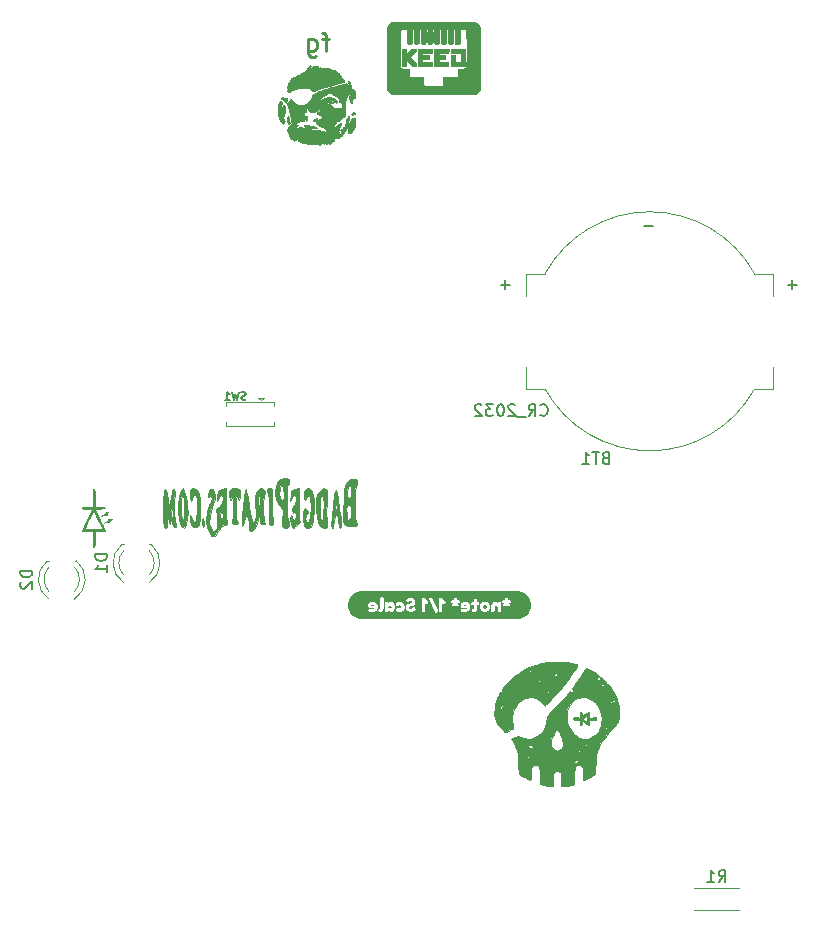
<source format=gbr>
%TF.GenerationSoftware,KiCad,Pcbnew,(6.0.1)*%
%TF.CreationDate,2022-06-24T20:37:33-05:00*%
%TF.ProjectId,mosquito,6d6f7371-7569-4746-9f2e-6b696361645f,rev?*%
%TF.SameCoordinates,Original*%
%TF.FileFunction,Legend,Bot*%
%TF.FilePolarity,Positive*%
%FSLAX46Y46*%
G04 Gerber Fmt 4.6, Leading zero omitted, Abs format (unit mm)*
G04 Created by KiCad (PCBNEW (6.0.1)) date 2022-06-24 20:37:33*
%MOMM*%
%LPD*%
G01*
G04 APERTURE LIST*
%ADD10C,0.250000*%
%ADD11C,0.150000*%
%ADD12C,0.010000*%
%ADD13C,0.120000*%
G04 APERTURE END LIST*
D10*
%TO.C,G\u002A\u002A\u002A*%
X143202420Y-56769268D02*
X142615753Y-56769268D01*
X142982420Y-57795934D02*
X142982420Y-56475934D01*
X142909086Y-56329268D01*
X142762420Y-56255934D01*
X142615753Y-56255934D01*
X141442420Y-56769268D02*
X141442420Y-58015934D01*
X141515753Y-58162601D01*
X141589086Y-58235934D01*
X141735753Y-58309268D01*
X141955753Y-58309268D01*
X142102420Y-58235934D01*
X141442420Y-57722601D02*
X141589086Y-57795934D01*
X141882420Y-57795934D01*
X142029086Y-57722601D01*
X142102420Y-57649268D01*
X142175753Y-57502601D01*
X142175753Y-57062601D01*
X142102420Y-56915934D01*
X142029086Y-56842601D01*
X141882420Y-56769268D01*
X141589086Y-56769268D01*
X141442420Y-56842601D01*
D11*
%TO.C,SW1*%
X136172466Y-87282895D02*
X136079609Y-87313847D01*
X135924847Y-87313847D01*
X135862942Y-87282895D01*
X135831990Y-87251942D01*
X135801038Y-87190038D01*
X135801038Y-87128133D01*
X135831990Y-87066228D01*
X135862942Y-87035276D01*
X135924847Y-87004323D01*
X136048657Y-86973371D01*
X136110561Y-86942419D01*
X136141514Y-86911466D01*
X136172466Y-86849561D01*
X136172466Y-86787657D01*
X136141514Y-86725752D01*
X136110561Y-86694800D01*
X136048657Y-86663847D01*
X135893895Y-86663847D01*
X135801038Y-86694800D01*
X135584371Y-86663847D02*
X135429609Y-87313847D01*
X135305800Y-86849561D01*
X135181990Y-87313847D01*
X135027228Y-86663847D01*
X134439133Y-87313847D02*
X134810561Y-87313847D01*
X134624847Y-87313847D02*
X134624847Y-86663847D01*
X134686752Y-86756704D01*
X134748657Y-86818609D01*
X134810561Y-86849561D01*
%TO.C,R1*%
X176214066Y-128148580D02*
X176547400Y-127672390D01*
X176785495Y-128148580D02*
X176785495Y-127148580D01*
X176404542Y-127148580D01*
X176309304Y-127196200D01*
X176261685Y-127243819D01*
X176214066Y-127339057D01*
X176214066Y-127481914D01*
X176261685Y-127577152D01*
X176309304Y-127624771D01*
X176404542Y-127672390D01*
X176785495Y-127672390D01*
X175261685Y-128148580D02*
X175833114Y-128148580D01*
X175547400Y-128148580D02*
X175547400Y-127148580D01*
X175642638Y-127291438D01*
X175737876Y-127386676D01*
X175833114Y-127434295D01*
%TO.C,D2*%
X118091580Y-101796704D02*
X117091580Y-101796704D01*
X117091580Y-102034800D01*
X117139200Y-102177657D01*
X117234438Y-102272895D01*
X117329676Y-102320514D01*
X117520152Y-102368133D01*
X117663009Y-102368133D01*
X117853485Y-102320514D01*
X117948723Y-102272895D01*
X118043961Y-102177657D01*
X118091580Y-102034800D01*
X118091580Y-101796704D01*
X117186819Y-102749085D02*
X117139200Y-102796704D01*
X117091580Y-102891942D01*
X117091580Y-103130038D01*
X117139200Y-103225276D01*
X117186819Y-103272895D01*
X117282057Y-103320514D01*
X117377295Y-103320514D01*
X117520152Y-103272895D01*
X118091580Y-102701466D01*
X118091580Y-103320514D01*
%TO.C,D1*%
X124416180Y-100399704D02*
X123416180Y-100399704D01*
X123416180Y-100637800D01*
X123463800Y-100780657D01*
X123559038Y-100875895D01*
X123654276Y-100923514D01*
X123844752Y-100971133D01*
X123987609Y-100971133D01*
X124178085Y-100923514D01*
X124273323Y-100875895D01*
X124368561Y-100780657D01*
X124416180Y-100637800D01*
X124416180Y-100399704D01*
X124416180Y-101923514D02*
X124416180Y-101352085D01*
X124416180Y-101637800D02*
X123416180Y-101637800D01*
X123559038Y-101542561D01*
X123654276Y-101447323D01*
X123701895Y-101352085D01*
%TO.C,BT1*%
X166622314Y-92232171D02*
X166479457Y-92279790D01*
X166431838Y-92327409D01*
X166384219Y-92422647D01*
X166384219Y-92565504D01*
X166431838Y-92660742D01*
X166479457Y-92708361D01*
X166574695Y-92755980D01*
X166955647Y-92755980D01*
X166955647Y-91755980D01*
X166622314Y-91755980D01*
X166527076Y-91803600D01*
X166479457Y-91851219D01*
X166431838Y-91946457D01*
X166431838Y-92041695D01*
X166479457Y-92136933D01*
X166527076Y-92184552D01*
X166622314Y-92232171D01*
X166955647Y-92232171D01*
X166098504Y-91755980D02*
X165527076Y-91755980D01*
X165812790Y-92755980D02*
X165812790Y-91755980D01*
X164669933Y-92755980D02*
X165241361Y-92755980D01*
X164955647Y-92755980D02*
X164955647Y-91755980D01*
X165050885Y-91898838D01*
X165146123Y-91994076D01*
X165241361Y-92041695D01*
X170637152Y-72613828D02*
X169875247Y-72613828D01*
X182829152Y-77592228D02*
X182067247Y-77592228D01*
X182448200Y-77973180D02*
X182448200Y-77211276D01*
X161124590Y-88596742D02*
X161172209Y-88644361D01*
X161315066Y-88691980D01*
X161410304Y-88691980D01*
X161553161Y-88644361D01*
X161648400Y-88549123D01*
X161696019Y-88453885D01*
X161743638Y-88263409D01*
X161743638Y-88120552D01*
X161696019Y-87930076D01*
X161648400Y-87834838D01*
X161553161Y-87739600D01*
X161410304Y-87691980D01*
X161315066Y-87691980D01*
X161172209Y-87739600D01*
X161124590Y-87787219D01*
X160124590Y-88691980D02*
X160457923Y-88215790D01*
X160696019Y-88691980D02*
X160696019Y-87691980D01*
X160315066Y-87691980D01*
X160219828Y-87739600D01*
X160172209Y-87787219D01*
X160124590Y-87882457D01*
X160124590Y-88025314D01*
X160172209Y-88120552D01*
X160219828Y-88168171D01*
X160315066Y-88215790D01*
X160696019Y-88215790D01*
X159934114Y-88787219D02*
X159172209Y-88787219D01*
X158981733Y-87787219D02*
X158934114Y-87739600D01*
X158838876Y-87691980D01*
X158600780Y-87691980D01*
X158505542Y-87739600D01*
X158457923Y-87787219D01*
X158410304Y-87882457D01*
X158410304Y-87977695D01*
X158457923Y-88120552D01*
X159029352Y-88691980D01*
X158410304Y-88691980D01*
X157791257Y-87691980D02*
X157696019Y-87691980D01*
X157600780Y-87739600D01*
X157553161Y-87787219D01*
X157505542Y-87882457D01*
X157457923Y-88072933D01*
X157457923Y-88311028D01*
X157505542Y-88501504D01*
X157553161Y-88596742D01*
X157600780Y-88644361D01*
X157696019Y-88691980D01*
X157791257Y-88691980D01*
X157886495Y-88644361D01*
X157934114Y-88596742D01*
X157981733Y-88501504D01*
X158029352Y-88311028D01*
X158029352Y-88072933D01*
X157981733Y-87882457D01*
X157934114Y-87787219D01*
X157886495Y-87739600D01*
X157791257Y-87691980D01*
X157124590Y-87691980D02*
X156505542Y-87691980D01*
X156838876Y-88072933D01*
X156696019Y-88072933D01*
X156600780Y-88120552D01*
X156553161Y-88168171D01*
X156505542Y-88263409D01*
X156505542Y-88501504D01*
X156553161Y-88596742D01*
X156600780Y-88644361D01*
X156696019Y-88691980D01*
X156981733Y-88691980D01*
X157076971Y-88644361D01*
X157124590Y-88596742D01*
X156124590Y-87787219D02*
X156076971Y-87739600D01*
X155981733Y-87691980D01*
X155743638Y-87691980D01*
X155648400Y-87739600D01*
X155600780Y-87787219D01*
X155553161Y-87882457D01*
X155553161Y-87977695D01*
X155600780Y-88120552D01*
X156172209Y-88691980D01*
X155553161Y-88691980D01*
X158521352Y-77592228D02*
X157759447Y-77592228D01*
X158140400Y-77973180D02*
X158140400Y-77211276D01*
%TO.C,G\u002A\u002A\u002A*%
G36*
X122352599Y-98518012D02*
G01*
X122319884Y-98473738D01*
X122329251Y-98437060D01*
X122377222Y-98313988D01*
X122624593Y-98313988D01*
X123316894Y-98313988D01*
X123573515Y-98312359D01*
X123799664Y-98307506D01*
X123952838Y-98300206D01*
X124009195Y-98291240D01*
X124008292Y-98287705D01*
X123974901Y-98210012D01*
X123900507Y-98048601D01*
X123794882Y-97824443D01*
X123667798Y-97558512D01*
X123326400Y-96848532D01*
X123175558Y-97143850D01*
X123173966Y-97146968D01*
X123070644Y-97355670D01*
X122945282Y-97617509D01*
X122824655Y-97876577D01*
X122624593Y-98313988D01*
X122377222Y-98313988D01*
X122382079Y-98301527D01*
X122473647Y-98090458D01*
X122594978Y-97824301D01*
X122737096Y-97523501D01*
X123154307Y-96654844D01*
X122737096Y-96637117D01*
X122519372Y-96624194D01*
X122391465Y-96602698D01*
X122333509Y-96564535D01*
X122319884Y-96501369D01*
X122320457Y-96482701D01*
X122339730Y-96429486D01*
X122404864Y-96399521D01*
X122540776Y-96386307D01*
X122772378Y-96383347D01*
X123224872Y-96383347D01*
X123224872Y-95629190D01*
X123225486Y-95373448D01*
X123229703Y-95141748D01*
X123240680Y-94995658D01*
X123261554Y-94915576D01*
X123295461Y-94881902D01*
X123345537Y-94875034D01*
X123386456Y-94878869D01*
X123423528Y-94905225D01*
X123446903Y-94973833D01*
X123459716Y-95104296D01*
X123465104Y-95316214D01*
X123466203Y-95629190D01*
X123466203Y-96383347D01*
X123888530Y-96383347D01*
X123922147Y-96383381D01*
X124130909Y-96387655D01*
X124248081Y-96404270D01*
X124299464Y-96440599D01*
X124310858Y-96504012D01*
X124310736Y-96513783D01*
X124295720Y-96573343D01*
X124237477Y-96606770D01*
X124110218Y-96621427D01*
X123888153Y-96624677D01*
X123465447Y-96624677D01*
X123918319Y-97528911D01*
X124029625Y-97753032D01*
X124165566Y-98032556D01*
X124273804Y-98262048D01*
X124345345Y-98422332D01*
X124371191Y-98494232D01*
X124371013Y-98496136D01*
X124308722Y-98526940D01*
X124150265Y-98547705D01*
X123918697Y-98555319D01*
X123466203Y-98555319D01*
X123466203Y-99218977D01*
X123466054Y-99344055D01*
X123463070Y-99593568D01*
X123453319Y-99751323D01*
X123433008Y-99838180D01*
X123398345Y-99874997D01*
X123345537Y-99882634D01*
X123322796Y-99881818D01*
X123277430Y-99865406D01*
X123248747Y-99811775D01*
X123232955Y-99700066D01*
X123226261Y-99509419D01*
X123224872Y-99218977D01*
X123224872Y-98555319D01*
X122772378Y-98555319D01*
X122668411Y-98554557D01*
X122624593Y-98552279D01*
X122462764Y-98543868D01*
X122352599Y-98518012D01*
G37*
G36*
X124814088Y-97589998D02*
G01*
X124800228Y-97612872D01*
X124706752Y-97734843D01*
X124638780Y-97770116D01*
X124612521Y-97709114D01*
X124611844Y-97703713D01*
X124556445Y-97692094D01*
X124434519Y-97739280D01*
X124422858Y-97745274D01*
X124294546Y-97806249D01*
X124223355Y-97831328D01*
X124201542Y-97828095D01*
X124185827Y-97782045D01*
X124239270Y-97707795D01*
X124341024Y-97639353D01*
X124442531Y-97571933D01*
X124491856Y-97489815D01*
X124546139Y-97430086D01*
X124706431Y-97409000D01*
X124921004Y-97409000D01*
X124814088Y-97589998D01*
G37*
G36*
X124518437Y-97053937D02*
G01*
X124498912Y-97090093D01*
X124421451Y-97187840D01*
X124357082Y-97177694D01*
X124274861Y-97148175D01*
X124128535Y-97198522D01*
X124126260Y-97199693D01*
X124000418Y-97247659D01*
X123926346Y-97245707D01*
X123915598Y-97234639D01*
X123895111Y-97192595D01*
X123939875Y-97148180D01*
X124071501Y-97076151D01*
X124092751Y-97064635D01*
X124195783Y-96986417D01*
X124218771Y-96923771D01*
X124215620Y-96914395D01*
X124265603Y-96879705D01*
X124399346Y-96866007D01*
X124615619Y-96866007D01*
X124518437Y-97053937D01*
G37*
%TO.C,kibuzzard-62B665C3*%
G36*
X145888651Y-105870921D02*
G01*
X145774319Y-105853962D01*
X145662200Y-105825877D01*
X145553373Y-105786939D01*
X145448887Y-105737520D01*
X145349748Y-105678099D01*
X145256911Y-105609246D01*
X145171270Y-105531625D01*
X145093649Y-105445984D01*
X145024796Y-105353147D01*
X144965374Y-105254008D01*
X144915956Y-105149522D01*
X144877017Y-105040695D01*
X144848933Y-104928576D01*
X144831973Y-104814244D01*
X144829148Y-104756744D01*
X146516725Y-104756744D01*
X146528830Y-104841675D01*
X146565144Y-104901206D01*
X146672300Y-104948038D01*
X147048537Y-104948038D01*
X146996150Y-105022650D01*
X146891375Y-105052813D01*
X146809222Y-105048050D01*
X146746912Y-105033763D01*
X146729450Y-105027413D01*
X146665950Y-105009950D01*
X146578637Y-105081388D01*
X146558000Y-105154413D01*
X146579134Y-105216226D01*
X146642534Y-105260378D01*
X146748202Y-105286870D01*
X146896137Y-105295700D01*
X147007064Y-105285580D01*
X147104894Y-105255219D01*
X147186055Y-105208189D01*
X147246975Y-105148063D01*
X147253907Y-105136950D01*
X147410487Y-105136950D01*
X147418425Y-105217516D01*
X147442237Y-105259188D01*
X147512087Y-105275856D01*
X147639087Y-105268713D01*
X147739894Y-105240534D01*
X147797837Y-105187750D01*
X147815687Y-105133775D01*
X147969287Y-105133775D01*
X147971669Y-105188544D01*
X147985162Y-105230613D01*
X148023461Y-105261569D01*
X148093906Y-105271888D01*
X148209794Y-105250456D01*
X148243925Y-105187750D01*
X148322308Y-105250853D01*
X148439981Y-105271888D01*
X148529322Y-105257953D01*
X148614253Y-105216149D01*
X148694775Y-105146475D01*
X148724173Y-105106788D01*
X148891625Y-105106788D01*
X148913453Y-105165128D01*
X148978937Y-105219500D01*
X149079744Y-105267125D01*
X149201187Y-105283000D01*
X149298378Y-105271182D01*
X149393099Y-105235728D01*
X149485350Y-105176638D01*
X149544484Y-105117305D01*
X149591712Y-105040906D01*
X149622669Y-104951609D01*
X149627723Y-104903588D01*
X149712362Y-104903588D01*
X149722681Y-105000623D01*
X149753637Y-105085356D01*
X149801262Y-105155008D01*
X149861587Y-105206800D01*
X149949253Y-105253543D01*
X150040799Y-105281589D01*
X150136225Y-105290938D01*
X150208853Y-105286373D01*
X150277512Y-105272681D01*
X150385462Y-105227438D01*
X150456900Y-105177431D01*
X150493880Y-105138538D01*
X151063325Y-105138538D01*
X151065706Y-105193306D01*
X151080787Y-105235375D01*
X151122856Y-105267522D01*
X151204612Y-105278238D01*
X151284384Y-105267919D01*
X151326850Y-105236963D01*
X151341931Y-105193306D01*
X151344312Y-105135363D01*
X151344312Y-104568625D01*
X151364950Y-104587675D01*
X151476075Y-104636887D01*
X151572119Y-104581325D01*
X151622125Y-104482900D01*
X151564975Y-104389237D01*
X151304625Y-104154287D01*
X151299862Y-104151112D01*
X151296413Y-104149525D01*
X151669750Y-104149525D01*
X151691975Y-104228900D01*
X152201562Y-105287763D01*
X152221406Y-105327450D01*
X152245219Y-105352056D01*
X152288875Y-105363963D01*
X152368250Y-105340150D01*
X152438894Y-105298081D01*
X152457150Y-105257600D01*
X152438100Y-105178225D01*
X152419112Y-105138538D01*
X152544462Y-105138538D01*
X152546844Y-105193306D01*
X152561925Y-105235375D01*
X152603994Y-105267522D01*
X152685750Y-105278238D01*
X152765522Y-105267919D01*
X152807988Y-105236963D01*
X152823069Y-105193306D01*
X152825450Y-105135363D01*
X152825450Y-104568625D01*
X152846088Y-104587675D01*
X152957213Y-104636887D01*
X153053256Y-104581325D01*
X153103263Y-104482900D01*
X153067908Y-104424956D01*
X153552525Y-104424956D01*
X153568400Y-104471787D01*
X153601738Y-104500362D01*
X153654125Y-104521000D01*
X153720800Y-104541637D01*
X153668413Y-104614662D01*
X153655713Y-104633712D01*
X153635075Y-104686100D01*
X153696988Y-104776588D01*
X153785888Y-104821038D01*
X153830338Y-104809925D01*
X153881138Y-104755950D01*
X153927175Y-104692450D01*
X153985913Y-104771825D01*
X154056556Y-104824213D01*
X154156569Y-104778175D01*
X154171796Y-104756744D01*
X154366913Y-104756744D01*
X154379017Y-104841675D01*
X154415331Y-104901206D01*
X154522488Y-104948038D01*
X154898725Y-104948038D01*
X154846338Y-105022650D01*
X154741563Y-105052813D01*
X154659409Y-105048050D01*
X154597100Y-105033763D01*
X154579638Y-105027413D01*
X154516138Y-105009950D01*
X154428825Y-105081388D01*
X154408188Y-105154413D01*
X154429321Y-105216226D01*
X154492722Y-105260378D01*
X154598390Y-105286870D01*
X154746325Y-105295700D01*
X154857252Y-105285580D01*
X154955081Y-105255219D01*
X155036242Y-105208189D01*
X155097163Y-105148063D01*
X155152725Y-105058986D01*
X155186063Y-104963207D01*
X155197175Y-104860725D01*
X155182799Y-104736283D01*
X155139672Y-104629656D01*
X155100556Y-104581325D01*
X155260675Y-104581325D01*
X155271391Y-104661891D01*
X155303538Y-104703563D01*
X155345606Y-104717056D01*
X155400375Y-104719438D01*
X155503563Y-104713088D01*
X155503563Y-104932163D01*
X155490069Y-104994075D01*
X155439269Y-105013125D01*
X155382119Y-105015506D01*
X155340050Y-105030588D01*
X155303538Y-105136950D01*
X155314650Y-105217516D01*
X155347988Y-105259188D01*
X155390056Y-105272681D01*
X155443238Y-105275063D01*
X155544485Y-105266772D01*
X155628093Y-105241901D01*
X155694063Y-105200450D01*
X155741688Y-105139243D01*
X155770263Y-105055106D01*
X155779788Y-104948038D01*
X155779788Y-104855963D01*
X155989338Y-104855963D01*
X156006403Y-104980383D01*
X156057600Y-105090119D01*
X156133205Y-105179019D01*
X156223494Y-105240931D01*
X156322911Y-105277245D01*
X156425900Y-105289350D01*
X156529088Y-105276452D01*
X156629100Y-105237756D01*
X156719786Y-105173859D01*
X156752499Y-105135363D01*
X156965650Y-105135363D01*
X156968031Y-105190131D01*
X156981525Y-105230613D01*
X157023594Y-105262759D01*
X157105350Y-105273475D01*
X157194250Y-105258791D01*
X157235525Y-105214738D01*
X157245050Y-105133775D01*
X157245050Y-104854375D01*
X157282356Y-104752775D01*
X157382369Y-104716263D01*
X157483969Y-104754363D01*
X157522863Y-104854375D01*
X157522863Y-105135363D01*
X157525244Y-105190131D01*
X157540325Y-105230613D01*
X157581203Y-105262759D01*
X157662563Y-105273475D01*
X157743128Y-105262759D01*
X157784800Y-105230613D01*
X157798294Y-105188544D01*
X157800675Y-105133775D01*
X157800675Y-104571800D01*
X157798294Y-104518619D01*
X157783213Y-104478137D01*
X157741541Y-104448372D01*
X157660975Y-104438450D01*
X157582791Y-104447578D01*
X157541913Y-104474962D01*
X157526038Y-104540050D01*
X157497463Y-104508300D01*
X157454600Y-104474962D01*
X157335538Y-104438450D01*
X157235613Y-104451944D01*
X157147507Y-104492425D01*
X157071219Y-104559894D01*
X157012569Y-104646765D01*
X156977380Y-104745455D01*
X156965650Y-104855963D01*
X156965650Y-105135363D01*
X156752499Y-105135363D01*
X156794994Y-105085356D01*
X156845595Y-104978002D01*
X156862463Y-104857550D01*
X156847646Y-104737958D01*
X156803196Y-104633183D01*
X156729113Y-104543225D01*
X156635979Y-104474433D01*
X156534379Y-104433158D01*
X156468762Y-104424956D01*
X157887988Y-104424956D01*
X157903863Y-104471787D01*
X157937200Y-104500362D01*
X157989588Y-104521000D01*
X158056263Y-104541637D01*
X158003875Y-104614662D01*
X157991175Y-104633712D01*
X157970538Y-104686100D01*
X158032450Y-104776588D01*
X158121350Y-104821038D01*
X158165800Y-104809925D01*
X158216600Y-104755950D01*
X158262638Y-104692450D01*
X158321375Y-104771825D01*
X158392019Y-104824213D01*
X158492031Y-104778175D01*
X158556325Y-104687687D01*
X158522988Y-104614662D01*
X158470600Y-104541637D01*
X158537275Y-104521000D01*
X158623000Y-104474962D01*
X158638875Y-104425750D01*
X158627763Y-104362250D01*
X158587281Y-104283669D01*
X158535688Y-104257475D01*
X158492825Y-104264619D01*
X158472188Y-104271762D01*
X158391225Y-104297162D01*
X158391225Y-104214612D01*
X158377731Y-104135237D01*
X158336456Y-104101900D01*
X158262638Y-104093962D01*
X158188819Y-104102694D01*
X158149925Y-104132062D01*
X158134050Y-104222550D01*
X158134050Y-104297162D01*
X158056263Y-104271762D01*
X157989588Y-104255887D01*
X157939581Y-104280891D01*
X157900688Y-104355900D01*
X157887988Y-104424956D01*
X156468762Y-104424956D01*
X156424313Y-104419400D01*
X156314422Y-104433070D01*
X156213351Y-104474081D01*
X156121100Y-104542431D01*
X156047899Y-104631949D01*
X156003978Y-104736459D01*
X155989338Y-104855963D01*
X155779788Y-104855963D01*
X155779788Y-104713088D01*
X155844875Y-104717850D01*
X155902819Y-104690862D01*
X155925838Y-104598787D01*
X155917900Y-104504331D01*
X155895675Y-104462262D01*
X155832175Y-104441625D01*
X155779788Y-104447975D01*
X155779788Y-104284462D01*
X155777406Y-104230487D01*
X155762325Y-104192387D01*
X155721447Y-104162622D01*
X155640088Y-104152700D01*
X155553966Y-104167384D01*
X155511500Y-104211437D01*
X155503563Y-104292400D01*
X155503563Y-104447975D01*
X155397994Y-104441625D01*
X155344019Y-104444006D01*
X155301950Y-104459087D01*
X155270994Y-104499966D01*
X155260675Y-104581325D01*
X155100556Y-104581325D01*
X155067794Y-104540844D01*
X154974396Y-104474257D01*
X154866710Y-104434305D01*
X154744738Y-104420987D01*
X154641748Y-104430711D01*
X154553444Y-104459881D01*
X154479823Y-104508498D01*
X154420888Y-104576562D01*
X154380406Y-104662883D01*
X154366913Y-104756744D01*
X154171796Y-104756744D01*
X154220863Y-104687687D01*
X154187525Y-104614662D01*
X154135138Y-104541637D01*
X154201813Y-104521000D01*
X154287538Y-104474962D01*
X154303413Y-104425750D01*
X154292300Y-104362250D01*
X154251819Y-104283669D01*
X154200225Y-104257475D01*
X154157363Y-104264619D01*
X154136725Y-104271762D01*
X154055763Y-104297162D01*
X154055763Y-104214612D01*
X154042269Y-104135237D01*
X154000994Y-104101900D01*
X153927175Y-104093962D01*
X153853356Y-104102694D01*
X153814463Y-104132062D01*
X153798588Y-104222550D01*
X153798588Y-104297162D01*
X153720800Y-104271762D01*
X153654125Y-104255887D01*
X153604119Y-104280891D01*
X153565225Y-104355900D01*
X153552525Y-104424956D01*
X153067908Y-104424956D01*
X153046113Y-104389237D01*
X152785763Y-104154287D01*
X152781000Y-104151112D01*
X152691306Y-104109837D01*
X152615900Y-104117775D01*
X152574625Y-104136031D01*
X152552400Y-104170162D01*
X152544462Y-104254300D01*
X152544462Y-105138538D01*
X152419112Y-105138538D01*
X151926925Y-104109837D01*
X151872950Y-104039987D01*
X151835644Y-104033637D01*
X151755475Y-104059037D01*
X151691181Y-104102297D01*
X151669750Y-104149525D01*
X151296413Y-104149525D01*
X151210169Y-104109837D01*
X151134762Y-104117775D01*
X151093487Y-104136031D01*
X151071262Y-104170162D01*
X151063325Y-104254300D01*
X151063325Y-105138538D01*
X150493880Y-105138538D01*
X150502937Y-105129013D01*
X150517225Y-105111550D01*
X150558500Y-105020269D01*
X150541434Y-104973239D01*
X150490237Y-104913113D01*
X150406100Y-104875013D01*
X150352919Y-104894856D01*
X150282275Y-104954388D01*
X150218775Y-105005981D01*
X150142575Y-105030588D01*
X150060554Y-105017182D01*
X150011342Y-104976965D01*
X149994937Y-104909938D01*
X150035419Y-104848819D01*
X150136225Y-104813100D01*
X150198931Y-104798614D01*
X150266400Y-104777381D01*
X150333869Y-104750592D01*
X150396575Y-104719438D01*
X150451939Y-104676377D01*
X150497381Y-104613869D01*
X150527742Y-104534295D01*
X150537862Y-104440037D01*
X150526309Y-104350873D01*
X150491649Y-104269646D01*
X150433881Y-104196356D01*
X150356182Y-104138589D01*
X150261726Y-104103928D01*
X150150512Y-104092375D01*
X150059430Y-104098527D01*
X149976681Y-104116981D01*
X149867937Y-104166987D01*
X149828250Y-104197150D01*
X149779037Y-104274937D01*
X149817137Y-104362250D01*
X149871906Y-104421781D01*
X149928262Y-104441625D01*
X150010812Y-104409875D01*
X150029069Y-104394000D01*
X150053675Y-104373362D01*
X150138606Y-104352725D01*
X150224331Y-104377331D01*
X150258462Y-104445594D01*
X150217981Y-104516237D01*
X150117175Y-104552750D01*
X150054072Y-104564855D01*
X149985412Y-104582119D01*
X149916753Y-104604145D01*
X149853650Y-104630537D01*
X149798286Y-104669630D01*
X149752844Y-104729756D01*
X149722483Y-104808536D01*
X149712362Y-104903588D01*
X149627723Y-104903588D01*
X149632987Y-104853581D01*
X149622669Y-104755950D01*
X149591712Y-104667844D01*
X149544484Y-104592636D01*
X149485350Y-104533700D01*
X149395568Y-104475492D01*
X149301906Y-104440567D01*
X149204362Y-104428925D01*
X149086887Y-104445594D01*
X149002750Y-104478137D01*
X148977350Y-104494012D01*
X148932900Y-104524175D01*
X148891625Y-104596406D01*
X148924962Y-104687687D01*
X148980922Y-104753172D01*
X149034500Y-104775000D01*
X149120225Y-104740075D01*
X149201981Y-104713088D01*
X149301200Y-104751188D01*
X149347237Y-104856756D01*
X149302787Y-104961531D01*
X149208331Y-104998838D01*
X149114669Y-104969469D01*
X149044025Y-104940100D01*
X148991241Y-104961134D01*
X148928137Y-105024238D01*
X148891625Y-105106788D01*
X148724173Y-105106788D01*
X148760039Y-105058369D01*
X148799197Y-104961267D01*
X148812250Y-104855169D01*
X148799109Y-104749159D01*
X148759686Y-104652322D01*
X148693981Y-104564656D01*
X148612578Y-104495424D01*
X148526059Y-104453884D01*
X148434425Y-104440037D01*
X148336000Y-104459087D01*
X148274087Y-104494806D01*
X148245512Y-104527350D01*
X148209397Y-104460675D01*
X148120100Y-104438450D01*
X148028025Y-104447975D01*
X147985956Y-104481312D01*
X147971669Y-104523381D01*
X147969287Y-104578150D01*
X147969287Y-105133775D01*
X147815687Y-105133775D01*
X147831175Y-105086944D01*
X147842287Y-104940100D01*
X147842287Y-104184450D01*
X147839906Y-104129681D01*
X147826412Y-104087612D01*
X147784344Y-104055466D01*
X147702587Y-104044750D01*
X147624006Y-104055466D01*
X147581937Y-104087612D01*
X147566856Y-104130475D01*
X147564475Y-104186037D01*
X147564475Y-104921050D01*
X147554950Y-104993281D01*
X147512881Y-105008363D01*
X147469225Y-105010744D01*
X147442237Y-105024238D01*
X147410487Y-105136950D01*
X147253907Y-105136950D01*
X147302537Y-105058986D01*
X147335875Y-104963207D01*
X147346987Y-104860725D01*
X147332612Y-104736283D01*
X147289485Y-104629656D01*
X147217606Y-104540844D01*
X147124208Y-104474257D01*
X147016523Y-104434305D01*
X146894550Y-104420987D01*
X146791561Y-104430711D01*
X146703256Y-104459881D01*
X146629636Y-104508498D01*
X146570700Y-104576562D01*
X146530219Y-104662883D01*
X146516725Y-104756744D01*
X144829148Y-104756744D01*
X144826302Y-104698800D01*
X144831973Y-104583356D01*
X144848933Y-104469024D01*
X144877017Y-104356905D01*
X144915956Y-104248078D01*
X144965374Y-104143592D01*
X145024796Y-104044453D01*
X145093649Y-103951616D01*
X145171270Y-103865975D01*
X145256911Y-103788354D01*
X145349748Y-103719501D01*
X145448887Y-103660080D01*
X145553373Y-103610661D01*
X145662200Y-103571723D01*
X145774319Y-103543638D01*
X145888651Y-103526679D01*
X146004095Y-103521007D01*
X159151505Y-103521007D01*
X159266949Y-103526679D01*
X159381281Y-103543638D01*
X159493400Y-103571723D01*
X159602227Y-103610661D01*
X159706713Y-103660080D01*
X159805852Y-103719501D01*
X159898689Y-103788354D01*
X159984330Y-103865975D01*
X160061951Y-103951616D01*
X160130804Y-104044453D01*
X160190226Y-104143592D01*
X160239644Y-104248078D01*
X160278583Y-104356905D01*
X160306667Y-104469024D01*
X160323627Y-104583356D01*
X160329298Y-104698800D01*
X160323627Y-104814244D01*
X160306667Y-104928576D01*
X160278583Y-105040695D01*
X160239644Y-105149522D01*
X160190226Y-105254008D01*
X160130804Y-105353147D01*
X160061951Y-105445984D01*
X159984330Y-105531625D01*
X159898689Y-105609246D01*
X159805852Y-105678099D01*
X159706713Y-105737520D01*
X159602227Y-105786939D01*
X159493400Y-105825877D01*
X159381281Y-105853962D01*
X159266949Y-105870921D01*
X159151505Y-105876593D01*
X146004095Y-105876593D01*
X145888651Y-105870921D01*
G37*
G36*
X156532263Y-104738488D02*
G01*
X156569172Y-104787502D01*
X156581475Y-104855169D01*
X156568775Y-104922638D01*
X156530675Y-104971056D01*
X156427488Y-105009950D01*
X156322713Y-104970263D01*
X156283422Y-104921050D01*
X156270325Y-104852788D01*
X156282628Y-104784922D01*
X156319538Y-104736900D01*
X156425900Y-104698800D01*
X156532263Y-104738488D01*
G37*
G36*
X148495544Y-104760713D02*
G01*
X148534438Y-104857550D01*
X148493162Y-104952006D01*
X148393150Y-104994075D01*
X148295519Y-104951212D01*
X148256625Y-104856756D01*
X148293931Y-104760713D01*
X148393944Y-104716263D01*
X148495544Y-104760713D01*
G37*
G36*
X154851100Y-104713881D02*
G01*
X154901900Y-104803575D01*
X154701875Y-104803575D01*
X154641550Y-104752775D01*
X154669331Y-104694037D01*
X154748706Y-104671812D01*
X154851100Y-104713881D01*
G37*
G36*
X147000912Y-104713881D02*
G01*
X147051712Y-104803575D01*
X146851687Y-104803575D01*
X146791362Y-104752775D01*
X146819144Y-104694037D01*
X146898519Y-104671812D01*
X147000912Y-104713881D01*
G37*
D12*
%TO.C,G\u002A\u002A\u002A*%
X134978899Y-94825766D02*
X134847471Y-94931692D01*
X134847471Y-94931692D02*
X134799282Y-95167688D01*
X134799282Y-95167688D02*
X134794625Y-95365711D01*
X134794625Y-95365711D02*
X134830163Y-95857055D01*
X134830163Y-95857055D02*
X134931054Y-95840191D01*
X134931054Y-95840191D02*
X135016875Y-95591488D01*
X135016875Y-95591488D02*
X135077830Y-95493430D01*
X135077830Y-95493430D02*
X135106477Y-95820044D01*
X135106477Y-95820044D02*
X135112125Y-96414637D01*
X135112125Y-96414637D02*
X135089558Y-97203915D01*
X135089558Y-97203915D02*
X135031608Y-97673364D01*
X135031608Y-97673364D02*
X135012907Y-97718800D01*
X135012907Y-97718800D02*
X135022290Y-97799639D01*
X135022290Y-97799639D02*
X135157299Y-97845971D01*
X135157299Y-97845971D02*
X135270875Y-97850692D01*
X135270875Y-97850692D02*
X135451124Y-97820933D01*
X135451124Y-97820933D02*
X135515052Y-97756607D01*
X135515052Y-97756607D02*
X135489157Y-97711168D01*
X135489157Y-97711168D02*
X135391795Y-97443886D01*
X135391795Y-97443886D02*
X135352755Y-96801213D01*
X135352755Y-96801213D02*
X135350250Y-96463976D01*
X135350250Y-96463976D02*
X135357553Y-95762990D01*
X135357553Y-95762990D02*
X135394188Y-95512302D01*
X135394188Y-95512302D02*
X135482247Y-95598354D01*
X135482247Y-95598354D02*
X135509000Y-95647933D01*
X135509000Y-95647933D02*
X135629379Y-95800851D01*
X135629379Y-95800851D02*
X135666427Y-95538742D01*
X135666427Y-95538742D02*
X135667750Y-95375640D01*
X135667750Y-95375640D02*
X135649556Y-95044091D01*
X135649556Y-95044091D02*
X135569782Y-94871369D01*
X135569782Y-94871369D02*
X135390641Y-94807759D01*
X135390641Y-94807759D02*
X135231188Y-94801266D01*
X135231188Y-94801266D02*
X134978899Y-94825766D01*
X134978899Y-94825766D02*
X134978899Y-94825766D01*
G36*
X135390641Y-94807759D02*
G01*
X135569782Y-94871369D01*
X135649556Y-95044091D01*
X135667750Y-95375640D01*
X135666427Y-95538742D01*
X135629379Y-95800851D01*
X135509000Y-95647933D01*
X135482247Y-95598354D01*
X135394188Y-95512302D01*
X135357553Y-95762990D01*
X135350250Y-96463976D01*
X135352755Y-96801213D01*
X135391795Y-97443886D01*
X135489157Y-97711168D01*
X135515052Y-97756607D01*
X135451124Y-97820933D01*
X135270875Y-97850692D01*
X135157299Y-97845971D01*
X135022290Y-97799639D01*
X135012907Y-97718800D01*
X135031608Y-97673364D01*
X135089558Y-97203915D01*
X135112125Y-96414637D01*
X135106477Y-95820044D01*
X135077830Y-95493430D01*
X135016875Y-95591488D01*
X134931054Y-95840191D01*
X134830163Y-95857055D01*
X134794625Y-95365711D01*
X134799282Y-95167688D01*
X134847471Y-94931692D01*
X134978899Y-94825766D01*
X135231188Y-94801266D01*
X135390641Y-94807759D01*
G37*
X135390641Y-94807759D02*
X135569782Y-94871369D01*
X135649556Y-95044091D01*
X135667750Y-95375640D01*
X135666427Y-95538742D01*
X135629379Y-95800851D01*
X135509000Y-95647933D01*
X135482247Y-95598354D01*
X135394188Y-95512302D01*
X135357553Y-95762990D01*
X135350250Y-96463976D01*
X135352755Y-96801213D01*
X135391795Y-97443886D01*
X135489157Y-97711168D01*
X135515052Y-97756607D01*
X135451124Y-97820933D01*
X135270875Y-97850692D01*
X135157299Y-97845971D01*
X135022290Y-97799639D01*
X135012907Y-97718800D01*
X135031608Y-97673364D01*
X135089558Y-97203915D01*
X135112125Y-96414637D01*
X135106477Y-95820044D01*
X135077830Y-95493430D01*
X135016875Y-95591488D01*
X134931054Y-95840191D01*
X134830163Y-95857055D01*
X134794625Y-95365711D01*
X134799282Y-95167688D01*
X134847471Y-94931692D01*
X134978899Y-94825766D01*
X135231188Y-94801266D01*
X135390641Y-94807759D01*
X138032827Y-94841798D02*
X138007659Y-95013143D01*
X138007659Y-95013143D02*
X138047761Y-95219290D01*
X138047761Y-95219290D02*
X138105254Y-95774783D01*
X138105254Y-95774783D02*
X138118269Y-96610072D01*
X138118269Y-96610072D02*
X138114914Y-96771512D01*
X138114914Y-96771512D02*
X138103430Y-97495131D01*
X138103430Y-97495131D02*
X138140179Y-97818975D01*
X138140179Y-97818975D02*
X138253356Y-97903202D01*
X138253356Y-97903202D02*
X138314591Y-97905711D01*
X138314591Y-97905711D02*
X138466826Y-97864034D01*
X138466826Y-97864034D02*
X138486197Y-97684438D01*
X138486197Y-97684438D02*
X138445245Y-97479677D01*
X138445245Y-97479677D02*
X138382992Y-96843649D01*
X138382992Y-96843649D02*
X138388286Y-95927455D01*
X138388286Y-95927455D02*
X138408180Y-95208609D01*
X138408180Y-95208609D02*
X138375844Y-94887512D01*
X138375844Y-94887512D02*
X138263146Y-94804013D01*
X138263146Y-94804013D02*
X138190478Y-94801266D01*
X138190478Y-94801266D02*
X138032827Y-94841798D01*
X138032827Y-94841798D02*
X138032827Y-94841798D01*
G36*
X138263146Y-94804013D02*
G01*
X138375844Y-94887512D01*
X138408180Y-95208609D01*
X138388286Y-95927455D01*
X138382992Y-96843649D01*
X138445245Y-97479677D01*
X138486197Y-97684438D01*
X138466826Y-97864034D01*
X138314591Y-97905711D01*
X138253356Y-97903202D01*
X138140179Y-97818975D01*
X138103430Y-97495131D01*
X138114914Y-96771512D01*
X138118269Y-96610072D01*
X138105254Y-95774783D01*
X138047761Y-95219290D01*
X138007659Y-95013143D01*
X138032827Y-94841798D01*
X138190478Y-94801266D01*
X138263146Y-94804013D01*
G37*
X138263146Y-94804013D02*
X138375844Y-94887512D01*
X138408180Y-95208609D01*
X138388286Y-95927455D01*
X138382992Y-96843649D01*
X138445245Y-97479677D01*
X138486197Y-97684438D01*
X138466826Y-97864034D01*
X138314591Y-97905711D01*
X138253356Y-97903202D01*
X138140179Y-97818975D01*
X138103430Y-97495131D01*
X138114914Y-96771512D01*
X138118269Y-96610072D01*
X138105254Y-95774783D01*
X138047761Y-95219290D01*
X138007659Y-95013143D01*
X138032827Y-94841798D01*
X138190478Y-94801266D01*
X138263146Y-94804013D01*
X130043278Y-94860945D02*
X129921566Y-95159316D01*
X129921566Y-95159316D02*
X129805212Y-95758747D01*
X129805212Y-95758747D02*
X129801657Y-95784703D01*
X129801657Y-95784703D02*
X129689042Y-96620127D01*
X129689042Y-96620127D02*
X129604811Y-95922363D01*
X129604811Y-95922363D02*
X129476685Y-95129280D01*
X129476685Y-95129280D02*
X129359563Y-94877912D01*
X129359563Y-94877912D02*
X129266291Y-95145566D01*
X129266291Y-95145566D02*
X129209711Y-95909552D01*
X129209711Y-95909552D02*
X129198688Y-96639843D01*
X129198688Y-96639843D02*
X129204713Y-97530381D01*
X129204713Y-97530381D02*
X129233188Y-97993724D01*
X129233188Y-97993724D02*
X129299707Y-98166592D01*
X129299707Y-98166592D02*
X129375297Y-98187990D01*
X129375297Y-98187990D02*
X129493827Y-98112823D01*
X129493827Y-98112823D02*
X129528647Y-97777406D01*
X129528647Y-97777406D02*
X129515609Y-97270711D01*
X129515609Y-97270711D02*
X129479311Y-96353488D01*
X129479311Y-96353488D02*
X129572604Y-97129600D01*
X129572604Y-97129600D02*
X129667537Y-97748984D01*
X129667537Y-97748984D02*
X129748496Y-97823688D01*
X129748496Y-97823688D02*
X129830569Y-97347730D01*
X129830569Y-97347730D02*
X129865969Y-97013279D01*
X129865969Y-97013279D02*
X129944497Y-96449956D01*
X129944497Y-96449956D02*
X130008145Y-96305734D01*
X130008145Y-96305734D02*
X130025271Y-96591435D01*
X130025271Y-96591435D02*
X130000635Y-96967220D01*
X130000635Y-96967220D02*
X129951136Y-97532017D01*
X129951136Y-97532017D02*
X129933856Y-97736476D01*
X129933856Y-97736476D02*
X129983650Y-97968975D01*
X129983650Y-97968975D02*
X130091657Y-98087483D01*
X130091657Y-98087483D02*
X130229857Y-98065291D01*
X130229857Y-98065291D02*
X130270250Y-97920596D01*
X130270250Y-97920596D02*
X130212131Y-97545219D01*
X130212131Y-97545219D02*
X130181718Y-97462255D01*
X130181718Y-97462255D02*
X130130714Y-97052605D01*
X130130714Y-97052605D02*
X130126927Y-96235935D01*
X130126927Y-96235935D02*
X130132735Y-96020160D01*
X130132735Y-96020160D02*
X130148292Y-95246992D01*
X130148292Y-95246992D02*
X130123242Y-94901556D01*
X130123242Y-94901556D02*
X130047868Y-94857926D01*
X130047868Y-94857926D02*
X130043278Y-94860945D01*
X130043278Y-94860945D02*
X130043278Y-94860945D01*
G36*
X130123242Y-94901556D02*
G01*
X130148292Y-95246992D01*
X130132735Y-96020160D01*
X130126927Y-96235935D01*
X130130714Y-97052605D01*
X130181718Y-97462255D01*
X130212131Y-97545219D01*
X130270250Y-97920596D01*
X130229857Y-98065291D01*
X130091657Y-98087483D01*
X129983650Y-97968975D01*
X129933856Y-97736476D01*
X129951136Y-97532017D01*
X130000635Y-96967220D01*
X130025271Y-96591435D01*
X130008145Y-96305734D01*
X129944497Y-96449956D01*
X129865969Y-97013279D01*
X129830569Y-97347730D01*
X129748496Y-97823688D01*
X129667537Y-97748984D01*
X129572604Y-97129600D01*
X129479311Y-96353488D01*
X129515609Y-97270711D01*
X129528647Y-97777406D01*
X129493827Y-98112823D01*
X129375297Y-98187990D01*
X129299707Y-98166592D01*
X129233188Y-97993724D01*
X129204713Y-97530381D01*
X129198688Y-96639843D01*
X129209711Y-95909552D01*
X129266291Y-95145566D01*
X129359563Y-94877912D01*
X129476685Y-95129280D01*
X129604811Y-95922363D01*
X129689042Y-96620127D01*
X129801657Y-95784703D01*
X129805212Y-95758747D01*
X129921566Y-95159316D01*
X130043278Y-94860945D01*
X130047868Y-94857926D01*
X130123242Y-94901556D01*
G37*
X130123242Y-94901556D02*
X130148292Y-95246992D01*
X130132735Y-96020160D01*
X130126927Y-96235935D01*
X130130714Y-97052605D01*
X130181718Y-97462255D01*
X130212131Y-97545219D01*
X130270250Y-97920596D01*
X130229857Y-98065291D01*
X130091657Y-98087483D01*
X129983650Y-97968975D01*
X129933856Y-97736476D01*
X129951136Y-97532017D01*
X130000635Y-96967220D01*
X130025271Y-96591435D01*
X130008145Y-96305734D01*
X129944497Y-96449956D01*
X129865969Y-97013279D01*
X129830569Y-97347730D01*
X129748496Y-97823688D01*
X129667537Y-97748984D01*
X129572604Y-97129600D01*
X129479311Y-96353488D01*
X129515609Y-97270711D01*
X129528647Y-97777406D01*
X129493827Y-98112823D01*
X129375297Y-98187990D01*
X129299707Y-98166592D01*
X129233188Y-97993724D01*
X129204713Y-97530381D01*
X129198688Y-96639843D01*
X129209711Y-95909552D01*
X129266291Y-95145566D01*
X129359563Y-94877912D01*
X129476685Y-95129280D01*
X129604811Y-95922363D01*
X129689042Y-96620127D01*
X129801657Y-95784703D01*
X129805212Y-95758747D01*
X129921566Y-95159316D01*
X130043278Y-94860945D01*
X130047868Y-94857926D01*
X130123242Y-94901556D01*
X130665243Y-95027641D02*
X130512729Y-95569471D01*
X130512729Y-95569471D02*
X130413321Y-96220812D01*
X130413321Y-96220812D02*
X130405813Y-96724279D01*
X130405813Y-96724279D02*
X130539241Y-97532442D01*
X130539241Y-97532442D02*
X130726443Y-98045231D01*
X130726443Y-98045231D02*
X130926651Y-98199581D01*
X130926651Y-98199581D02*
X131099096Y-97932429D01*
X131099096Y-97932429D02*
X131123942Y-97835155D01*
X131123942Y-97835155D02*
X131251942Y-96923837D01*
X131251942Y-96923837D02*
X131231491Y-96325693D01*
X131231491Y-96325693D02*
X130976500Y-96325693D01*
X130976500Y-96325693D02*
X130969795Y-97020955D01*
X130969795Y-97020955D02*
X130951173Y-97244149D01*
X130951173Y-97244149D02*
X130872873Y-97586962D01*
X130872873Y-97586962D02*
X130787266Y-97471710D01*
X130787266Y-97471710D02*
X130723272Y-96989881D01*
X130723272Y-96989881D02*
X130706813Y-96471081D01*
X130706813Y-96471081D02*
X130733952Y-95749868D01*
X130733952Y-95749868D02*
X130819859Y-95507360D01*
X130819859Y-95507360D02*
X130825875Y-95506822D01*
X130825875Y-95506822D02*
X130923265Y-95748021D01*
X130923265Y-95748021D02*
X130976500Y-96325693D01*
X130976500Y-96325693D02*
X131231491Y-96325693D01*
X131231491Y-96325693D02*
X131221345Y-96028951D01*
X131221345Y-96028951D02*
X131139005Y-95551167D01*
X131139005Y-95551167D02*
X130983529Y-95033502D01*
X130983529Y-95033502D02*
X130833068Y-94802111D01*
X130833068Y-94802111D02*
X130825875Y-94801266D01*
X130825875Y-94801266D02*
X130665243Y-95027641D01*
X130665243Y-95027641D02*
X130665243Y-95027641D01*
G36*
X131123942Y-97835155D02*
G01*
X131099096Y-97932429D01*
X130926651Y-98199581D01*
X130726443Y-98045231D01*
X130539241Y-97532442D01*
X130405813Y-96724279D01*
X130409589Y-96471081D01*
X130706813Y-96471081D01*
X130723272Y-96989881D01*
X130787266Y-97471710D01*
X130872873Y-97586962D01*
X130951173Y-97244149D01*
X130969795Y-97020955D01*
X130976500Y-96325693D01*
X130923265Y-95748021D01*
X130825875Y-95506822D01*
X130819859Y-95507360D01*
X130733952Y-95749868D01*
X130706813Y-96471081D01*
X130409589Y-96471081D01*
X130413321Y-96220812D01*
X130512729Y-95569471D01*
X130665243Y-95027641D01*
X130825875Y-94801266D01*
X130833068Y-94802111D01*
X130983529Y-95033502D01*
X131139005Y-95551167D01*
X131221345Y-96028951D01*
X131231491Y-96325693D01*
X131251942Y-96923837D01*
X131123942Y-97835155D01*
G37*
X131123942Y-97835155D02*
X131099096Y-97932429D01*
X130926651Y-98199581D01*
X130726443Y-98045231D01*
X130539241Y-97532442D01*
X130405813Y-96724279D01*
X130409589Y-96471081D01*
X130706813Y-96471081D01*
X130723272Y-96989881D01*
X130787266Y-97471710D01*
X130872873Y-97586962D01*
X130951173Y-97244149D01*
X130969795Y-97020955D01*
X130976500Y-96325693D01*
X130923265Y-95748021D01*
X130825875Y-95506822D01*
X130819859Y-95507360D01*
X130733952Y-95749868D01*
X130706813Y-96471081D01*
X130409589Y-96471081D01*
X130413321Y-96220812D01*
X130512729Y-95569471D01*
X130665243Y-95027641D01*
X130825875Y-94801266D01*
X130833068Y-94802111D01*
X130983529Y-95033502D01*
X131139005Y-95551167D01*
X131221345Y-96028951D01*
X131231491Y-96325693D01*
X131251942Y-96923837D01*
X131123942Y-97835155D01*
X131454860Y-94943786D02*
X131431110Y-95026408D01*
X131431110Y-95026408D02*
X131436680Y-95419803D01*
X131436680Y-95419803D02*
X131472156Y-95661408D01*
X131472156Y-95661408D02*
X131548513Y-95907949D01*
X131548513Y-95907949D02*
X131592595Y-95718488D01*
X131592595Y-95718488D02*
X131699011Y-95401733D01*
X131699011Y-95401733D02*
X131860797Y-95390707D01*
X131860797Y-95390707D02*
X132006282Y-95652689D01*
X132006282Y-95652689D02*
X132056188Y-95930155D01*
X132056188Y-95930155D02*
X132078628Y-96774052D01*
X132078628Y-96774052D02*
X132003279Y-97406553D01*
X132003279Y-97406553D02*
X131861364Y-97726025D01*
X131861364Y-97726025D02*
X131684105Y-97630835D01*
X131684105Y-97630835D02*
X131598921Y-97418626D01*
X131598921Y-97418626D02*
X131486970Y-97087525D01*
X131486970Y-97087525D02*
X131458469Y-97158003D01*
X131458469Y-97158003D02*
X131472154Y-97482377D01*
X131472154Y-97482377D02*
X131543057Y-97906028D01*
X131543057Y-97906028D02*
X131721533Y-98097330D01*
X131721533Y-98097330D02*
X131779036Y-98116050D01*
X131779036Y-98116050D02*
X132009109Y-98081746D01*
X132009109Y-98081746D02*
X132188297Y-97904077D01*
X132188297Y-97904077D02*
X132195094Y-97890360D01*
X132195094Y-97890360D02*
X132302318Y-97373306D01*
X132302318Y-97373306D02*
X132332812Y-96597000D01*
X132332812Y-96597000D02*
X132287135Y-95795226D01*
X132287135Y-95795226D02*
X132188844Y-95268340D01*
X132188844Y-95268340D02*
X132034133Y-94989950D01*
X132034133Y-94989950D02*
X131817862Y-94829533D01*
X131817862Y-94829533D02*
X131603586Y-94807381D01*
X131603586Y-94807381D02*
X131454860Y-94943786D01*
X131454860Y-94943786D02*
X131454860Y-94943786D01*
G36*
X131817862Y-94829533D02*
G01*
X132034133Y-94989950D01*
X132188844Y-95268340D01*
X132287135Y-95795226D01*
X132332812Y-96597000D01*
X132302318Y-97373306D01*
X132195094Y-97890360D01*
X132188297Y-97904077D01*
X132009109Y-98081746D01*
X131779036Y-98116050D01*
X131721533Y-98097330D01*
X131543057Y-97906028D01*
X131472154Y-97482377D01*
X131458469Y-97158003D01*
X131486970Y-97087525D01*
X131598921Y-97418626D01*
X131684105Y-97630835D01*
X131861364Y-97726025D01*
X132003279Y-97406553D01*
X132078628Y-96774052D01*
X132056188Y-95930155D01*
X132006282Y-95652689D01*
X131860797Y-95390707D01*
X131699011Y-95401733D01*
X131592595Y-95718488D01*
X131548513Y-95907949D01*
X131472156Y-95661408D01*
X131436680Y-95419803D01*
X131431110Y-95026408D01*
X131454860Y-94943786D01*
X131603586Y-94807381D01*
X131817862Y-94829533D01*
G37*
X131817862Y-94829533D02*
X132034133Y-94989950D01*
X132188844Y-95268340D01*
X132287135Y-95795226D01*
X132332812Y-96597000D01*
X132302318Y-97373306D01*
X132195094Y-97890360D01*
X132188297Y-97904077D01*
X132009109Y-98081746D01*
X131779036Y-98116050D01*
X131721533Y-98097330D01*
X131543057Y-97906028D01*
X131472154Y-97482377D01*
X131458469Y-97158003D01*
X131486970Y-97087525D01*
X131598921Y-97418626D01*
X131684105Y-97630835D01*
X131861364Y-97726025D01*
X132003279Y-97406553D01*
X132078628Y-96774052D01*
X132056188Y-95930155D01*
X132006282Y-95652689D01*
X131860797Y-95390707D01*
X131699011Y-95401733D01*
X131592595Y-95718488D01*
X131548513Y-95907949D01*
X131472156Y-95661408D01*
X131436680Y-95419803D01*
X131431110Y-95026408D01*
X131454860Y-94943786D01*
X131603586Y-94807381D01*
X131817862Y-94829533D01*
X132438900Y-97505778D02*
X132452761Y-97844279D01*
X132452761Y-97844279D02*
X132557243Y-98123257D01*
X132557243Y-98123257D02*
X132638211Y-98000427D01*
X132638211Y-98000427D02*
X132651500Y-97788118D01*
X132651500Y-97788118D02*
X132587591Y-97399344D01*
X132587591Y-97399344D02*
X132525823Y-97341266D01*
X132525823Y-97341266D02*
X132438900Y-97505778D01*
X132438900Y-97505778D02*
X132438900Y-97505778D01*
G36*
X132587591Y-97399344D02*
G01*
X132651500Y-97788118D01*
X132638211Y-98000427D01*
X132557243Y-98123257D01*
X132452761Y-97844279D01*
X132438900Y-97505778D01*
X132525823Y-97341266D01*
X132587591Y-97399344D01*
G37*
X132587591Y-97399344D02*
X132651500Y-97788118D01*
X132638211Y-98000427D01*
X132557243Y-98123257D01*
X132452761Y-97844279D01*
X132438900Y-97505778D01*
X132525823Y-97341266D01*
X132587591Y-97399344D01*
X139138145Y-94035005D02*
X138927526Y-94182033D01*
X138927526Y-94182033D02*
X138887605Y-94229836D01*
X138887605Y-94229836D02*
X138715226Y-94652826D01*
X138715226Y-94652826D02*
X138678174Y-95193192D01*
X138678174Y-95193192D02*
X138765879Y-95745793D01*
X138765879Y-95745793D02*
X138967776Y-96205489D01*
X138967776Y-96205489D02*
X139101913Y-96362064D01*
X139101913Y-96362064D02*
X139307949Y-96639418D01*
X139307949Y-96639418D02*
X139362676Y-96992382D01*
X139362676Y-96992382D02*
X139283822Y-97426027D01*
X139283822Y-97426027D02*
X139210557Y-97828767D01*
X139210557Y-97828767D02*
X139216947Y-98013224D01*
X139216947Y-98013224D02*
X139324041Y-98142431D01*
X139324041Y-98142431D02*
X139505385Y-98186221D01*
X139505385Y-98186221D02*
X139698202Y-98151975D01*
X139698202Y-98151975D02*
X139839712Y-98047074D01*
X139839712Y-98047074D02*
X139874625Y-97935905D01*
X139874625Y-97935905D02*
X139811458Y-97627384D01*
X139811458Y-97627384D02*
X139755563Y-97521429D01*
X139755563Y-97521429D02*
X139675481Y-97185983D01*
X139675481Y-97185983D02*
X139639720Y-96411811D01*
X139639720Y-96411811D02*
X139636500Y-95939013D01*
X139636500Y-95939013D02*
X139641338Y-95597006D01*
X139641338Y-95597006D02*
X139397160Y-95597006D01*
X139397160Y-95597006D02*
X139342998Y-95867784D01*
X139342998Y-95867784D02*
X139219634Y-95874851D01*
X139219634Y-95874851D02*
X139089859Y-95668109D01*
X139089859Y-95668109D02*
X139016461Y-95297462D01*
X139016461Y-95297462D02*
X139016289Y-95294302D01*
X139016289Y-95294302D02*
X139049967Y-94819445D01*
X139049967Y-94819445D02*
X139164811Y-94584161D01*
X139164811Y-94584161D02*
X139291475Y-94692321D01*
X139291475Y-94692321D02*
X139325796Y-94830697D01*
X139325796Y-94830697D02*
X139389974Y-95401517D01*
X139389974Y-95401517D02*
X139397160Y-95597006D01*
X139397160Y-95597006D02*
X139641338Y-95597006D01*
X139641338Y-95597006D02*
X139649098Y-95048514D01*
X139649098Y-95048514D02*
X139692756Y-94611959D01*
X139692756Y-94611959D02*
X139755563Y-94519044D01*
X139755563Y-94519044D02*
X139861193Y-94366652D01*
X139861193Y-94366652D02*
X139874625Y-94236822D01*
X139874625Y-94236822D02*
X139804157Y-94068570D01*
X139804157Y-94068570D02*
X139625337Y-93978620D01*
X139625337Y-93978620D02*
X139387040Y-93967316D01*
X139387040Y-93967316D02*
X139138145Y-94035005D01*
X139138145Y-94035005D02*
X139138145Y-94035005D01*
G36*
X139639720Y-96411811D02*
G01*
X139675481Y-97185983D01*
X139755563Y-97521429D01*
X139811458Y-97627384D01*
X139874625Y-97935905D01*
X139839712Y-98047074D01*
X139698202Y-98151975D01*
X139505385Y-98186221D01*
X139324041Y-98142431D01*
X139216947Y-98013224D01*
X139210557Y-97828767D01*
X139283822Y-97426027D01*
X139362676Y-96992382D01*
X139307949Y-96639418D01*
X139101913Y-96362064D01*
X138967776Y-96205489D01*
X138765879Y-95745793D01*
X138694221Y-95294302D01*
X139016289Y-95294302D01*
X139016461Y-95297462D01*
X139089859Y-95668109D01*
X139219634Y-95874851D01*
X139342998Y-95867784D01*
X139397160Y-95597006D01*
X139389974Y-95401517D01*
X139325796Y-94830697D01*
X139291475Y-94692321D01*
X139164811Y-94584161D01*
X139049967Y-94819445D01*
X139016289Y-95294302D01*
X138694221Y-95294302D01*
X138678174Y-95193192D01*
X138715226Y-94652826D01*
X138887605Y-94229836D01*
X138927526Y-94182033D01*
X139138145Y-94035005D01*
X139387040Y-93967316D01*
X139625337Y-93978620D01*
X139804157Y-94068570D01*
X139874625Y-94236822D01*
X139861193Y-94366652D01*
X139755563Y-94519044D01*
X139692756Y-94611959D01*
X139649098Y-95048514D01*
X139641338Y-95597006D01*
X139636500Y-95939013D01*
X139639720Y-96411811D01*
G37*
X139639720Y-96411811D02*
X139675481Y-97185983D01*
X139755563Y-97521429D01*
X139811458Y-97627384D01*
X139874625Y-97935905D01*
X139839712Y-98047074D01*
X139698202Y-98151975D01*
X139505385Y-98186221D01*
X139324041Y-98142431D01*
X139216947Y-98013224D01*
X139210557Y-97828767D01*
X139283822Y-97426027D01*
X139362676Y-96992382D01*
X139307949Y-96639418D01*
X139101913Y-96362064D01*
X138967776Y-96205489D01*
X138765879Y-95745793D01*
X138694221Y-95294302D01*
X139016289Y-95294302D01*
X139016461Y-95297462D01*
X139089859Y-95668109D01*
X139219634Y-95874851D01*
X139342998Y-95867784D01*
X139397160Y-95597006D01*
X139389974Y-95401517D01*
X139325796Y-94830697D01*
X139291475Y-94692321D01*
X139164811Y-94584161D01*
X139049967Y-94819445D01*
X139016289Y-95294302D01*
X138694221Y-95294302D01*
X138678174Y-95193192D01*
X138715226Y-94652826D01*
X138887605Y-94229836D01*
X138927526Y-94182033D01*
X139138145Y-94035005D01*
X139387040Y-93967316D01*
X139625337Y-93978620D01*
X139804157Y-94068570D01*
X139874625Y-94236822D01*
X139861193Y-94366652D01*
X139755563Y-94519044D01*
X139692756Y-94611959D01*
X139649098Y-95048514D01*
X139641338Y-95597006D01*
X139636500Y-95939013D01*
X139639720Y-96411811D01*
X140360155Y-94857996D02*
X140124634Y-94963047D01*
X140124634Y-94963047D02*
X140006210Y-95181155D01*
X140006210Y-95181155D02*
X139966854Y-95506822D01*
X139966854Y-95506822D02*
X139962220Y-95882648D01*
X139962220Y-95882648D02*
X140024733Y-95774655D01*
X140024733Y-95774655D02*
X140041546Y-95718488D01*
X140041546Y-95718488D02*
X140192273Y-95417689D01*
X140192273Y-95417689D02*
X140340858Y-95408215D01*
X140340858Y-95408215D02*
X140426040Y-95678947D01*
X140426040Y-95678947D02*
X140430250Y-95789044D01*
X140430250Y-95789044D02*
X140364076Y-96133805D01*
X140364076Y-96133805D02*
X140271500Y-96212377D01*
X140271500Y-96212377D02*
X140142776Y-96377703D01*
X140142776Y-96377703D02*
X140112750Y-96609289D01*
X140112750Y-96609289D02*
X140171093Y-96886611D01*
X140171093Y-96886611D02*
X140271500Y-96858595D01*
X140271500Y-96858595D02*
X140401566Y-96877412D01*
X140401566Y-96877412D02*
X140430250Y-97167239D01*
X140430250Y-97167239D02*
X140370509Y-97527933D01*
X140370509Y-97527933D02*
X140232814Y-97604945D01*
X140232814Y-97604945D02*
X140079459Y-97379048D01*
X140079459Y-97379048D02*
X140049250Y-97284822D01*
X140049250Y-97284822D02*
X139971903Y-97113185D01*
X139971903Y-97113185D02*
X139954000Y-97395738D01*
X139954000Y-97395738D02*
X140005374Y-97773480D01*
X140005374Y-97773480D02*
X140113820Y-98095050D01*
X140113820Y-98095050D02*
X140210825Y-98165594D01*
X140210825Y-98165594D02*
X140218461Y-98147884D01*
X140218461Y-98147884D02*
X140296978Y-98078174D01*
X140296978Y-98078174D02*
X140476998Y-97952570D01*
X140476998Y-97952570D02*
X140549313Y-97905711D01*
X140549313Y-97905711D02*
X140718886Y-97775299D01*
X140718886Y-97775299D02*
X140775337Y-97682733D01*
X140775337Y-97682733D02*
X140757495Y-97663537D01*
X140757495Y-97663537D02*
X140693119Y-97488083D01*
X140693119Y-97488083D02*
X140673541Y-96955215D01*
X140673541Y-96955215D02*
X140686686Y-96198552D01*
X140686686Y-96198552D02*
X140725194Y-94773615D01*
X140725194Y-94773615D02*
X140360155Y-94857996D01*
X140360155Y-94857996D02*
X140360155Y-94857996D01*
G36*
X140686686Y-96198552D02*
G01*
X140673541Y-96955215D01*
X140693119Y-97488083D01*
X140757495Y-97663537D01*
X140775337Y-97682733D01*
X140718886Y-97775299D01*
X140549313Y-97905711D01*
X140476998Y-97952570D01*
X140296978Y-98078174D01*
X140218461Y-98147884D01*
X140210825Y-98165594D01*
X140113820Y-98095050D01*
X140005374Y-97773480D01*
X139954000Y-97395738D01*
X139971903Y-97113185D01*
X140049250Y-97284822D01*
X140079459Y-97379048D01*
X140232814Y-97604945D01*
X140370509Y-97527933D01*
X140430250Y-97167239D01*
X140401566Y-96877412D01*
X140271500Y-96858595D01*
X140171093Y-96886611D01*
X140112750Y-96609289D01*
X140142776Y-96377703D01*
X140271500Y-96212377D01*
X140364076Y-96133805D01*
X140430250Y-95789044D01*
X140426040Y-95678947D01*
X140340858Y-95408215D01*
X140192273Y-95417689D01*
X140041546Y-95718488D01*
X140024733Y-95774655D01*
X139962220Y-95882648D01*
X139966854Y-95506822D01*
X140006210Y-95181155D01*
X140124634Y-94963047D01*
X140360155Y-94857996D01*
X140725194Y-94773615D01*
X140686686Y-96198552D01*
G37*
X140686686Y-96198552D02*
X140673541Y-96955215D01*
X140693119Y-97488083D01*
X140757495Y-97663537D01*
X140775337Y-97682733D01*
X140718886Y-97775299D01*
X140549313Y-97905711D01*
X140476998Y-97952570D01*
X140296978Y-98078174D01*
X140218461Y-98147884D01*
X140210825Y-98165594D01*
X140113820Y-98095050D01*
X140005374Y-97773480D01*
X139954000Y-97395738D01*
X139971903Y-97113185D01*
X140049250Y-97284822D01*
X140079459Y-97379048D01*
X140232814Y-97604945D01*
X140370509Y-97527933D01*
X140430250Y-97167239D01*
X140401566Y-96877412D01*
X140271500Y-96858595D01*
X140171093Y-96886611D01*
X140112750Y-96609289D01*
X140142776Y-96377703D01*
X140271500Y-96212377D01*
X140364076Y-96133805D01*
X140430250Y-95789044D01*
X140426040Y-95678947D01*
X140340858Y-95408215D01*
X140192273Y-95417689D01*
X140041546Y-95718488D01*
X140024733Y-95774655D01*
X139962220Y-95882648D01*
X139966854Y-95506822D01*
X140006210Y-95181155D01*
X140124634Y-94963047D01*
X140360155Y-94857996D01*
X140725194Y-94773615D01*
X140686686Y-96198552D01*
X141160548Y-94992859D02*
X141092641Y-95236771D01*
X141092641Y-95236771D02*
X141075425Y-95732537D01*
X141075425Y-95732537D02*
X141162987Y-95825524D01*
X141162987Y-95825524D02*
X141285132Y-95622947D01*
X141285132Y-95622947D02*
X141489230Y-95394930D01*
X141489230Y-95394930D02*
X141636530Y-95665295D01*
X141636530Y-95665295D02*
X141699626Y-96377739D01*
X141699626Y-96377739D02*
X141700250Y-96475812D01*
X141700250Y-96475812D02*
X141645101Y-97231706D01*
X141645101Y-97231706D02*
X141506352Y-97684554D01*
X141506352Y-97684554D02*
X141324055Y-97704005D01*
X141324055Y-97704005D02*
X141323219Y-97702945D01*
X141323219Y-97702945D02*
X141229297Y-97420529D01*
X141229297Y-97420529D02*
X141275163Y-97110064D01*
X141275163Y-97110064D02*
X141362907Y-96982303D01*
X141362907Y-96982303D02*
X141460225Y-96867880D01*
X141460225Y-96867880D02*
X141410228Y-96724098D01*
X141410228Y-96724098D02*
X141362907Y-96649192D01*
X141362907Y-96649192D02*
X141165215Y-96527539D01*
X141165215Y-96527539D02*
X141053334Y-96845712D01*
X141053334Y-96845712D02*
X141044627Y-97460133D01*
X141044627Y-97460133D02*
X141087494Y-97918252D01*
X141087494Y-97918252D02*
X141182623Y-98130027D01*
X141182623Y-98130027D02*
X141378489Y-98187038D01*
X141378489Y-98187038D02*
X141429861Y-98187933D01*
X141429861Y-98187933D02*
X141674449Y-98116947D01*
X141674449Y-98116947D02*
X141823921Y-97846161D01*
X141823921Y-97846161D02*
X141900480Y-97512262D01*
X141900480Y-97512262D02*
X141980026Y-96676025D01*
X141980026Y-96676025D02*
X141948591Y-95821767D01*
X141948591Y-95821767D02*
X141817530Y-95171221D01*
X141817530Y-95171221D02*
X141775713Y-95076044D01*
X141775713Y-95076044D02*
X141566192Y-94841772D01*
X141566192Y-94841772D02*
X141340746Y-94818842D01*
X141340746Y-94818842D02*
X141160548Y-94992859D01*
X141160548Y-94992859D02*
X141160548Y-94992859D01*
G36*
X141566192Y-94841772D02*
G01*
X141775713Y-95076044D01*
X141817530Y-95171221D01*
X141948591Y-95821767D01*
X141980026Y-96676025D01*
X141900480Y-97512262D01*
X141823921Y-97846161D01*
X141674449Y-98116947D01*
X141429861Y-98187933D01*
X141378489Y-98187038D01*
X141182623Y-98130027D01*
X141087494Y-97918252D01*
X141044627Y-97460133D01*
X141053334Y-96845712D01*
X141165215Y-96527539D01*
X141362907Y-96649192D01*
X141410228Y-96724098D01*
X141460225Y-96867880D01*
X141362907Y-96982303D01*
X141275163Y-97110064D01*
X141229297Y-97420529D01*
X141323219Y-97702945D01*
X141324055Y-97704005D01*
X141506352Y-97684554D01*
X141645101Y-97231706D01*
X141700250Y-96475812D01*
X141699626Y-96377739D01*
X141636530Y-95665295D01*
X141489230Y-95394930D01*
X141285132Y-95622947D01*
X141162987Y-95825524D01*
X141075425Y-95732537D01*
X141092641Y-95236771D01*
X141160548Y-94992859D01*
X141340746Y-94818842D01*
X141566192Y-94841772D01*
G37*
X141566192Y-94841772D02*
X141775713Y-95076044D01*
X141817530Y-95171221D01*
X141948591Y-95821767D01*
X141980026Y-96676025D01*
X141900480Y-97512262D01*
X141823921Y-97846161D01*
X141674449Y-98116947D01*
X141429861Y-98187933D01*
X141378489Y-98187038D01*
X141182623Y-98130027D01*
X141087494Y-97918252D01*
X141044627Y-97460133D01*
X141053334Y-96845712D01*
X141165215Y-96527539D01*
X141362907Y-96649192D01*
X141410228Y-96724098D01*
X141460225Y-96867880D01*
X141362907Y-96982303D01*
X141275163Y-97110064D01*
X141229297Y-97420529D01*
X141323219Y-97702945D01*
X141324055Y-97704005D01*
X141506352Y-97684554D01*
X141645101Y-97231706D01*
X141700250Y-96475812D01*
X141699626Y-96377739D01*
X141636530Y-95665295D01*
X141489230Y-95394930D01*
X141285132Y-95622947D01*
X141162987Y-95825524D01*
X141075425Y-95732537D01*
X141092641Y-95236771D01*
X141160548Y-94992859D01*
X141340746Y-94818842D01*
X141566192Y-94841772D01*
X142602513Y-94893795D02*
X142309064Y-95189262D01*
X142309064Y-95189262D02*
X142147716Y-95698142D01*
X142147716Y-95698142D02*
X142097154Y-96488727D01*
X142097154Y-96488727D02*
X142097125Y-96513153D01*
X142097125Y-96513153D02*
X142166869Y-97348146D01*
X142166869Y-97348146D02*
X142366755Y-97912994D01*
X142366755Y-97912994D02*
X142682769Y-98173927D01*
X142682769Y-98173927D02*
X142792267Y-98187933D01*
X142792267Y-98187933D02*
X143001577Y-98165530D01*
X143001577Y-98165530D02*
X143084068Y-98051848D01*
X143084068Y-98051848D02*
X143071556Y-97777176D01*
X143071556Y-97777176D02*
X143049687Y-97623899D01*
X143049687Y-97623899D02*
X142989901Y-96727977D01*
X142989901Y-96727977D02*
X143014754Y-96155240D01*
X143014754Y-96155240D02*
X142760607Y-96155240D01*
X142760607Y-96155240D02*
X142745037Y-97002336D01*
X142745037Y-97002336D02*
X142679876Y-97528547D01*
X142679876Y-97528547D02*
X142586408Y-97598794D01*
X142586408Y-97598794D02*
X142499797Y-97274487D01*
X142499797Y-97274487D02*
X142455204Y-96617034D01*
X142455204Y-96617034D02*
X142454313Y-96494600D01*
X142454313Y-96494600D02*
X142483726Y-95739269D01*
X142483726Y-95739269D02*
X142578788Y-95430012D01*
X142578788Y-95430012D02*
X142586527Y-95424020D01*
X142586527Y-95424020D02*
X142706353Y-95570395D01*
X142706353Y-95570395D02*
X142760607Y-96155240D01*
X142760607Y-96155240D02*
X143014754Y-96155240D01*
X143014754Y-96155240D02*
X143031755Y-95763454D01*
X143031755Y-95763454D02*
X143076510Y-95434273D01*
X143076510Y-95434273D02*
X143079314Y-95071483D01*
X143079314Y-95071483D02*
X142953527Y-94863361D01*
X142953527Y-94863361D02*
X142725382Y-94839818D01*
X142725382Y-94839818D02*
X142602513Y-94893795D01*
X142602513Y-94893795D02*
X142602513Y-94893795D01*
G36*
X143049687Y-97623899D02*
G01*
X143071556Y-97777176D01*
X143084068Y-98051848D01*
X143001577Y-98165530D01*
X142792267Y-98187933D01*
X142682769Y-98173927D01*
X142366755Y-97912994D01*
X142166869Y-97348146D01*
X142097125Y-96513153D01*
X142097147Y-96494600D01*
X142454313Y-96494600D01*
X142455204Y-96617034D01*
X142499797Y-97274487D01*
X142586408Y-97598794D01*
X142679876Y-97528547D01*
X142745037Y-97002336D01*
X142760607Y-96155240D01*
X142706353Y-95570395D01*
X142586527Y-95424020D01*
X142578788Y-95430012D01*
X142483726Y-95739269D01*
X142454313Y-96494600D01*
X142097147Y-96494600D01*
X142097154Y-96488727D01*
X142147716Y-95698142D01*
X142309064Y-95189262D01*
X142602513Y-94893795D01*
X142725382Y-94839818D01*
X142953527Y-94863361D01*
X143079314Y-95071483D01*
X143076510Y-95434273D01*
X143031755Y-95763454D01*
X143014754Y-96155240D01*
X142989901Y-96727977D01*
X143049687Y-97623899D01*
G37*
X143049687Y-97623899D02*
X143071556Y-97777176D01*
X143084068Y-98051848D01*
X143001577Y-98165530D01*
X142792267Y-98187933D01*
X142682769Y-98173927D01*
X142366755Y-97912994D01*
X142166869Y-97348146D01*
X142097125Y-96513153D01*
X142097147Y-96494600D01*
X142454313Y-96494600D01*
X142455204Y-96617034D01*
X142499797Y-97274487D01*
X142586408Y-97598794D01*
X142679876Y-97528547D01*
X142745037Y-97002336D01*
X142760607Y-96155240D01*
X142706353Y-95570395D01*
X142586527Y-95424020D01*
X142578788Y-95430012D01*
X142483726Y-95739269D01*
X142454313Y-96494600D01*
X142097147Y-96494600D01*
X142097154Y-96488727D01*
X142147716Y-95698142D01*
X142309064Y-95189262D01*
X142602513Y-94893795D01*
X142725382Y-94839818D01*
X142953527Y-94863361D01*
X143079314Y-95071483D01*
X143076510Y-95434273D01*
X143031755Y-95763454D01*
X143014754Y-96155240D01*
X142989901Y-96727977D01*
X143049687Y-97623899D01*
X143725072Y-95030200D02*
X143651047Y-95440083D01*
X143651047Y-95440083D02*
X143551458Y-96210804D01*
X143551458Y-96210804D02*
X143438783Y-97268709D01*
X143438783Y-97268709D02*
X143418194Y-97909695D01*
X143418194Y-97909695D02*
X143489141Y-98175221D01*
X143489141Y-98175221D02*
X143525211Y-98187933D01*
X143525211Y-98187933D02*
X143601984Y-97955295D01*
X143601984Y-97955295D02*
X143644938Y-97623488D01*
X143644938Y-97623488D02*
X143746204Y-97164964D01*
X143746204Y-97164964D02*
X143839467Y-97059044D01*
X143839467Y-97059044D02*
X143974206Y-97296354D01*
X143974206Y-97296354D02*
X144025124Y-97623488D01*
X144025124Y-97623488D02*
X144092570Y-98038798D01*
X144092570Y-98038798D02*
X144182099Y-98201289D01*
X144182099Y-98201289D02*
X144237998Y-98028945D01*
X144237998Y-98028945D02*
X144240250Y-97940177D01*
X144240250Y-97940177D02*
X144201077Y-97369883D01*
X144201077Y-97369883D02*
X144104992Y-96568893D01*
X144104992Y-96568893D02*
X144081201Y-96412339D01*
X144081201Y-96412339D02*
X143890459Y-96412339D01*
X143890459Y-96412339D02*
X143879673Y-96514101D01*
X143879673Y-96514101D02*
X143803048Y-96764348D01*
X143803048Y-96764348D02*
X143765553Y-96479323D01*
X143765553Y-96479323D02*
X143764000Y-96336832D01*
X143764000Y-96336832D02*
X143803053Y-96046157D01*
X143803053Y-96046157D02*
X143844670Y-96074111D01*
X143844670Y-96074111D02*
X143890459Y-96412339D01*
X143890459Y-96412339D02*
X144081201Y-96412339D01*
X144081201Y-96412339D02*
X143984152Y-95773750D01*
X143984152Y-95773750D02*
X143870710Y-95220997D01*
X143870710Y-95220997D02*
X143870528Y-95220347D01*
X143870528Y-95220347D02*
X143789413Y-94984330D01*
X143789413Y-94984330D02*
X143725072Y-95030200D01*
X143725072Y-95030200D02*
X143725072Y-95030200D01*
G36*
X144201077Y-97369883D02*
G01*
X144240250Y-97940177D01*
X144237998Y-98028945D01*
X144182099Y-98201289D01*
X144092570Y-98038798D01*
X144025124Y-97623488D01*
X143974206Y-97296354D01*
X143839467Y-97059044D01*
X143746204Y-97164964D01*
X143644938Y-97623488D01*
X143601984Y-97955295D01*
X143525211Y-98187933D01*
X143489141Y-98175221D01*
X143418194Y-97909695D01*
X143438783Y-97268709D01*
X143538035Y-96336832D01*
X143764000Y-96336832D01*
X143765553Y-96479323D01*
X143803048Y-96764348D01*
X143879673Y-96514101D01*
X143890459Y-96412339D01*
X143844670Y-96074111D01*
X143803053Y-96046157D01*
X143764000Y-96336832D01*
X143538035Y-96336832D01*
X143551458Y-96210804D01*
X143651047Y-95440083D01*
X143725072Y-95030200D01*
X143789413Y-94984330D01*
X143870528Y-95220347D01*
X143870710Y-95220997D01*
X143984152Y-95773750D01*
X144081201Y-96412339D01*
X144104992Y-96568893D01*
X144201077Y-97369883D01*
G37*
X144201077Y-97369883D02*
X144240250Y-97940177D01*
X144237998Y-98028945D01*
X144182099Y-98201289D01*
X144092570Y-98038798D01*
X144025124Y-97623488D01*
X143974206Y-97296354D01*
X143839467Y-97059044D01*
X143746204Y-97164964D01*
X143644938Y-97623488D01*
X143601984Y-97955295D01*
X143525211Y-98187933D01*
X143489141Y-98175221D01*
X143418194Y-97909695D01*
X143438783Y-97268709D01*
X143538035Y-96336832D01*
X143764000Y-96336832D01*
X143765553Y-96479323D01*
X143803048Y-96764348D01*
X143879673Y-96514101D01*
X143890459Y-96412339D01*
X143844670Y-96074111D01*
X143803053Y-96046157D01*
X143764000Y-96336832D01*
X143538035Y-96336832D01*
X143551458Y-96210804D01*
X143651047Y-95440083D01*
X143725072Y-95030200D01*
X143789413Y-94984330D01*
X143870528Y-95220347D01*
X143870710Y-95220997D01*
X143984152Y-95773750D01*
X144081201Y-96412339D01*
X144104992Y-96568893D01*
X144201077Y-97369883D01*
X145054750Y-94074730D02*
X144809220Y-94233004D01*
X144809220Y-94233004D02*
X144625345Y-94461218D01*
X144625345Y-94461218D02*
X144586437Y-94551505D01*
X144586437Y-94551505D02*
X144503685Y-95083167D01*
X144503685Y-95083167D02*
X144505093Y-95416270D01*
X144505093Y-95416270D02*
X144503862Y-95919248D01*
X144503862Y-95919248D02*
X144470924Y-96087641D01*
X144470924Y-96087641D02*
X144411329Y-96491283D01*
X144411329Y-96491283D02*
X144404499Y-97115055D01*
X144404499Y-97115055D02*
X144448573Y-97649113D01*
X144448573Y-97649113D02*
X144481037Y-97770448D01*
X144481037Y-97770448D02*
X144608101Y-97901509D01*
X144608101Y-97901509D02*
X144822542Y-97995535D01*
X144822542Y-97995535D02*
X145076112Y-98047415D01*
X145076112Y-98047415D02*
X145320563Y-98052037D01*
X145320563Y-98052037D02*
X145507647Y-98004290D01*
X145507647Y-98004290D02*
X145589116Y-97899061D01*
X145589116Y-97899061D02*
X145589625Y-97887903D01*
X145589625Y-97887903D02*
X145529073Y-97631049D01*
X145529073Y-97631049D02*
X145510250Y-97623488D01*
X145510250Y-97623488D02*
X145466782Y-97368315D01*
X145466782Y-97368315D02*
X145440761Y-96774224D01*
X145440761Y-96774224D02*
X145122841Y-96774224D01*
X145122841Y-96774224D02*
X145071858Y-97219002D01*
X145071858Y-97219002D02*
X144933527Y-97544100D01*
X144933527Y-97544100D02*
X144858199Y-97601208D01*
X144858199Y-97601208D02*
X144780034Y-97403449D01*
X144780034Y-97403449D02*
X144722086Y-97096151D01*
X144722086Y-97096151D02*
X144679536Y-96548505D01*
X144679536Y-96548505D02*
X144768398Y-96270299D01*
X144768398Y-96270299D02*
X144928167Y-96212377D01*
X144928167Y-96212377D02*
X145077827Y-96381454D01*
X145077827Y-96381454D02*
X145122841Y-96774224D01*
X145122841Y-96774224D02*
X145440761Y-96774224D01*
X145440761Y-96774224D02*
X145437951Y-96710073D01*
X145437951Y-96710073D02*
X145430875Y-96071266D01*
X145430875Y-96071266D02*
X145440856Y-95144119D01*
X145440856Y-95144119D02*
X145445405Y-95083488D01*
X145445405Y-95083488D02*
X145113375Y-95083488D01*
X145113375Y-95083488D02*
X145051182Y-95517175D01*
X145051182Y-95517175D02*
X144913134Y-95672444D01*
X144913134Y-95672444D02*
X144772028Y-95468977D01*
X144772028Y-95468977D02*
X144770106Y-95462233D01*
X144770106Y-95462233D02*
X144765501Y-95131131D01*
X144765501Y-95131131D02*
X144851779Y-94751037D01*
X144851779Y-94751037D02*
X144978071Y-94527058D01*
X144978071Y-94527058D02*
X145004032Y-94519044D01*
X145004032Y-94519044D02*
X145092709Y-94754255D01*
X145092709Y-94754255D02*
X145113375Y-95083488D01*
X145113375Y-95083488D02*
X145445405Y-95083488D01*
X145445405Y-95083488D02*
X145476827Y-94664724D01*
X145476827Y-94664724D02*
X145547835Y-94519615D01*
X145547835Y-94519615D02*
X145554622Y-94519044D01*
X145554622Y-94519044D02*
X145635102Y-94371818D01*
X145635102Y-94371818D02*
X145623142Y-94201322D01*
X145623142Y-94201322D02*
X145515524Y-94040711D01*
X145515524Y-94040711D02*
X145308122Y-94004573D01*
X145308122Y-94004573D02*
X145054750Y-94074730D01*
X145054750Y-94074730D02*
X145054750Y-94074730D01*
G36*
X145510250Y-97623488D02*
G01*
X145529073Y-97631049D01*
X145589625Y-97887903D01*
X145589116Y-97899061D01*
X145507647Y-98004290D01*
X145320563Y-98052037D01*
X145076112Y-98047415D01*
X144822542Y-97995535D01*
X144608101Y-97901509D01*
X144481037Y-97770448D01*
X144448573Y-97649113D01*
X144404499Y-97115055D01*
X144410702Y-96548505D01*
X144679536Y-96548505D01*
X144722086Y-97096151D01*
X144780034Y-97403449D01*
X144858199Y-97601208D01*
X144933527Y-97544100D01*
X145071858Y-97219002D01*
X145122841Y-96774224D01*
X145077827Y-96381454D01*
X144928167Y-96212377D01*
X144768398Y-96270299D01*
X144679536Y-96548505D01*
X144410702Y-96548505D01*
X144411329Y-96491283D01*
X144470924Y-96087641D01*
X144503862Y-95919248D01*
X144505093Y-95416270D01*
X144503888Y-95131131D01*
X144765501Y-95131131D01*
X144770106Y-95462233D01*
X144772028Y-95468977D01*
X144913134Y-95672444D01*
X145051182Y-95517175D01*
X145113375Y-95083488D01*
X145092709Y-94754255D01*
X145004032Y-94519044D01*
X144978071Y-94527058D01*
X144851779Y-94751037D01*
X144765501Y-95131131D01*
X144503888Y-95131131D01*
X144503685Y-95083167D01*
X144586437Y-94551505D01*
X144625345Y-94461218D01*
X144809220Y-94233004D01*
X145054750Y-94074730D01*
X145308122Y-94004573D01*
X145515524Y-94040711D01*
X145623142Y-94201322D01*
X145635102Y-94371818D01*
X145554622Y-94519044D01*
X145547835Y-94519615D01*
X145476827Y-94664724D01*
X145445405Y-95083488D01*
X145440856Y-95144119D01*
X145430875Y-96071266D01*
X145437951Y-96710073D01*
X145440761Y-96774224D01*
X145466782Y-97368315D01*
X145510250Y-97623488D01*
G37*
X145510250Y-97623488D02*
X145529073Y-97631049D01*
X145589625Y-97887903D01*
X145589116Y-97899061D01*
X145507647Y-98004290D01*
X145320563Y-98052037D01*
X145076112Y-98047415D01*
X144822542Y-97995535D01*
X144608101Y-97901509D01*
X144481037Y-97770448D01*
X144448573Y-97649113D01*
X144404499Y-97115055D01*
X144410702Y-96548505D01*
X144679536Y-96548505D01*
X144722086Y-97096151D01*
X144780034Y-97403449D01*
X144858199Y-97601208D01*
X144933527Y-97544100D01*
X145071858Y-97219002D01*
X145122841Y-96774224D01*
X145077827Y-96381454D01*
X144928167Y-96212377D01*
X144768398Y-96270299D01*
X144679536Y-96548505D01*
X144410702Y-96548505D01*
X144411329Y-96491283D01*
X144470924Y-96087641D01*
X144503862Y-95919248D01*
X144505093Y-95416270D01*
X144503888Y-95131131D01*
X144765501Y-95131131D01*
X144770106Y-95462233D01*
X144772028Y-95468977D01*
X144913134Y-95672444D01*
X145051182Y-95517175D01*
X145113375Y-95083488D01*
X145092709Y-94754255D01*
X145004032Y-94519044D01*
X144978071Y-94527058D01*
X144851779Y-94751037D01*
X144765501Y-95131131D01*
X144503888Y-95131131D01*
X144503685Y-95083167D01*
X144586437Y-94551505D01*
X144625345Y-94461218D01*
X144809220Y-94233004D01*
X145054750Y-94074730D01*
X145308122Y-94004573D01*
X145515524Y-94040711D01*
X145623142Y-94201322D01*
X145635102Y-94371818D01*
X145554622Y-94519044D01*
X145547835Y-94519615D01*
X145476827Y-94664724D01*
X145445405Y-95083488D01*
X145440856Y-95144119D01*
X145430875Y-96071266D01*
X145437951Y-96710073D01*
X145440761Y-96774224D01*
X145466782Y-97368315D01*
X145510250Y-97623488D01*
X137226612Y-94934666D02*
X137052140Y-95207411D01*
X137052140Y-95207411D02*
X136947726Y-95598192D01*
X136947726Y-95598192D02*
X136972269Y-96037804D01*
X136972269Y-96037804D02*
X136995995Y-96184032D01*
X136995995Y-96184032D02*
X137055230Y-96806488D01*
X137055230Y-96806488D02*
X137047034Y-97188998D01*
X137047034Y-97188998D02*
X136986208Y-97545740D01*
X136986208Y-97545740D02*
X136866861Y-97697624D01*
X136866861Y-97697624D02*
X136774751Y-97736377D01*
X136774751Y-97736377D02*
X136694038Y-97524074D01*
X136694038Y-97524074D02*
X136573293Y-96946620D01*
X136573293Y-96946620D02*
X136477095Y-96372704D01*
X136477095Y-96372704D02*
X136473866Y-96353488D01*
X136473866Y-96353488D02*
X136302750Y-96353488D01*
X136302750Y-96353488D02*
X136261211Y-96729131D01*
X136261211Y-96729131D02*
X136225867Y-96776822D01*
X136225867Y-96776822D02*
X136182193Y-96569951D01*
X136182193Y-96569951D02*
X136194671Y-96353488D01*
X136194671Y-96353488D02*
X136251011Y-95982150D01*
X136251011Y-95982150D02*
X136271555Y-95930155D01*
X136271555Y-95930155D02*
X136299303Y-96160613D01*
X136299303Y-96160613D02*
X136302750Y-96353488D01*
X136302750Y-96353488D02*
X136473866Y-96353488D01*
X136473866Y-96353488D02*
X136345862Y-95591883D01*
X136345862Y-95591883D02*
X136233279Y-95046871D01*
X136233279Y-95046871D02*
X136181589Y-94888550D01*
X136181589Y-94888550D02*
X136115889Y-95076597D01*
X136115889Y-95076597D02*
X136024047Y-95624955D01*
X136024047Y-95624955D02*
X135928522Y-96356595D01*
X135928522Y-96356595D02*
X135851774Y-97094483D01*
X135851774Y-97094483D02*
X135816260Y-97661589D01*
X135816260Y-97661589D02*
X135816727Y-97764600D01*
X135816727Y-97764600D02*
X135877065Y-98032647D01*
X135877065Y-98032647D02*
X135973249Y-97970636D01*
X135973249Y-97970636D02*
X136024911Y-97633034D01*
X136024911Y-97633034D02*
X136024938Y-97623488D01*
X136024938Y-97623488D02*
X136093939Y-97283011D01*
X136093939Y-97283011D02*
X136223375Y-97200155D01*
X136223375Y-97200155D02*
X136373094Y-97312606D01*
X136373094Y-97312606D02*
X136413136Y-97741533D01*
X136413136Y-97741533D02*
X136412309Y-97835155D01*
X136412309Y-97835155D02*
X136429777Y-98269367D01*
X136429777Y-98269367D02*
X136529419Y-98444536D01*
X136529419Y-98444536D02*
X136673886Y-98470155D01*
X136673886Y-98470155D02*
X136975409Y-98214471D01*
X136975409Y-98214471D02*
X137143404Y-97764600D01*
X137143404Y-97764600D02*
X137312823Y-97213569D01*
X137312823Y-97213569D02*
X137394781Y-97091601D01*
X137394781Y-97091601D02*
X137399913Y-97383967D01*
X137399913Y-97383967D02*
X137398175Y-97411822D01*
X137398175Y-97411822D02*
X137407147Y-97744762D01*
X137407147Y-97744762D02*
X137514760Y-97878319D01*
X137514760Y-97878319D02*
X137671969Y-97883430D01*
X137671969Y-97883430D02*
X137772128Y-97818319D01*
X137772128Y-97818319D02*
X137751344Y-97718800D01*
X137751344Y-97718800D02*
X137690811Y-97394653D01*
X137690811Y-97394653D02*
X137658612Y-96780225D01*
X137658612Y-96780225D02*
X137656147Y-96093035D01*
X137656147Y-96093035D02*
X137663512Y-95953674D01*
X137663512Y-95953674D02*
X137414000Y-95953674D01*
X137414000Y-95953674D02*
X137372180Y-96367447D01*
X137372180Y-96367447D02*
X137283669Y-96378095D01*
X137283669Y-96378095D02*
X137203890Y-96014667D01*
X137203890Y-96014667D02*
X137189899Y-95836213D01*
X137189899Y-95836213D02*
X137224092Y-95433423D01*
X137224092Y-95433423D02*
X137289118Y-95365711D01*
X137289118Y-95365711D02*
X137392165Y-95603111D01*
X137392165Y-95603111D02*
X137414000Y-95953674D01*
X137414000Y-95953674D02*
X137663512Y-95953674D01*
X137663512Y-95953674D02*
X137684817Y-95550602D01*
X137684817Y-95550602D02*
X137736185Y-95365711D01*
X137736185Y-95365711D02*
X137783591Y-95192811D01*
X137783591Y-95192811D02*
X137771188Y-95083488D01*
X137771188Y-95083488D02*
X137652188Y-94859339D01*
X137652188Y-94859339D02*
X137448911Y-94813480D01*
X137448911Y-94813480D02*
X137226612Y-94934666D01*
X137226612Y-94934666D02*
X137226612Y-94934666D01*
G36*
X136573293Y-96946620D02*
G01*
X136694038Y-97524074D01*
X136774751Y-97736377D01*
X136866861Y-97697624D01*
X136986208Y-97545740D01*
X137047034Y-97188998D01*
X137055230Y-96806488D01*
X136995995Y-96184032D01*
X136972269Y-96037804D01*
X136961014Y-95836213D01*
X137189899Y-95836213D01*
X137203890Y-96014667D01*
X137283669Y-96378095D01*
X137372180Y-96367447D01*
X137414000Y-95953674D01*
X137392165Y-95603111D01*
X137289118Y-95365711D01*
X137224092Y-95433423D01*
X137189899Y-95836213D01*
X136961014Y-95836213D01*
X136947726Y-95598192D01*
X137052140Y-95207411D01*
X137226612Y-94934666D01*
X137448911Y-94813480D01*
X137652188Y-94859339D01*
X137771188Y-95083488D01*
X137783591Y-95192811D01*
X137736185Y-95365711D01*
X137684817Y-95550602D01*
X137663512Y-95953674D01*
X137656147Y-96093035D01*
X137658612Y-96780225D01*
X137690811Y-97394653D01*
X137751344Y-97718800D01*
X137772128Y-97818319D01*
X137671969Y-97883430D01*
X137514760Y-97878319D01*
X137407147Y-97744762D01*
X137398175Y-97411822D01*
X137399913Y-97383967D01*
X137394781Y-97091601D01*
X137312823Y-97213569D01*
X137143404Y-97764600D01*
X136975409Y-98214471D01*
X136673886Y-98470155D01*
X136529419Y-98444536D01*
X136429777Y-98269367D01*
X136412309Y-97835155D01*
X136413136Y-97741533D01*
X136373094Y-97312606D01*
X136223375Y-97200155D01*
X136093939Y-97283011D01*
X136024938Y-97623488D01*
X136024911Y-97633034D01*
X135973249Y-97970636D01*
X135877065Y-98032647D01*
X135816727Y-97764600D01*
X135816260Y-97661589D01*
X135851774Y-97094483D01*
X135906331Y-96569951D01*
X136182193Y-96569951D01*
X136225867Y-96776822D01*
X136261211Y-96729131D01*
X136302750Y-96353488D01*
X136299303Y-96160613D01*
X136271555Y-95930155D01*
X136251011Y-95982150D01*
X136194671Y-96353488D01*
X136182193Y-96569951D01*
X135906331Y-96569951D01*
X135928522Y-96356595D01*
X136024047Y-95624955D01*
X136115889Y-95076597D01*
X136181589Y-94888550D01*
X136233279Y-95046871D01*
X136345862Y-95591883D01*
X136473866Y-96353488D01*
X136477095Y-96372704D01*
X136573293Y-96946620D01*
G37*
X136573293Y-96946620D02*
X136694038Y-97524074D01*
X136774751Y-97736377D01*
X136866861Y-97697624D01*
X136986208Y-97545740D01*
X137047034Y-97188998D01*
X137055230Y-96806488D01*
X136995995Y-96184032D01*
X136972269Y-96037804D01*
X136961014Y-95836213D01*
X137189899Y-95836213D01*
X137203890Y-96014667D01*
X137283669Y-96378095D01*
X137372180Y-96367447D01*
X137414000Y-95953674D01*
X137392165Y-95603111D01*
X137289118Y-95365711D01*
X137224092Y-95433423D01*
X137189899Y-95836213D01*
X136961014Y-95836213D01*
X136947726Y-95598192D01*
X137052140Y-95207411D01*
X137226612Y-94934666D01*
X137448911Y-94813480D01*
X137652188Y-94859339D01*
X137771188Y-95083488D01*
X137783591Y-95192811D01*
X137736185Y-95365711D01*
X137684817Y-95550602D01*
X137663512Y-95953674D01*
X137656147Y-96093035D01*
X137658612Y-96780225D01*
X137690811Y-97394653D01*
X137751344Y-97718800D01*
X137772128Y-97818319D01*
X137671969Y-97883430D01*
X137514760Y-97878319D01*
X137407147Y-97744762D01*
X137398175Y-97411822D01*
X137399913Y-97383967D01*
X137394781Y-97091601D01*
X137312823Y-97213569D01*
X137143404Y-97764600D01*
X136975409Y-98214471D01*
X136673886Y-98470155D01*
X136529419Y-98444536D01*
X136429777Y-98269367D01*
X136412309Y-97835155D01*
X136413136Y-97741533D01*
X136373094Y-97312606D01*
X136223375Y-97200155D01*
X136093939Y-97283011D01*
X136024938Y-97623488D01*
X136024911Y-97633034D01*
X135973249Y-97970636D01*
X135877065Y-98032647D01*
X135816727Y-97764600D01*
X135816260Y-97661589D01*
X135851774Y-97094483D01*
X135906331Y-96569951D01*
X136182193Y-96569951D01*
X136225867Y-96776822D01*
X136261211Y-96729131D01*
X136302750Y-96353488D01*
X136299303Y-96160613D01*
X136271555Y-95930155D01*
X136251011Y-95982150D01*
X136194671Y-96353488D01*
X136182193Y-96569951D01*
X135906331Y-96569951D01*
X135928522Y-96356595D01*
X136024047Y-95624955D01*
X136115889Y-95076597D01*
X136181589Y-94888550D01*
X136233279Y-95046871D01*
X136345862Y-95591883D01*
X136473866Y-96353488D01*
X136477095Y-96372704D01*
X136573293Y-96946620D01*
X134170880Y-94857709D02*
X133934702Y-94962183D01*
X133934702Y-94962183D02*
X133815687Y-95178283D01*
X133815687Y-95178283D02*
X133775604Y-95506822D01*
X133775604Y-95506822D02*
X133770970Y-95882648D01*
X133770970Y-95882648D02*
X133833483Y-95774655D01*
X133833483Y-95774655D02*
X133850296Y-95718488D01*
X133850296Y-95718488D02*
X133999020Y-95421446D01*
X133999020Y-95421446D02*
X134147770Y-95402485D01*
X134147770Y-95402485D02*
X134234348Y-95654283D01*
X134234348Y-95654283D02*
X134239000Y-95764237D01*
X134239000Y-95764237D02*
X134163914Y-96083795D01*
X134163914Y-96083795D02*
X133955516Y-96333714D01*
X133955516Y-96333714D02*
X133901657Y-96370365D01*
X133901657Y-96370365D02*
X133721153Y-96517488D01*
X133721153Y-96517488D02*
X133649440Y-96652950D01*
X133649440Y-96652950D02*
X133663532Y-96700912D01*
X133663532Y-96700912D02*
X133743838Y-97050643D01*
X133743838Y-97050643D02*
X133757574Y-97632372D01*
X133757574Y-97632372D02*
X133708039Y-98171263D01*
X133708039Y-98171263D02*
X133643511Y-98368338D01*
X133643511Y-98368338D02*
X133438472Y-98431905D01*
X133438472Y-98431905D02*
X133231582Y-98194937D01*
X133231582Y-98194937D02*
X133098077Y-97748745D01*
X133098077Y-97748745D02*
X133091961Y-97698951D01*
X133091961Y-97698951D02*
X133106815Y-97138010D01*
X133106815Y-97138010D02*
X133222112Y-96708837D01*
X133222112Y-96708837D02*
X133436860Y-96117448D01*
X133436860Y-96117448D02*
X133546270Y-95754585D01*
X133546270Y-95754585D02*
X133571776Y-95509026D01*
X133571776Y-95509026D02*
X133534810Y-95269545D01*
X133534810Y-95269545D02*
X133515588Y-95185879D01*
X133515588Y-95185879D02*
X133372578Y-94905812D01*
X133372578Y-94905812D02*
X133186717Y-94883397D01*
X133186717Y-94883397D02*
X133031904Y-95099268D01*
X133031904Y-95099268D02*
X132985574Y-95324771D01*
X132985574Y-95324771D02*
X132998650Y-95578557D01*
X132998650Y-95578557D02*
X133118359Y-95517419D01*
X133118359Y-95517419D02*
X133255306Y-95460908D01*
X133255306Y-95460908D02*
X133279414Y-95656920D01*
X133279414Y-95656920D02*
X133198340Y-95990494D01*
X133198340Y-95990494D02*
X133068219Y-96270177D01*
X133068219Y-96270177D02*
X132881814Y-96811620D01*
X132881814Y-96811620D02*
X132830591Y-97490958D01*
X132830591Y-97490958D02*
X132922565Y-98171572D01*
X132922565Y-98171572D02*
X132950871Y-98270708D01*
X132950871Y-98270708D02*
X133233610Y-98827797D01*
X133233610Y-98827797D02*
X133560174Y-98870882D01*
X133560174Y-98870882D02*
X133861682Y-98482864D01*
X133861682Y-98482864D02*
X134117660Y-98106342D01*
X134117660Y-98106342D02*
X134372237Y-97909488D01*
X134372237Y-97909488D02*
X134417307Y-97901389D01*
X134417307Y-97901389D02*
X134577471Y-97852655D01*
X134577471Y-97852655D02*
X134587529Y-97706634D01*
X134587529Y-97706634D02*
X134565096Y-97648349D01*
X134565096Y-97648349D02*
X134496042Y-97266692D01*
X134496042Y-97266692D02*
X134495465Y-97223674D01*
X134495465Y-97223674D02*
X134239000Y-97223674D01*
X134239000Y-97223674D02*
X134192732Y-97532735D01*
X134192732Y-97532735D02*
X134097528Y-97483453D01*
X134097528Y-97483453D02*
X134019066Y-97111961D01*
X134019066Y-97111961D02*
X134053612Y-96824072D01*
X134053612Y-96824072D02*
X134113323Y-96776822D01*
X134113323Y-96776822D02*
X134222666Y-97004054D01*
X134222666Y-97004054D02*
X134239000Y-97223674D01*
X134239000Y-97223674D02*
X134495465Y-97223674D01*
X134495465Y-97223674D02*
X134485757Y-96500407D01*
X134485757Y-96500407D02*
X134496262Y-96086336D01*
X134496262Y-96086336D02*
X134537895Y-94773041D01*
X134537895Y-94773041D02*
X134170880Y-94857709D01*
X134170880Y-94857709D02*
X134170880Y-94857709D01*
G36*
X134565096Y-97648349D02*
G01*
X134587529Y-97706634D01*
X134577471Y-97852655D01*
X134417307Y-97901389D01*
X134372237Y-97909488D01*
X134117660Y-98106342D01*
X133861682Y-98482864D01*
X133560174Y-98870882D01*
X133233610Y-98827797D01*
X132950871Y-98270708D01*
X132922565Y-98171572D01*
X132830591Y-97490958D01*
X132881814Y-96811620D01*
X133068219Y-96270177D01*
X133198340Y-95990494D01*
X133279414Y-95656920D01*
X133255306Y-95460908D01*
X133118359Y-95517419D01*
X132998650Y-95578557D01*
X132985574Y-95324771D01*
X133031904Y-95099268D01*
X133186717Y-94883397D01*
X133372578Y-94905812D01*
X133515588Y-95185879D01*
X133534810Y-95269545D01*
X133571776Y-95509026D01*
X133546270Y-95754585D01*
X133436860Y-96117448D01*
X133222112Y-96708837D01*
X133106815Y-97138010D01*
X133091961Y-97698951D01*
X133098077Y-97748745D01*
X133231582Y-98194937D01*
X133438472Y-98431905D01*
X133643511Y-98368338D01*
X133708039Y-98171263D01*
X133757574Y-97632372D01*
X133745286Y-97111961D01*
X134019066Y-97111961D01*
X134097528Y-97483453D01*
X134192732Y-97532735D01*
X134239000Y-97223674D01*
X134222666Y-97004054D01*
X134113323Y-96776822D01*
X134053612Y-96824072D01*
X134019066Y-97111961D01*
X133745286Y-97111961D01*
X133743838Y-97050643D01*
X133663532Y-96700912D01*
X133649440Y-96652950D01*
X133721153Y-96517488D01*
X133901657Y-96370365D01*
X133955516Y-96333714D01*
X134163914Y-96083795D01*
X134239000Y-95764237D01*
X134234348Y-95654283D01*
X134147770Y-95402485D01*
X133999020Y-95421446D01*
X133850296Y-95718488D01*
X133833483Y-95774655D01*
X133770970Y-95882648D01*
X133775604Y-95506822D01*
X133815687Y-95178283D01*
X133934702Y-94962183D01*
X134170880Y-94857709D01*
X134537895Y-94773041D01*
X134496262Y-96086336D01*
X134485757Y-96500407D01*
X134495465Y-97223674D01*
X134496042Y-97266692D01*
X134565096Y-97648349D01*
G37*
X134565096Y-97648349D02*
X134587529Y-97706634D01*
X134577471Y-97852655D01*
X134417307Y-97901389D01*
X134372237Y-97909488D01*
X134117660Y-98106342D01*
X133861682Y-98482864D01*
X133560174Y-98870882D01*
X133233610Y-98827797D01*
X132950871Y-98270708D01*
X132922565Y-98171572D01*
X132830591Y-97490958D01*
X132881814Y-96811620D01*
X133068219Y-96270177D01*
X133198340Y-95990494D01*
X133279414Y-95656920D01*
X133255306Y-95460908D01*
X133118359Y-95517419D01*
X132998650Y-95578557D01*
X132985574Y-95324771D01*
X133031904Y-95099268D01*
X133186717Y-94883397D01*
X133372578Y-94905812D01*
X133515588Y-95185879D01*
X133534810Y-95269545D01*
X133571776Y-95509026D01*
X133546270Y-95754585D01*
X133436860Y-96117448D01*
X133222112Y-96708837D01*
X133106815Y-97138010D01*
X133091961Y-97698951D01*
X133098077Y-97748745D01*
X133231582Y-98194937D01*
X133438472Y-98431905D01*
X133643511Y-98368338D01*
X133708039Y-98171263D01*
X133757574Y-97632372D01*
X133745286Y-97111961D01*
X134019066Y-97111961D01*
X134097528Y-97483453D01*
X134192732Y-97532735D01*
X134239000Y-97223674D01*
X134222666Y-97004054D01*
X134113323Y-96776822D01*
X134053612Y-96824072D01*
X134019066Y-97111961D01*
X133745286Y-97111961D01*
X133743838Y-97050643D01*
X133663532Y-96700912D01*
X133649440Y-96652950D01*
X133721153Y-96517488D01*
X133901657Y-96370365D01*
X133955516Y-96333714D01*
X134163914Y-96083795D01*
X134239000Y-95764237D01*
X134234348Y-95654283D01*
X134147770Y-95402485D01*
X133999020Y-95421446D01*
X133850296Y-95718488D01*
X133833483Y-95774655D01*
X133770970Y-95882648D01*
X133775604Y-95506822D01*
X133815687Y-95178283D01*
X133934702Y-94962183D01*
X134170880Y-94857709D01*
X134537895Y-94773041D01*
X134496262Y-96086336D01*
X134485757Y-96500407D01*
X134495465Y-97223674D01*
X134496042Y-97266692D01*
X134565096Y-97648349D01*
X151078781Y-55358621D02*
X151551175Y-55359024D01*
X151551175Y-55359024D02*
X152065557Y-55359750D01*
X152065557Y-55359750D02*
X152101006Y-55359810D01*
X152101006Y-55359810D02*
X155558963Y-55365650D01*
X155558963Y-55365650D02*
X155684456Y-55429626D01*
X155684456Y-55429626D02*
X155807568Y-55514861D01*
X155807568Y-55514861D02*
X155899473Y-55628158D01*
X155899473Y-55628158D02*
X155958391Y-55767142D01*
X155958391Y-55767142D02*
X155968195Y-55807717D01*
X155968195Y-55807717D02*
X155972084Y-55841704D01*
X155972084Y-55841704D02*
X155975506Y-55904720D01*
X155975506Y-55904720D02*
X155978468Y-55997951D01*
X155978468Y-55997951D02*
X155980979Y-56122587D01*
X155980979Y-56122587D02*
X155983047Y-56279815D01*
X155983047Y-56279815D02*
X155984678Y-56470822D01*
X155984678Y-56470822D02*
X155985880Y-56696797D01*
X155985880Y-56696797D02*
X155986662Y-56958927D01*
X155986662Y-56958927D02*
X155987031Y-57258400D01*
X155987031Y-57258400D02*
X155986995Y-57596404D01*
X155986995Y-57596404D02*
X155986561Y-57974128D01*
X155986561Y-57974128D02*
X155985737Y-58392757D01*
X155985737Y-58392757D02*
X155985527Y-58481313D01*
X155985527Y-58481313D02*
X155979284Y-61041347D01*
X155979284Y-61041347D02*
X155915180Y-61166832D01*
X155915180Y-61166832D02*
X155832305Y-61284360D01*
X155832305Y-61284360D02*
X155718485Y-61373031D01*
X155718485Y-61373031D02*
X155573684Y-61432871D01*
X155573684Y-61432871D02*
X155510892Y-61447983D01*
X155510892Y-61447983D02*
X155476304Y-61450687D01*
X155476304Y-61450687D02*
X155402175Y-61453222D01*
X155402175Y-61453222D02*
X155291299Y-61455586D01*
X155291299Y-61455586D02*
X155146467Y-61457779D01*
X155146467Y-61457779D02*
X154970473Y-61459799D01*
X154970473Y-61459799D02*
X154766108Y-61461644D01*
X154766108Y-61461644D02*
X154536166Y-61463315D01*
X154536166Y-61463315D02*
X154283439Y-61464811D01*
X154283439Y-61464811D02*
X154010720Y-61466129D01*
X154010720Y-61466129D02*
X153720801Y-61467269D01*
X153720801Y-61467269D02*
X153416474Y-61468230D01*
X153416474Y-61468230D02*
X153100533Y-61469011D01*
X153100533Y-61469011D02*
X152775770Y-61469611D01*
X152775770Y-61469611D02*
X152444978Y-61470029D01*
X152444978Y-61470029D02*
X152110948Y-61470264D01*
X152110948Y-61470264D02*
X151776475Y-61470315D01*
X151776475Y-61470315D02*
X151444349Y-61470180D01*
X151444349Y-61470180D02*
X151117365Y-61469859D01*
X151117365Y-61469859D02*
X150798313Y-61469351D01*
X150798313Y-61469351D02*
X150489988Y-61468654D01*
X150489988Y-61468654D02*
X150195181Y-61467768D01*
X150195181Y-61467768D02*
X149916686Y-61466691D01*
X149916686Y-61466691D02*
X149657294Y-61465423D01*
X149657294Y-61465423D02*
X149419799Y-61463962D01*
X149419799Y-61463962D02*
X149206992Y-61462308D01*
X149206992Y-61462308D02*
X149021667Y-61460459D01*
X149021667Y-61460459D02*
X148866616Y-61458415D01*
X148866616Y-61458415D02*
X148744632Y-61456173D01*
X148744632Y-61456173D02*
X148658507Y-61453734D01*
X148658507Y-61453734D02*
X148611033Y-61451096D01*
X148611033Y-61451096D02*
X148606513Y-61450558D01*
X148606513Y-61450558D02*
X148469249Y-61413907D01*
X148469249Y-61413907D02*
X148357395Y-61345830D01*
X148357395Y-61345830D02*
X148266416Y-61242981D01*
X148266416Y-61242981D02*
X148221700Y-61166616D01*
X148221700Y-61166616D02*
X148147617Y-61021386D01*
X148147617Y-61021386D02*
X148147617Y-57618551D01*
X148147617Y-57618551D02*
X149258867Y-57618551D01*
X149258867Y-57618551D02*
X149258900Y-57913326D01*
X149258900Y-57913326D02*
X149259050Y-58168701D01*
X149259050Y-58168701D02*
X149259388Y-58387611D01*
X149259388Y-58387611D02*
X149259990Y-58572991D01*
X149259990Y-58572991D02*
X149260928Y-58727775D01*
X149260928Y-58727775D02*
X149262277Y-58854896D01*
X149262277Y-58854896D02*
X149264109Y-58957289D01*
X149264109Y-58957289D02*
X149266498Y-59037889D01*
X149266498Y-59037889D02*
X149269518Y-59099629D01*
X149269518Y-59099629D02*
X149273243Y-59145444D01*
X149273243Y-59145444D02*
X149277745Y-59178267D01*
X149277745Y-59178267D02*
X149283099Y-59201034D01*
X149283099Y-59201034D02*
X149289378Y-59216679D01*
X149289378Y-59216679D02*
X149296655Y-59228134D01*
X149296655Y-59228134D02*
X149299303Y-59231514D01*
X149299303Y-59231514D02*
X149316907Y-59250787D01*
X149316907Y-59250787D02*
X149338225Y-59264561D01*
X149338225Y-59264561D02*
X149370398Y-59273974D01*
X149370398Y-59273974D02*
X149420569Y-59280162D01*
X149420569Y-59280162D02*
X149495877Y-59284266D01*
X149495877Y-59284266D02*
X149603466Y-59287422D01*
X149603466Y-59287422D02*
X149658127Y-59288696D01*
X149658127Y-59288696D02*
X149976516Y-59295909D01*
X149976516Y-59295909D02*
X149990921Y-59391970D01*
X149990921Y-59391970D02*
X149996472Y-59460131D01*
X149996472Y-59460131D02*
X149997948Y-59552294D01*
X149997948Y-59552294D02*
X149995130Y-59650302D01*
X149995130Y-59650302D02*
X149994248Y-59665609D01*
X149994248Y-59665609D02*
X149991109Y-59802164D01*
X149991109Y-59802164D02*
X150000026Y-59909007D01*
X150000026Y-59909007D02*
X150020407Y-59982144D01*
X150020407Y-59982144D02*
X150045794Y-60014506D01*
X150045794Y-60014506D02*
X150073854Y-60019334D01*
X150073854Y-60019334D02*
X150138262Y-60023689D01*
X150138262Y-60023689D02*
X150233035Y-60027379D01*
X150233035Y-60027379D02*
X150352188Y-60030216D01*
X150352188Y-60030216D02*
X150489740Y-60032011D01*
X150489740Y-60032011D02*
X150617094Y-60032576D01*
X150617094Y-60032576D02*
X150765622Y-60033070D01*
X150765622Y-60033070D02*
X150900869Y-60034292D01*
X150900869Y-60034292D02*
X151016847Y-60036126D01*
X151016847Y-60036126D02*
X151107570Y-60038455D01*
X151107570Y-60038455D02*
X151167050Y-60041163D01*
X151167050Y-60041163D02*
X151188594Y-60043683D01*
X151188594Y-60043683D02*
X151200584Y-60057862D01*
X151200584Y-60057862D02*
X151208112Y-60093309D01*
X151208112Y-60093309D02*
X151211627Y-60155885D01*
X151211627Y-60155885D02*
X151211579Y-60251447D01*
X151211579Y-60251447D02*
X151210100Y-60324141D01*
X151210100Y-60324141D02*
X151209260Y-60478569D01*
X151209260Y-60478569D02*
X151215498Y-60593433D01*
X151215498Y-60593433D02*
X151228946Y-60670931D01*
X151228946Y-60670931D02*
X151231267Y-60678484D01*
X151231267Y-60678484D02*
X151250600Y-60729097D01*
X151250600Y-60729097D02*
X151274522Y-60755699D01*
X151274522Y-60755699D02*
X151316995Y-60768268D01*
X151316995Y-60768268D02*
X151364950Y-60774030D01*
X151364950Y-60774030D02*
X151407093Y-60776160D01*
X151407093Y-60776160D02*
X151484908Y-60777999D01*
X151484908Y-60777999D02*
X151591734Y-60779536D01*
X151591734Y-60779536D02*
X151720911Y-60780758D01*
X151720911Y-60780758D02*
X151865778Y-60781655D01*
X151865778Y-60781655D02*
X152019675Y-60782214D01*
X152019675Y-60782214D02*
X152175942Y-60782423D01*
X152175942Y-60782423D02*
X152327918Y-60782270D01*
X152327918Y-60782270D02*
X152468942Y-60781744D01*
X152468942Y-60781744D02*
X152592353Y-60780832D01*
X152592353Y-60780832D02*
X152691493Y-60779522D01*
X152691493Y-60779522D02*
X152759699Y-60777804D01*
X152759699Y-60777804D02*
X152783117Y-60776562D01*
X152783117Y-60776562D02*
X152820499Y-60771557D01*
X152820499Y-60771557D02*
X152848017Y-60759663D01*
X152848017Y-60759663D02*
X152867437Y-60734988D01*
X152867437Y-60734988D02*
X152880525Y-60691642D01*
X152880525Y-60691642D02*
X152889047Y-60623733D01*
X152889047Y-60623733D02*
X152894770Y-60525371D01*
X152894770Y-60525371D02*
X152899460Y-60390664D01*
X152899460Y-60390664D02*
X152899534Y-60388264D01*
X152899534Y-60388264D02*
X152910117Y-60043484D01*
X152910117Y-60043484D02*
X153495765Y-60032900D01*
X153495765Y-60032900D02*
X153649208Y-60029613D01*
X153649208Y-60029613D02*
X153788708Y-60025642D01*
X153788708Y-60025642D02*
X153908694Y-60021225D01*
X153908694Y-60021225D02*
X154003592Y-60016598D01*
X154003592Y-60016598D02*
X154067832Y-60012000D01*
X154067832Y-60012000D02*
X154095840Y-60007668D01*
X154095840Y-60007668D02*
X154096412Y-60007281D01*
X154096412Y-60007281D02*
X154114769Y-59967275D01*
X154114769Y-59967275D02*
X154128012Y-59895231D01*
X154128012Y-59895231D02*
X154135111Y-59801246D01*
X154135111Y-59801246D02*
X154135036Y-59695419D01*
X154135036Y-59695419D02*
X154132723Y-59651400D01*
X154132723Y-59651400D02*
X154129073Y-59556521D01*
X154129073Y-59556521D02*
X154130197Y-59463717D01*
X154130197Y-59463717D02*
X154135847Y-59392863D01*
X154135847Y-59392863D02*
X154135963Y-59392081D01*
X154135963Y-59392081D02*
X154150385Y-59295909D01*
X154150385Y-59295909D02*
X154468773Y-59288696D01*
X154468773Y-59288696D02*
X154591542Y-59285600D01*
X154591542Y-59285600D02*
X154679125Y-59282019D01*
X154679125Y-59282019D02*
X154738662Y-59276816D01*
X154738662Y-59276816D02*
X154777297Y-59268853D01*
X154777297Y-59268853D02*
X154802171Y-59256991D01*
X154802171Y-59256991D02*
X154820424Y-59240093D01*
X154820424Y-59240093D02*
X154827598Y-59231514D01*
X154827598Y-59231514D02*
X154835184Y-59220863D01*
X154835184Y-59220863D02*
X154841756Y-59207026D01*
X154841756Y-59207026D02*
X154847384Y-59187087D01*
X154847384Y-59187087D02*
X154852141Y-59158127D01*
X154852141Y-59158127D02*
X154856097Y-59117229D01*
X154856097Y-59117229D02*
X154859323Y-59061475D01*
X154859323Y-59061475D02*
X154861891Y-58987948D01*
X154861891Y-58987948D02*
X154863872Y-58893730D01*
X154863872Y-58893730D02*
X154865337Y-58775903D01*
X154865337Y-58775903D02*
X154866356Y-58631550D01*
X154866356Y-58631550D02*
X154867003Y-58457753D01*
X154867003Y-58457753D02*
X154867346Y-58251595D01*
X154867346Y-58251595D02*
X154867459Y-58010157D01*
X154867459Y-58010157D02*
X154867411Y-57730523D01*
X154867411Y-57730523D02*
X154867360Y-57601680D01*
X154867360Y-57601680D02*
X154867242Y-57301682D01*
X154867242Y-57301682D02*
X154867046Y-57041140D01*
X154867046Y-57041140D02*
X154866605Y-56817180D01*
X154866605Y-56817180D02*
X154865748Y-56626924D01*
X154865748Y-56626924D02*
X154864306Y-56467497D01*
X154864306Y-56467497D02*
X154862109Y-56336022D01*
X154862109Y-56336022D02*
X154858988Y-56229624D01*
X154858988Y-56229624D02*
X154854774Y-56145426D01*
X154854774Y-56145426D02*
X154849297Y-56080551D01*
X154849297Y-56080551D02*
X154842388Y-56032125D01*
X154842388Y-56032125D02*
X154833878Y-55997271D01*
X154833878Y-55997271D02*
X154823596Y-55973112D01*
X154823596Y-55973112D02*
X154811373Y-55956772D01*
X154811373Y-55956772D02*
X154797041Y-55945376D01*
X154797041Y-55945376D02*
X154780429Y-55936046D01*
X154780429Y-55936046D02*
X154768883Y-55930024D01*
X154768883Y-55930024D02*
X154721836Y-55917181D01*
X154721836Y-55917181D02*
X154646085Y-55908952D01*
X154646085Y-55908952D02*
X154555043Y-55905699D01*
X154555043Y-55905699D02*
X154462126Y-55907779D01*
X154462126Y-55907779D02*
X154380746Y-55915552D01*
X154380746Y-55915552D02*
X154360383Y-55919089D01*
X154360383Y-55919089D02*
X154291942Y-55932777D01*
X154291942Y-55932777D02*
X154297009Y-56464130D01*
X154297009Y-56464130D02*
X154298754Y-56645650D01*
X154298754Y-56645650D02*
X154299902Y-56789633D01*
X154299902Y-56789633D02*
X154300094Y-56900878D01*
X154300094Y-56900878D02*
X154298970Y-56984180D01*
X154298970Y-56984180D02*
X154296174Y-57044336D01*
X154296174Y-57044336D02*
X154291345Y-57086142D01*
X154291345Y-57086142D02*
X154284127Y-57114396D01*
X154284127Y-57114396D02*
X154274160Y-57133895D01*
X154274160Y-57133895D02*
X154261087Y-57149434D01*
X154261087Y-57149434D02*
X154244579Y-57165779D01*
X154244579Y-57165779D02*
X154195687Y-57201698D01*
X154195687Y-57201698D02*
X154133900Y-57216336D01*
X154133900Y-57216336D02*
X154095021Y-57217734D01*
X154095021Y-57217734D02*
X154024040Y-57214767D01*
X154024040Y-57214767D02*
X153968123Y-57202965D01*
X153968123Y-57202965D02*
X153925708Y-57177977D01*
X153925708Y-57177977D02*
X153895237Y-57135450D01*
X153895237Y-57135450D02*
X153875149Y-57071031D01*
X153875149Y-57071031D02*
X153863885Y-56980369D01*
X153863885Y-56980369D02*
X153859886Y-56859112D01*
X153859886Y-56859112D02*
X153861590Y-56702907D01*
X153861590Y-56702907D02*
X153865153Y-56576342D01*
X153865153Y-56576342D02*
X153868787Y-56435680D01*
X153868787Y-56435680D02*
X153870626Y-56303089D01*
X153870626Y-56303089D02*
X153870681Y-56186676D01*
X153870681Y-56186676D02*
X153868962Y-56094551D01*
X153868962Y-56094551D02*
X153865478Y-56034821D01*
X153865478Y-56034821D02*
X153864471Y-56026801D01*
X153864471Y-56026801D02*
X153853210Y-55966226D01*
X153853210Y-55966226D02*
X153837685Y-55936724D01*
X153837685Y-55936724D02*
X153809383Y-55927248D01*
X153809383Y-55927248D02*
X153787237Y-55926567D01*
X153787237Y-55926567D02*
X153725034Y-55926567D01*
X153725034Y-55926567D02*
X153725034Y-56499118D01*
X153725034Y-56499118D02*
X153724694Y-56692301D01*
X153724694Y-56692301D02*
X153722811Y-56847344D01*
X153722811Y-56847344D02*
X153718083Y-56968439D01*
X153718083Y-56968439D02*
X153709210Y-57059779D01*
X153709210Y-57059779D02*
X153694893Y-57125556D01*
X153694893Y-57125556D02*
X153673833Y-57169962D01*
X153673833Y-57169962D02*
X153644729Y-57197190D01*
X153644729Y-57197190D02*
X153606281Y-57211433D01*
X153606281Y-57211433D02*
X153557189Y-57216882D01*
X153557189Y-57216882D02*
X153502233Y-57217734D01*
X153502233Y-57217734D02*
X153418526Y-57206489D01*
X153418526Y-57206489D02*
X153352522Y-57168396D01*
X153352522Y-57168396D02*
X153350505Y-57166678D01*
X153350505Y-57166678D02*
X153291117Y-57115622D01*
X153291117Y-57115622D02*
X153284882Y-56521095D01*
X153284882Y-56521095D02*
X153278647Y-55926567D01*
X153278647Y-55926567D02*
X153155420Y-55926567D01*
X153155420Y-55926567D02*
X153149185Y-56517563D01*
X153149185Y-56517563D02*
X153142950Y-57108560D01*
X153142950Y-57108560D02*
X153091636Y-57163147D01*
X153091636Y-57163147D02*
X153050721Y-57197627D01*
X153050721Y-57197627D02*
X153002250Y-57213605D01*
X153002250Y-57213605D02*
X152932886Y-57217060D01*
X152932886Y-57217060D02*
X152872594Y-57215289D01*
X152872594Y-57215289D02*
X152824223Y-57208008D01*
X152824223Y-57208008D02*
X152786461Y-57191015D01*
X152786461Y-57191015D02*
X152757997Y-57160106D01*
X152757997Y-57160106D02*
X152737520Y-57111077D01*
X152737520Y-57111077D02*
X152723719Y-57039725D01*
X152723719Y-57039725D02*
X152715281Y-56941847D01*
X152715281Y-56941847D02*
X152710897Y-56813239D01*
X152710897Y-56813239D02*
X152709255Y-56649698D01*
X152709255Y-56649698D02*
X152709034Y-56499458D01*
X152709034Y-56499458D02*
X152709034Y-55926567D01*
X152709034Y-55926567D02*
X152554166Y-55926567D01*
X152554166Y-55926567D02*
X152567109Y-56479951D01*
X152567109Y-56479951D02*
X152571061Y-56676165D01*
X152571061Y-56676165D02*
X152571934Y-56834199D01*
X152571934Y-56834199D02*
X152568456Y-56958165D01*
X152568456Y-56958165D02*
X152559355Y-57052179D01*
X152559355Y-57052179D02*
X152543360Y-57120353D01*
X152543360Y-57120353D02*
X152519200Y-57166803D01*
X152519200Y-57166803D02*
X152485601Y-57195642D01*
X152485601Y-57195642D02*
X152441293Y-57210984D01*
X152441293Y-57210984D02*
X152385004Y-57216942D01*
X152385004Y-57216942D02*
X152339046Y-57217734D01*
X152339046Y-57217734D02*
X152264662Y-57210828D01*
X152264662Y-57210828D02*
X152212065Y-57185731D01*
X152212065Y-57185731D02*
X152189488Y-57165779D01*
X152189488Y-57165779D02*
X152173017Y-57149338D01*
X152173017Y-57149338D02*
X152159969Y-57133444D01*
X152159969Y-57133444D02*
X152149994Y-57113347D01*
X152149994Y-57113347D02*
X152142747Y-57084297D01*
X152142747Y-57084297D02*
X152137878Y-57041544D01*
X152137878Y-57041544D02*
X152135039Y-56980339D01*
X152135039Y-56980339D02*
X152133884Y-56895930D01*
X152133884Y-56895930D02*
X152134063Y-56783569D01*
X152134063Y-56783569D02*
X152135228Y-56638505D01*
X152135228Y-56638505D02*
X152137033Y-56455988D01*
X152137033Y-56455988D02*
X152137088Y-56450442D01*
X152137088Y-56450442D02*
X152142265Y-55926567D01*
X152142265Y-55926567D02*
X151984683Y-55926567D01*
X151984683Y-55926567D02*
X151989796Y-56461025D01*
X151989796Y-56461025D02*
X151991553Y-56643031D01*
X151991553Y-56643031D02*
X151992714Y-56787487D01*
X151992714Y-56787487D02*
X151992923Y-56899176D01*
X151992923Y-56899176D02*
X151991825Y-56982882D01*
X151991825Y-56982882D02*
X151989065Y-57043387D01*
X151989065Y-57043387D02*
X151984288Y-57085474D01*
X151984288Y-57085474D02*
X151977136Y-57113926D01*
X151977136Y-57113926D02*
X151967256Y-57133527D01*
X151967256Y-57133527D02*
X151954292Y-57149059D01*
X151954292Y-57149059D02*
X151937887Y-57165305D01*
X151937887Y-57165305D02*
X151937412Y-57165779D01*
X151937412Y-57165779D02*
X151888520Y-57201698D01*
X151888520Y-57201698D02*
X151826734Y-57216336D01*
X151826734Y-57216336D02*
X151787854Y-57217734D01*
X151787854Y-57217734D02*
X151722420Y-57215773D01*
X151722420Y-57215773D02*
X151669879Y-57207152D01*
X151669879Y-57207152D02*
X151628961Y-57187762D01*
X151628961Y-57187762D02*
X151598395Y-57153492D01*
X151598395Y-57153492D02*
X151576911Y-57100234D01*
X151576911Y-57100234D02*
X151563237Y-57023879D01*
X151563237Y-57023879D02*
X151556104Y-56920317D01*
X151556104Y-56920317D02*
X151554240Y-56785438D01*
X151554240Y-56785438D02*
X151556375Y-56615134D01*
X151556375Y-56615134D02*
X151559415Y-56478968D01*
X151559415Y-56478968D02*
X151572803Y-55926567D01*
X151572803Y-55926567D02*
X151417867Y-55926567D01*
X151417867Y-55926567D02*
X151417867Y-56499458D01*
X151417867Y-56499458D02*
X151417530Y-56680208D01*
X151417530Y-56680208D02*
X151416122Y-56823583D01*
X151416122Y-56823583D02*
X151413050Y-56934541D01*
X151413050Y-56934541D02*
X151407719Y-57018038D01*
X151407719Y-57018038D02*
X151399536Y-57079029D01*
X151399536Y-57079029D02*
X151387906Y-57122473D01*
X151387906Y-57122473D02*
X151372236Y-57153324D01*
X151372236Y-57153324D02*
X151351931Y-57176541D01*
X151351931Y-57176541D02*
X151335034Y-57190602D01*
X151335034Y-57190602D02*
X151294300Y-57206348D01*
X151294300Y-57206348D02*
X151230926Y-57215862D01*
X151230926Y-57215862D02*
X151202089Y-57217060D01*
X151202089Y-57217060D02*
X151122368Y-57209641D01*
X151122368Y-57209641D02*
X151062608Y-57181849D01*
X151062608Y-57181849D02*
X151043339Y-57166678D01*
X151043339Y-57166678D02*
X150983950Y-57115622D01*
X150983950Y-57115622D02*
X150977715Y-56521095D01*
X150977715Y-56521095D02*
X150971481Y-55926567D01*
X150971481Y-55926567D02*
X150848253Y-55926567D01*
X150848253Y-55926567D02*
X150842018Y-56521095D01*
X150842018Y-56521095D02*
X150835784Y-57115622D01*
X150835784Y-57115622D02*
X150776395Y-57166678D01*
X150776395Y-57166678D02*
X150710634Y-57205729D01*
X150710634Y-57205729D02*
X150627786Y-57217723D01*
X150627786Y-57217723D02*
X150624668Y-57217734D01*
X150624668Y-57217734D02*
X150564773Y-57216640D01*
X150564773Y-57216640D02*
X150516703Y-57210564D01*
X150516703Y-57210564D02*
X150479158Y-57195314D01*
X150479158Y-57195314D02*
X150450839Y-57166697D01*
X150450839Y-57166697D02*
X150430446Y-57120521D01*
X150430446Y-57120521D02*
X150416678Y-57052592D01*
X150416678Y-57052592D02*
X150408236Y-56958720D01*
X150408236Y-56958720D02*
X150403820Y-56834711D01*
X150403820Y-56834711D02*
X150402131Y-56676373D01*
X150402131Y-56676373D02*
X150401867Y-56499118D01*
X150401867Y-56499118D02*
X150401867Y-55926567D01*
X150401867Y-55926567D02*
X150339664Y-55926567D01*
X150339664Y-55926567D02*
X150301588Y-55930061D01*
X150301588Y-55930061D02*
X150280599Y-55947898D01*
X150280599Y-55947898D02*
X150268214Y-55991110D01*
X150268214Y-55991110D02*
X150262388Y-56027082D01*
X150262388Y-56027082D02*
X150258487Y-56078623D01*
X150258487Y-56078623D02*
X150256318Y-56164357D01*
X150256318Y-56164357D02*
X150255895Y-56276179D01*
X150255895Y-56276179D02*
X150257235Y-56405983D01*
X150257235Y-56405983D02*
X150260353Y-56545664D01*
X150260353Y-56545664D02*
X150261300Y-56577593D01*
X150261300Y-56577593D02*
X150265820Y-56759456D01*
X150265820Y-56759456D02*
X150265764Y-56903454D01*
X150265764Y-56903454D02*
X150259571Y-57013948D01*
X150259571Y-57013948D02*
X150245676Y-57095299D01*
X150245676Y-57095299D02*
X150222518Y-57151867D01*
X150222518Y-57151867D02*
X150188534Y-57188014D01*
X150188534Y-57188014D02*
X150142159Y-57208101D01*
X150142159Y-57208101D02*
X150081833Y-57216488D01*
X150081833Y-57216488D02*
X150031880Y-57217734D01*
X150031880Y-57217734D02*
X149957495Y-57210828D01*
X149957495Y-57210828D02*
X149904898Y-57185731D01*
X149904898Y-57185731D02*
X149882321Y-57165779D01*
X149882321Y-57165779D02*
X149865437Y-57148891D01*
X149865437Y-57148891D02*
X149852104Y-57132577D01*
X149852104Y-57132577D02*
X149841960Y-57112018D01*
X149841960Y-57112018D02*
X149834645Y-57082393D01*
X149834645Y-57082393D02*
X149829796Y-57038883D01*
X149829796Y-57038883D02*
X149827051Y-56976670D01*
X149827051Y-56976670D02*
X149826049Y-56890934D01*
X149826049Y-56890934D02*
X149826428Y-56776856D01*
X149826428Y-56776856D02*
X149827827Y-56629615D01*
X149827827Y-56629615D02*
X149829664Y-56464189D01*
X149829664Y-56464189D02*
X149835550Y-55932895D01*
X149835550Y-55932895D02*
X149766812Y-55919148D01*
X149766812Y-55919148D02*
X149684778Y-55909019D01*
X149684778Y-55909019D02*
X149586547Y-55905828D01*
X149586547Y-55905828D02*
X149488244Y-55909230D01*
X149488244Y-55909230D02*
X149405993Y-55918879D01*
X149405993Y-55918879D02*
X149370776Y-55927620D01*
X149370776Y-55927620D02*
X149317343Y-55959998D01*
X149317343Y-55959998D02*
X149282951Y-56002700D01*
X149282951Y-56002700D02*
X149277946Y-56027876D01*
X149277946Y-56027876D02*
X149273584Y-56081083D01*
X149273584Y-56081083D02*
X149269839Y-56163958D01*
X149269839Y-56163958D02*
X149266689Y-56278138D01*
X149266689Y-56278138D02*
X149264107Y-56425261D01*
X149264107Y-56425261D02*
X149262070Y-56606964D01*
X149262070Y-56606964D02*
X149260554Y-56824885D01*
X149260554Y-56824885D02*
X149259533Y-57080661D01*
X149259533Y-57080661D02*
X149258984Y-57375930D01*
X149258984Y-57375930D02*
X149258867Y-57618551D01*
X149258867Y-57618551D02*
X148147617Y-57618551D01*
X148147617Y-57618551D02*
X148147617Y-55785968D01*
X148147617Y-55785968D02*
X148211593Y-55660476D01*
X148211593Y-55660476D02*
X148296256Y-55538986D01*
X148296256Y-55538986D02*
X148409713Y-55443538D01*
X148409713Y-55443538D02*
X148543294Y-55381186D01*
X148543294Y-55381186D02*
X148561336Y-55375972D01*
X148561336Y-55375972D02*
X148593167Y-55372718D01*
X148593167Y-55372718D02*
X148663435Y-55369803D01*
X148663435Y-55369803D02*
X148772463Y-55367227D01*
X148772463Y-55367227D02*
X148920574Y-55364987D01*
X148920574Y-55364987D02*
X149108090Y-55363083D01*
X149108090Y-55363083D02*
X149335334Y-55361513D01*
X149335334Y-55361513D02*
X149602630Y-55360276D01*
X149602630Y-55360276D02*
X149910300Y-55359369D01*
X149910300Y-55359369D02*
X150258667Y-55358792D01*
X150258667Y-55358792D02*
X150648053Y-55358543D01*
X150648053Y-55358543D02*
X151078781Y-55358621D01*
X151078781Y-55358621D02*
X151078781Y-55358621D01*
G36*
X148211593Y-55660476D02*
G01*
X148296256Y-55538986D01*
X148409713Y-55443538D01*
X148543294Y-55381186D01*
X148561336Y-55375972D01*
X148593167Y-55372718D01*
X148663435Y-55369803D01*
X148772463Y-55367227D01*
X148920574Y-55364987D01*
X149108090Y-55363083D01*
X149335334Y-55361513D01*
X149602630Y-55360276D01*
X149910300Y-55359369D01*
X150258667Y-55358792D01*
X150648053Y-55358543D01*
X151078781Y-55358621D01*
X151551175Y-55359024D01*
X152065557Y-55359750D01*
X152101006Y-55359810D01*
X155558963Y-55365650D01*
X155684456Y-55429626D01*
X155807568Y-55514861D01*
X155899473Y-55628158D01*
X155958391Y-55767142D01*
X155968195Y-55807717D01*
X155972084Y-55841704D01*
X155975506Y-55904720D01*
X155978468Y-55997951D01*
X155980979Y-56122587D01*
X155983047Y-56279815D01*
X155984678Y-56470822D01*
X155985880Y-56696797D01*
X155986662Y-56958927D01*
X155987031Y-57258400D01*
X155986995Y-57596404D01*
X155986561Y-57974128D01*
X155985737Y-58392757D01*
X155985527Y-58481313D01*
X155979284Y-61041347D01*
X155915180Y-61166832D01*
X155832305Y-61284360D01*
X155718485Y-61373031D01*
X155573684Y-61432871D01*
X155510892Y-61447983D01*
X155476304Y-61450687D01*
X155402175Y-61453222D01*
X155291299Y-61455586D01*
X155146467Y-61457779D01*
X154970473Y-61459799D01*
X154766108Y-61461644D01*
X154536166Y-61463315D01*
X154283439Y-61464811D01*
X154010720Y-61466129D01*
X153720801Y-61467269D01*
X153416474Y-61468230D01*
X153100533Y-61469011D01*
X152775770Y-61469611D01*
X152444978Y-61470029D01*
X152110948Y-61470264D01*
X151776475Y-61470315D01*
X151444349Y-61470180D01*
X151117365Y-61469859D01*
X150798313Y-61469351D01*
X150489988Y-61468654D01*
X150195181Y-61467768D01*
X149916686Y-61466691D01*
X149657294Y-61465423D01*
X149419799Y-61463962D01*
X149206992Y-61462308D01*
X149021667Y-61460459D01*
X148866616Y-61458415D01*
X148744632Y-61456173D01*
X148658507Y-61453734D01*
X148611033Y-61451096D01*
X148606513Y-61450558D01*
X148469249Y-61413907D01*
X148357395Y-61345830D01*
X148266416Y-61242981D01*
X148221700Y-61166616D01*
X148147617Y-61021386D01*
X148147617Y-57618551D01*
X149258867Y-57618551D01*
X149258900Y-57913326D01*
X149259050Y-58168701D01*
X149259388Y-58387611D01*
X149259990Y-58572991D01*
X149260928Y-58727775D01*
X149262277Y-58854896D01*
X149264109Y-58957289D01*
X149266498Y-59037889D01*
X149269518Y-59099629D01*
X149273243Y-59145444D01*
X149277745Y-59178267D01*
X149283099Y-59201034D01*
X149289378Y-59216679D01*
X149296655Y-59228134D01*
X149299303Y-59231514D01*
X149316907Y-59250787D01*
X149338225Y-59264561D01*
X149370398Y-59273974D01*
X149420569Y-59280162D01*
X149495877Y-59284266D01*
X149603466Y-59287422D01*
X149658127Y-59288696D01*
X149976516Y-59295909D01*
X149990921Y-59391970D01*
X149996472Y-59460131D01*
X149997948Y-59552294D01*
X149995130Y-59650302D01*
X149994248Y-59665609D01*
X149991109Y-59802164D01*
X150000026Y-59909007D01*
X150020407Y-59982144D01*
X150045794Y-60014506D01*
X150073854Y-60019334D01*
X150138262Y-60023689D01*
X150233035Y-60027379D01*
X150352188Y-60030216D01*
X150489740Y-60032011D01*
X150617094Y-60032576D01*
X150765622Y-60033070D01*
X150900869Y-60034292D01*
X151016847Y-60036126D01*
X151107570Y-60038455D01*
X151167050Y-60041163D01*
X151188594Y-60043683D01*
X151200584Y-60057862D01*
X151208112Y-60093309D01*
X151211627Y-60155885D01*
X151211579Y-60251447D01*
X151210100Y-60324141D01*
X151209260Y-60478569D01*
X151215498Y-60593433D01*
X151228946Y-60670931D01*
X151231267Y-60678484D01*
X151250600Y-60729097D01*
X151274522Y-60755699D01*
X151316995Y-60768268D01*
X151364950Y-60774030D01*
X151407093Y-60776160D01*
X151484908Y-60777999D01*
X151591734Y-60779536D01*
X151720911Y-60780758D01*
X151865778Y-60781655D01*
X152019675Y-60782214D01*
X152175942Y-60782423D01*
X152327918Y-60782270D01*
X152468942Y-60781744D01*
X152592353Y-60780832D01*
X152691493Y-60779522D01*
X152759699Y-60777804D01*
X152783117Y-60776562D01*
X152820499Y-60771557D01*
X152848017Y-60759663D01*
X152867437Y-60734988D01*
X152880525Y-60691642D01*
X152889047Y-60623733D01*
X152894770Y-60525371D01*
X152899460Y-60390664D01*
X152899534Y-60388264D01*
X152910117Y-60043484D01*
X153495765Y-60032900D01*
X153649208Y-60029613D01*
X153788708Y-60025642D01*
X153908694Y-60021225D01*
X154003592Y-60016598D01*
X154067832Y-60012000D01*
X154095840Y-60007668D01*
X154096412Y-60007281D01*
X154114769Y-59967275D01*
X154128012Y-59895231D01*
X154135111Y-59801246D01*
X154135036Y-59695419D01*
X154132723Y-59651400D01*
X154129073Y-59556521D01*
X154130197Y-59463717D01*
X154135847Y-59392863D01*
X154135963Y-59392081D01*
X154150385Y-59295909D01*
X154468773Y-59288696D01*
X154591542Y-59285600D01*
X154679125Y-59282019D01*
X154738662Y-59276816D01*
X154777297Y-59268853D01*
X154802171Y-59256991D01*
X154820424Y-59240093D01*
X154827598Y-59231514D01*
X154835184Y-59220863D01*
X154841756Y-59207026D01*
X154847384Y-59187087D01*
X154852141Y-59158127D01*
X154856097Y-59117229D01*
X154859323Y-59061475D01*
X154861891Y-58987948D01*
X154863872Y-58893730D01*
X154865337Y-58775903D01*
X154866356Y-58631550D01*
X154867003Y-58457753D01*
X154867346Y-58251595D01*
X154867459Y-58010157D01*
X154867411Y-57730523D01*
X154867360Y-57601680D01*
X154867242Y-57301682D01*
X154867046Y-57041140D01*
X154866605Y-56817180D01*
X154865748Y-56626924D01*
X154864306Y-56467497D01*
X154862109Y-56336022D01*
X154858988Y-56229624D01*
X154854774Y-56145426D01*
X154849297Y-56080551D01*
X154842388Y-56032125D01*
X154833878Y-55997271D01*
X154823596Y-55973112D01*
X154811373Y-55956772D01*
X154797041Y-55945376D01*
X154780429Y-55936046D01*
X154768883Y-55930024D01*
X154721836Y-55917181D01*
X154646085Y-55908952D01*
X154555043Y-55905699D01*
X154462126Y-55907779D01*
X154380746Y-55915552D01*
X154360383Y-55919089D01*
X154291942Y-55932777D01*
X154297009Y-56464130D01*
X154298754Y-56645650D01*
X154299902Y-56789633D01*
X154300094Y-56900878D01*
X154298970Y-56984180D01*
X154296174Y-57044336D01*
X154291345Y-57086142D01*
X154284127Y-57114396D01*
X154274160Y-57133895D01*
X154261087Y-57149434D01*
X154244579Y-57165779D01*
X154195687Y-57201698D01*
X154133900Y-57216336D01*
X154095021Y-57217734D01*
X154024040Y-57214767D01*
X153968123Y-57202965D01*
X153925708Y-57177977D01*
X153895237Y-57135450D01*
X153875149Y-57071031D01*
X153863885Y-56980369D01*
X153859886Y-56859112D01*
X153861590Y-56702907D01*
X153865153Y-56576342D01*
X153868787Y-56435680D01*
X153870626Y-56303089D01*
X153870681Y-56186676D01*
X153868962Y-56094551D01*
X153865478Y-56034821D01*
X153864471Y-56026801D01*
X153853210Y-55966226D01*
X153837685Y-55936724D01*
X153809383Y-55927248D01*
X153787237Y-55926567D01*
X153725034Y-55926567D01*
X153725034Y-56499118D01*
X153724694Y-56692301D01*
X153722811Y-56847344D01*
X153718083Y-56968439D01*
X153709210Y-57059779D01*
X153694893Y-57125556D01*
X153673833Y-57169962D01*
X153644729Y-57197190D01*
X153606281Y-57211433D01*
X153557189Y-57216882D01*
X153502233Y-57217734D01*
X153418526Y-57206489D01*
X153352522Y-57168396D01*
X153350505Y-57166678D01*
X153291117Y-57115622D01*
X153284882Y-56521095D01*
X153278647Y-55926567D01*
X153155420Y-55926567D01*
X153149185Y-56517563D01*
X153142950Y-57108560D01*
X153091636Y-57163147D01*
X153050721Y-57197627D01*
X153002250Y-57213605D01*
X152932886Y-57217060D01*
X152872594Y-57215289D01*
X152824223Y-57208008D01*
X152786461Y-57191015D01*
X152757997Y-57160106D01*
X152737520Y-57111077D01*
X152723719Y-57039725D01*
X152715281Y-56941847D01*
X152710897Y-56813239D01*
X152709255Y-56649698D01*
X152709034Y-56499458D01*
X152709034Y-55926567D01*
X152554166Y-55926567D01*
X152567109Y-56479951D01*
X152571061Y-56676165D01*
X152571934Y-56834199D01*
X152568456Y-56958165D01*
X152559355Y-57052179D01*
X152543360Y-57120353D01*
X152519200Y-57166803D01*
X152485601Y-57195642D01*
X152441293Y-57210984D01*
X152385004Y-57216942D01*
X152339046Y-57217734D01*
X152264662Y-57210828D01*
X152212065Y-57185731D01*
X152189488Y-57165779D01*
X152173017Y-57149338D01*
X152159969Y-57133444D01*
X152149994Y-57113347D01*
X152142747Y-57084297D01*
X152137878Y-57041544D01*
X152135039Y-56980339D01*
X152133884Y-56895930D01*
X152134063Y-56783569D01*
X152135228Y-56638505D01*
X152137033Y-56455988D01*
X152137088Y-56450442D01*
X152142265Y-55926567D01*
X151984683Y-55926567D01*
X151989796Y-56461025D01*
X151991553Y-56643031D01*
X151992714Y-56787487D01*
X151992923Y-56899176D01*
X151991825Y-56982882D01*
X151989065Y-57043387D01*
X151984288Y-57085474D01*
X151977136Y-57113926D01*
X151967256Y-57133527D01*
X151954292Y-57149059D01*
X151937887Y-57165305D01*
X151937412Y-57165779D01*
X151888520Y-57201698D01*
X151826734Y-57216336D01*
X151787854Y-57217734D01*
X151722420Y-57215773D01*
X151669879Y-57207152D01*
X151628961Y-57187762D01*
X151598395Y-57153492D01*
X151576911Y-57100234D01*
X151563237Y-57023879D01*
X151556104Y-56920317D01*
X151554240Y-56785438D01*
X151556375Y-56615134D01*
X151559415Y-56478968D01*
X151572803Y-55926567D01*
X151417867Y-55926567D01*
X151417867Y-56499458D01*
X151417530Y-56680208D01*
X151416122Y-56823583D01*
X151413050Y-56934541D01*
X151407719Y-57018038D01*
X151399536Y-57079029D01*
X151387906Y-57122473D01*
X151372236Y-57153324D01*
X151351931Y-57176541D01*
X151335034Y-57190602D01*
X151294300Y-57206348D01*
X151230926Y-57215862D01*
X151202089Y-57217060D01*
X151122368Y-57209641D01*
X151062608Y-57181849D01*
X151043339Y-57166678D01*
X150983950Y-57115622D01*
X150977715Y-56521095D01*
X150971481Y-55926567D01*
X150848253Y-55926567D01*
X150842018Y-56521095D01*
X150835784Y-57115622D01*
X150776395Y-57166678D01*
X150710634Y-57205729D01*
X150627786Y-57217723D01*
X150624668Y-57217734D01*
X150564773Y-57216640D01*
X150516703Y-57210564D01*
X150479158Y-57195314D01*
X150450839Y-57166697D01*
X150430446Y-57120521D01*
X150416678Y-57052592D01*
X150408236Y-56958720D01*
X150403820Y-56834711D01*
X150402131Y-56676373D01*
X150401867Y-56499118D01*
X150401867Y-55926567D01*
X150339664Y-55926567D01*
X150301588Y-55930061D01*
X150280599Y-55947898D01*
X150268214Y-55991110D01*
X150262388Y-56027082D01*
X150258487Y-56078623D01*
X150256318Y-56164357D01*
X150255895Y-56276179D01*
X150257235Y-56405983D01*
X150260353Y-56545664D01*
X150261300Y-56577593D01*
X150265820Y-56759456D01*
X150265764Y-56903454D01*
X150259571Y-57013948D01*
X150245676Y-57095299D01*
X150222518Y-57151867D01*
X150188534Y-57188014D01*
X150142159Y-57208101D01*
X150081833Y-57216488D01*
X150031880Y-57217734D01*
X149957495Y-57210828D01*
X149904898Y-57185731D01*
X149882321Y-57165779D01*
X149865437Y-57148891D01*
X149852104Y-57132577D01*
X149841960Y-57112018D01*
X149834645Y-57082393D01*
X149829796Y-57038883D01*
X149827051Y-56976670D01*
X149826049Y-56890934D01*
X149826428Y-56776856D01*
X149827827Y-56629615D01*
X149829664Y-56464189D01*
X149835550Y-55932895D01*
X149766812Y-55919148D01*
X149684778Y-55909019D01*
X149586547Y-55905828D01*
X149488244Y-55909230D01*
X149405993Y-55918879D01*
X149370776Y-55927620D01*
X149317343Y-55959998D01*
X149282951Y-56002700D01*
X149277946Y-56027876D01*
X149273584Y-56081083D01*
X149269839Y-56163958D01*
X149266689Y-56278138D01*
X149264107Y-56425261D01*
X149262070Y-56606964D01*
X149260554Y-56824885D01*
X149259533Y-57080661D01*
X149258984Y-57375930D01*
X149258867Y-57618551D01*
X148147617Y-57618551D01*
X148147617Y-55785968D01*
X148211593Y-55660476D01*
G37*
X148211593Y-55660476D02*
X148296256Y-55538986D01*
X148409713Y-55443538D01*
X148543294Y-55381186D01*
X148561336Y-55375972D01*
X148593167Y-55372718D01*
X148663435Y-55369803D01*
X148772463Y-55367227D01*
X148920574Y-55364987D01*
X149108090Y-55363083D01*
X149335334Y-55361513D01*
X149602630Y-55360276D01*
X149910300Y-55359369D01*
X150258667Y-55358792D01*
X150648053Y-55358543D01*
X151078781Y-55358621D01*
X151551175Y-55359024D01*
X152065557Y-55359750D01*
X152101006Y-55359810D01*
X155558963Y-55365650D01*
X155684456Y-55429626D01*
X155807568Y-55514861D01*
X155899473Y-55628158D01*
X155958391Y-55767142D01*
X155968195Y-55807717D01*
X155972084Y-55841704D01*
X155975506Y-55904720D01*
X155978468Y-55997951D01*
X155980979Y-56122587D01*
X155983047Y-56279815D01*
X155984678Y-56470822D01*
X155985880Y-56696797D01*
X155986662Y-56958927D01*
X155987031Y-57258400D01*
X155986995Y-57596404D01*
X155986561Y-57974128D01*
X155985737Y-58392757D01*
X155985527Y-58481313D01*
X155979284Y-61041347D01*
X155915180Y-61166832D01*
X155832305Y-61284360D01*
X155718485Y-61373031D01*
X155573684Y-61432871D01*
X155510892Y-61447983D01*
X155476304Y-61450687D01*
X155402175Y-61453222D01*
X155291299Y-61455586D01*
X155146467Y-61457779D01*
X154970473Y-61459799D01*
X154766108Y-61461644D01*
X154536166Y-61463315D01*
X154283439Y-61464811D01*
X154010720Y-61466129D01*
X153720801Y-61467269D01*
X153416474Y-61468230D01*
X153100533Y-61469011D01*
X152775770Y-61469611D01*
X152444978Y-61470029D01*
X152110948Y-61470264D01*
X151776475Y-61470315D01*
X151444349Y-61470180D01*
X151117365Y-61469859D01*
X150798313Y-61469351D01*
X150489988Y-61468654D01*
X150195181Y-61467768D01*
X149916686Y-61466691D01*
X149657294Y-61465423D01*
X149419799Y-61463962D01*
X149206992Y-61462308D01*
X149021667Y-61460459D01*
X148866616Y-61458415D01*
X148744632Y-61456173D01*
X148658507Y-61453734D01*
X148611033Y-61451096D01*
X148606513Y-61450558D01*
X148469249Y-61413907D01*
X148357395Y-61345830D01*
X148266416Y-61242981D01*
X148221700Y-61166616D01*
X148147617Y-61021386D01*
X148147617Y-57618551D01*
X149258867Y-57618551D01*
X149258900Y-57913326D01*
X149259050Y-58168701D01*
X149259388Y-58387611D01*
X149259990Y-58572991D01*
X149260928Y-58727775D01*
X149262277Y-58854896D01*
X149264109Y-58957289D01*
X149266498Y-59037889D01*
X149269518Y-59099629D01*
X149273243Y-59145444D01*
X149277745Y-59178267D01*
X149283099Y-59201034D01*
X149289378Y-59216679D01*
X149296655Y-59228134D01*
X149299303Y-59231514D01*
X149316907Y-59250787D01*
X149338225Y-59264561D01*
X149370398Y-59273974D01*
X149420569Y-59280162D01*
X149495877Y-59284266D01*
X149603466Y-59287422D01*
X149658127Y-59288696D01*
X149976516Y-59295909D01*
X149990921Y-59391970D01*
X149996472Y-59460131D01*
X149997948Y-59552294D01*
X149995130Y-59650302D01*
X149994248Y-59665609D01*
X149991109Y-59802164D01*
X150000026Y-59909007D01*
X150020407Y-59982144D01*
X150045794Y-60014506D01*
X150073854Y-60019334D01*
X150138262Y-60023689D01*
X150233035Y-60027379D01*
X150352188Y-60030216D01*
X150489740Y-60032011D01*
X150617094Y-60032576D01*
X150765622Y-60033070D01*
X150900869Y-60034292D01*
X151016847Y-60036126D01*
X151107570Y-60038455D01*
X151167050Y-60041163D01*
X151188594Y-60043683D01*
X151200584Y-60057862D01*
X151208112Y-60093309D01*
X151211627Y-60155885D01*
X151211579Y-60251447D01*
X151210100Y-60324141D01*
X151209260Y-60478569D01*
X151215498Y-60593433D01*
X151228946Y-60670931D01*
X151231267Y-60678484D01*
X151250600Y-60729097D01*
X151274522Y-60755699D01*
X151316995Y-60768268D01*
X151364950Y-60774030D01*
X151407093Y-60776160D01*
X151484908Y-60777999D01*
X151591734Y-60779536D01*
X151720911Y-60780758D01*
X151865778Y-60781655D01*
X152019675Y-60782214D01*
X152175942Y-60782423D01*
X152327918Y-60782270D01*
X152468942Y-60781744D01*
X152592353Y-60780832D01*
X152691493Y-60779522D01*
X152759699Y-60777804D01*
X152783117Y-60776562D01*
X152820499Y-60771557D01*
X152848017Y-60759663D01*
X152867437Y-60734988D01*
X152880525Y-60691642D01*
X152889047Y-60623733D01*
X152894770Y-60525371D01*
X152899460Y-60390664D01*
X152899534Y-60388264D01*
X152910117Y-60043484D01*
X153495765Y-60032900D01*
X153649208Y-60029613D01*
X153788708Y-60025642D01*
X153908694Y-60021225D01*
X154003592Y-60016598D01*
X154067832Y-60012000D01*
X154095840Y-60007668D01*
X154096412Y-60007281D01*
X154114769Y-59967275D01*
X154128012Y-59895231D01*
X154135111Y-59801246D01*
X154135036Y-59695419D01*
X154132723Y-59651400D01*
X154129073Y-59556521D01*
X154130197Y-59463717D01*
X154135847Y-59392863D01*
X154135963Y-59392081D01*
X154150385Y-59295909D01*
X154468773Y-59288696D01*
X154591542Y-59285600D01*
X154679125Y-59282019D01*
X154738662Y-59276816D01*
X154777297Y-59268853D01*
X154802171Y-59256991D01*
X154820424Y-59240093D01*
X154827598Y-59231514D01*
X154835184Y-59220863D01*
X154841756Y-59207026D01*
X154847384Y-59187087D01*
X154852141Y-59158127D01*
X154856097Y-59117229D01*
X154859323Y-59061475D01*
X154861891Y-58987948D01*
X154863872Y-58893730D01*
X154865337Y-58775903D01*
X154866356Y-58631550D01*
X154867003Y-58457753D01*
X154867346Y-58251595D01*
X154867459Y-58010157D01*
X154867411Y-57730523D01*
X154867360Y-57601680D01*
X154867242Y-57301682D01*
X154867046Y-57041140D01*
X154866605Y-56817180D01*
X154865748Y-56626924D01*
X154864306Y-56467497D01*
X154862109Y-56336022D01*
X154858988Y-56229624D01*
X154854774Y-56145426D01*
X154849297Y-56080551D01*
X154842388Y-56032125D01*
X154833878Y-55997271D01*
X154823596Y-55973112D01*
X154811373Y-55956772D01*
X154797041Y-55945376D01*
X154780429Y-55936046D01*
X154768883Y-55930024D01*
X154721836Y-55917181D01*
X154646085Y-55908952D01*
X154555043Y-55905699D01*
X154462126Y-55907779D01*
X154380746Y-55915552D01*
X154360383Y-55919089D01*
X154291942Y-55932777D01*
X154297009Y-56464130D01*
X154298754Y-56645650D01*
X154299902Y-56789633D01*
X154300094Y-56900878D01*
X154298970Y-56984180D01*
X154296174Y-57044336D01*
X154291345Y-57086142D01*
X154284127Y-57114396D01*
X154274160Y-57133895D01*
X154261087Y-57149434D01*
X154244579Y-57165779D01*
X154195687Y-57201698D01*
X154133900Y-57216336D01*
X154095021Y-57217734D01*
X154024040Y-57214767D01*
X153968123Y-57202965D01*
X153925708Y-57177977D01*
X153895237Y-57135450D01*
X153875149Y-57071031D01*
X153863885Y-56980369D01*
X153859886Y-56859112D01*
X153861590Y-56702907D01*
X153865153Y-56576342D01*
X153868787Y-56435680D01*
X153870626Y-56303089D01*
X153870681Y-56186676D01*
X153868962Y-56094551D01*
X153865478Y-56034821D01*
X153864471Y-56026801D01*
X153853210Y-55966226D01*
X153837685Y-55936724D01*
X153809383Y-55927248D01*
X153787237Y-55926567D01*
X153725034Y-55926567D01*
X153725034Y-56499118D01*
X153724694Y-56692301D01*
X153722811Y-56847344D01*
X153718083Y-56968439D01*
X153709210Y-57059779D01*
X153694893Y-57125556D01*
X153673833Y-57169962D01*
X153644729Y-57197190D01*
X153606281Y-57211433D01*
X153557189Y-57216882D01*
X153502233Y-57217734D01*
X153418526Y-57206489D01*
X153352522Y-57168396D01*
X153350505Y-57166678D01*
X153291117Y-57115622D01*
X153284882Y-56521095D01*
X153278647Y-55926567D01*
X153155420Y-55926567D01*
X153149185Y-56517563D01*
X153142950Y-57108560D01*
X153091636Y-57163147D01*
X153050721Y-57197627D01*
X153002250Y-57213605D01*
X152932886Y-57217060D01*
X152872594Y-57215289D01*
X152824223Y-57208008D01*
X152786461Y-57191015D01*
X152757997Y-57160106D01*
X152737520Y-57111077D01*
X152723719Y-57039725D01*
X152715281Y-56941847D01*
X152710897Y-56813239D01*
X152709255Y-56649698D01*
X152709034Y-56499458D01*
X152709034Y-55926567D01*
X152554166Y-55926567D01*
X152567109Y-56479951D01*
X152571061Y-56676165D01*
X152571934Y-56834199D01*
X152568456Y-56958165D01*
X152559355Y-57052179D01*
X152543360Y-57120353D01*
X152519200Y-57166803D01*
X152485601Y-57195642D01*
X152441293Y-57210984D01*
X152385004Y-57216942D01*
X152339046Y-57217734D01*
X152264662Y-57210828D01*
X152212065Y-57185731D01*
X152189488Y-57165779D01*
X152173017Y-57149338D01*
X152159969Y-57133444D01*
X152149994Y-57113347D01*
X152142747Y-57084297D01*
X152137878Y-57041544D01*
X152135039Y-56980339D01*
X152133884Y-56895930D01*
X152134063Y-56783569D01*
X152135228Y-56638505D01*
X152137033Y-56455988D01*
X152137088Y-56450442D01*
X152142265Y-55926567D01*
X151984683Y-55926567D01*
X151989796Y-56461025D01*
X151991553Y-56643031D01*
X151992714Y-56787487D01*
X151992923Y-56899176D01*
X151991825Y-56982882D01*
X151989065Y-57043387D01*
X151984288Y-57085474D01*
X151977136Y-57113926D01*
X151967256Y-57133527D01*
X151954292Y-57149059D01*
X151937887Y-57165305D01*
X151937412Y-57165779D01*
X151888520Y-57201698D01*
X151826734Y-57216336D01*
X151787854Y-57217734D01*
X151722420Y-57215773D01*
X151669879Y-57207152D01*
X151628961Y-57187762D01*
X151598395Y-57153492D01*
X151576911Y-57100234D01*
X151563237Y-57023879D01*
X151556104Y-56920317D01*
X151554240Y-56785438D01*
X151556375Y-56615134D01*
X151559415Y-56478968D01*
X151572803Y-55926567D01*
X151417867Y-55926567D01*
X151417867Y-56499458D01*
X151417530Y-56680208D01*
X151416122Y-56823583D01*
X151413050Y-56934541D01*
X151407719Y-57018038D01*
X151399536Y-57079029D01*
X151387906Y-57122473D01*
X151372236Y-57153324D01*
X151351931Y-57176541D01*
X151335034Y-57190602D01*
X151294300Y-57206348D01*
X151230926Y-57215862D01*
X151202089Y-57217060D01*
X151122368Y-57209641D01*
X151062608Y-57181849D01*
X151043339Y-57166678D01*
X150983950Y-57115622D01*
X150977715Y-56521095D01*
X150971481Y-55926567D01*
X150848253Y-55926567D01*
X150842018Y-56521095D01*
X150835784Y-57115622D01*
X150776395Y-57166678D01*
X150710634Y-57205729D01*
X150627786Y-57217723D01*
X150624668Y-57217734D01*
X150564773Y-57216640D01*
X150516703Y-57210564D01*
X150479158Y-57195314D01*
X150450839Y-57166697D01*
X150430446Y-57120521D01*
X150416678Y-57052592D01*
X150408236Y-56958720D01*
X150403820Y-56834711D01*
X150402131Y-56676373D01*
X150401867Y-56499118D01*
X150401867Y-55926567D01*
X150339664Y-55926567D01*
X150301588Y-55930061D01*
X150280599Y-55947898D01*
X150268214Y-55991110D01*
X150262388Y-56027082D01*
X150258487Y-56078623D01*
X150256318Y-56164357D01*
X150255895Y-56276179D01*
X150257235Y-56405983D01*
X150260353Y-56545664D01*
X150261300Y-56577593D01*
X150265820Y-56759456D01*
X150265764Y-56903454D01*
X150259571Y-57013948D01*
X150245676Y-57095299D01*
X150222518Y-57151867D01*
X150188534Y-57188014D01*
X150142159Y-57208101D01*
X150081833Y-57216488D01*
X150031880Y-57217734D01*
X149957495Y-57210828D01*
X149904898Y-57185731D01*
X149882321Y-57165779D01*
X149865437Y-57148891D01*
X149852104Y-57132577D01*
X149841960Y-57112018D01*
X149834645Y-57082393D01*
X149829796Y-57038883D01*
X149827051Y-56976670D01*
X149826049Y-56890934D01*
X149826428Y-56776856D01*
X149827827Y-56629615D01*
X149829664Y-56464189D01*
X149835550Y-55932895D01*
X149766812Y-55919148D01*
X149684778Y-55909019D01*
X149586547Y-55905828D01*
X149488244Y-55909230D01*
X149405993Y-55918879D01*
X149370776Y-55927620D01*
X149317343Y-55959998D01*
X149282951Y-56002700D01*
X149277946Y-56027876D01*
X149273584Y-56081083D01*
X149269839Y-56163958D01*
X149266689Y-56278138D01*
X149264107Y-56425261D01*
X149262070Y-56606964D01*
X149260554Y-56824885D01*
X149259533Y-57080661D01*
X149258984Y-57375930D01*
X149258867Y-57618551D01*
X148147617Y-57618551D01*
X148147617Y-55785968D01*
X148211593Y-55660476D01*
X149724534Y-58095488D02*
X150222586Y-57598734D01*
X150222586Y-57598734D02*
X150571200Y-57598734D01*
X150571200Y-57598734D02*
X150571200Y-57820372D01*
X150571200Y-57820372D02*
X150312226Y-58079970D01*
X150312226Y-58079970D02*
X150053252Y-58339567D01*
X150053252Y-58339567D02*
X150571200Y-58858761D01*
X150571200Y-58858761D02*
X150571200Y-59080400D01*
X150571200Y-59080400D02*
X150243728Y-59080400D01*
X150243728Y-59080400D02*
X149724534Y-58562452D01*
X149724534Y-58562452D02*
X149724534Y-59080400D01*
X149724534Y-59080400D02*
X149385867Y-59080400D01*
X149385867Y-59080400D02*
X149385867Y-57598734D01*
X149385867Y-57598734D02*
X149724534Y-57598734D01*
X149724534Y-57598734D02*
X149724534Y-58095488D01*
X149724534Y-58095488D02*
X149724534Y-58095488D01*
G36*
X149724534Y-58095488D02*
G01*
X150222586Y-57598734D01*
X150571200Y-57598734D01*
X150571200Y-57820372D01*
X150312226Y-58079970D01*
X150053252Y-58339567D01*
X150571200Y-58858761D01*
X150571200Y-59080400D01*
X150243728Y-59080400D01*
X149724534Y-58562452D01*
X149724534Y-59080400D01*
X149385867Y-59080400D01*
X149385867Y-57598734D01*
X149724534Y-57598734D01*
X149724534Y-58095488D01*
G37*
X149724534Y-58095488D02*
X150222586Y-57598734D01*
X150571200Y-57598734D01*
X150571200Y-57820372D01*
X150312226Y-58079970D01*
X150053252Y-58339567D01*
X150571200Y-58858761D01*
X150571200Y-59080400D01*
X150243728Y-59080400D01*
X149724534Y-58562452D01*
X149724534Y-59080400D01*
X149385867Y-59080400D01*
X149385867Y-57598734D01*
X149724534Y-57598734D01*
X149724534Y-58095488D01*
X151947034Y-57958567D02*
X151121534Y-57958567D01*
X151121534Y-57958567D02*
X151121534Y-58170234D01*
X151121534Y-58170234D02*
X151671867Y-58170234D01*
X151671867Y-58170234D02*
X151671867Y-58508900D01*
X151671867Y-58508900D02*
X151121534Y-58508900D01*
X151121534Y-58508900D02*
X151121534Y-58720567D01*
X151121534Y-58720567D02*
X151947034Y-58720567D01*
X151947034Y-58720567D02*
X151947034Y-59080400D01*
X151947034Y-59080400D02*
X150761700Y-59080400D01*
X150761700Y-59080400D02*
X150761700Y-57598734D01*
X150761700Y-57598734D02*
X151947034Y-57598734D01*
X151947034Y-57598734D02*
X151947034Y-57958567D01*
X151947034Y-57958567D02*
X151947034Y-57958567D01*
G36*
X151947034Y-57958567D02*
G01*
X151121534Y-57958567D01*
X151121534Y-58170234D01*
X151671867Y-58170234D01*
X151671867Y-58508900D01*
X151121534Y-58508900D01*
X151121534Y-58720567D01*
X151947034Y-58720567D01*
X151947034Y-59080400D01*
X150761700Y-59080400D01*
X150761700Y-57598734D01*
X151947034Y-57598734D01*
X151947034Y-57958567D01*
G37*
X151947034Y-57958567D02*
X151121534Y-57958567D01*
X151121534Y-58170234D01*
X151671867Y-58170234D01*
X151671867Y-58508900D01*
X151121534Y-58508900D01*
X151121534Y-58720567D01*
X151947034Y-58720567D01*
X151947034Y-59080400D01*
X150761700Y-59080400D01*
X150761700Y-57598734D01*
X151947034Y-57598734D01*
X151947034Y-57958567D01*
X153333450Y-57947984D02*
X152915409Y-57953723D01*
X152915409Y-57953723D02*
X152497367Y-57959462D01*
X152497367Y-57959462D02*
X152497367Y-58170234D01*
X152497367Y-58170234D02*
X153047700Y-58170234D01*
X153047700Y-58170234D02*
X153047700Y-58508900D01*
X153047700Y-58508900D02*
X152497367Y-58508900D01*
X152497367Y-58508900D02*
X152497367Y-58719672D01*
X152497367Y-58719672D02*
X152915409Y-58725411D01*
X152915409Y-58725411D02*
X153333450Y-58731150D01*
X153333450Y-58731150D02*
X153333450Y-59069817D01*
X153333450Y-59069817D02*
X152137534Y-59081059D01*
X152137534Y-59081059D02*
X152137534Y-57598734D01*
X152137534Y-57598734D02*
X153345746Y-57598734D01*
X153345746Y-57598734D02*
X153333450Y-57947984D01*
X153333450Y-57947984D02*
X153333450Y-57947984D01*
G36*
X153333450Y-57947984D02*
G01*
X152915409Y-57953723D01*
X152497367Y-57959462D01*
X152497367Y-58170234D01*
X153047700Y-58170234D01*
X153047700Y-58508900D01*
X152497367Y-58508900D01*
X152497367Y-58719672D01*
X152915409Y-58725411D01*
X153333450Y-58731150D01*
X153333450Y-59069817D01*
X152137534Y-59081059D01*
X152137534Y-57598734D01*
X153345746Y-57598734D01*
X153333450Y-57947984D01*
G37*
X153333450Y-57947984D02*
X152915409Y-57953723D01*
X152497367Y-57959462D01*
X152497367Y-58170234D01*
X153047700Y-58170234D01*
X153047700Y-58508900D01*
X152497367Y-58508900D01*
X152497367Y-58719672D01*
X152915409Y-58725411D01*
X153333450Y-58731150D01*
X153333450Y-59069817D01*
X152137534Y-59081059D01*
X152137534Y-57598734D01*
X153345746Y-57598734D01*
X153333450Y-57947984D01*
X154698700Y-59080400D02*
X153513367Y-59080400D01*
X153513367Y-59080400D02*
X153513367Y-58170234D01*
X153513367Y-58170234D02*
X153873200Y-58170234D01*
X153873200Y-58170234D02*
X153873200Y-58720567D01*
X153873200Y-58720567D02*
X154360034Y-58720567D01*
X154360034Y-58720567D02*
X154360034Y-57958567D01*
X154360034Y-57958567D02*
X153513367Y-57958567D01*
X153513367Y-57958567D02*
X153513367Y-57598734D01*
X153513367Y-57598734D02*
X154698700Y-57598734D01*
X154698700Y-57598734D02*
X154698700Y-59080400D01*
X154698700Y-59080400D02*
X154698700Y-59080400D01*
G36*
X154698700Y-59080400D02*
G01*
X153513367Y-59080400D01*
X153513367Y-58170234D01*
X153873200Y-58170234D01*
X153873200Y-58720567D01*
X154360034Y-58720567D01*
X154360034Y-57958567D01*
X153513367Y-57958567D01*
X153513367Y-57598734D01*
X154698700Y-57598734D01*
X154698700Y-59080400D01*
G37*
X154698700Y-59080400D02*
X153513367Y-59080400D01*
X153513367Y-58170234D01*
X153873200Y-58170234D01*
X153873200Y-58720567D01*
X154360034Y-58720567D01*
X154360034Y-57958567D01*
X153513367Y-57958567D01*
X153513367Y-57598734D01*
X154698700Y-57598734D01*
X154698700Y-59080400D01*
X144859216Y-60365747D02*
X144853390Y-60388704D01*
X144853390Y-60388704D02*
X144843458Y-60428678D01*
X144843458Y-60428678D02*
X144829874Y-60462811D01*
X144829874Y-60462811D02*
X144829797Y-60462954D01*
X144829797Y-60462954D02*
X144821897Y-60482988D01*
X144821897Y-60482988D02*
X144824628Y-60502480D01*
X144824628Y-60502480D02*
X144840208Y-60529567D01*
X144840208Y-60529567D02*
X144852845Y-60547580D01*
X144852845Y-60547580D02*
X144879926Y-60589258D01*
X144879926Y-60589258D02*
X144890091Y-60618726D01*
X144890091Y-60618726D02*
X144884045Y-60642072D01*
X144884045Y-60642072D02*
X144866075Y-60662201D01*
X144866075Y-60662201D02*
X144853105Y-60672622D01*
X144853105Y-60672622D02*
X144841216Y-60675050D01*
X144841216Y-60675050D02*
X144825962Y-60666939D01*
X144825962Y-60666939D02*
X144802897Y-60645742D01*
X144802897Y-60645742D02*
X144767577Y-60608911D01*
X144767577Y-60608911D02*
X144761140Y-60602086D01*
X144761140Y-60602086D02*
X144682251Y-60518399D01*
X144682251Y-60518399D02*
X144542711Y-60562318D01*
X144542711Y-60562318D02*
X144065881Y-60705044D01*
X144065881Y-60705044D02*
X143609420Y-60828331D01*
X143609420Y-60828331D02*
X143387814Y-60886059D01*
X143387814Y-60886059D02*
X143187597Y-60940710D01*
X143187597Y-60940710D02*
X143005125Y-60993501D01*
X143005125Y-60993501D02*
X142836752Y-61045644D01*
X142836752Y-61045644D02*
X142678834Y-61098355D01*
X142678834Y-61098355D02*
X142527725Y-61152849D01*
X142527725Y-61152849D02*
X142379781Y-61210340D01*
X142379781Y-61210340D02*
X142231356Y-61272042D01*
X142231356Y-61272042D02*
X142085883Y-61335982D01*
X142085883Y-61335982D02*
X141873123Y-61431696D01*
X141873123Y-61431696D02*
X141825516Y-61554657D01*
X141825516Y-61554657D02*
X141751140Y-61721680D01*
X141751140Y-61721680D02*
X141663476Y-61870293D01*
X141663476Y-61870293D02*
X141559092Y-62005500D01*
X141559092Y-62005500D02*
X141434555Y-62132300D01*
X141434555Y-62132300D02*
X141420040Y-62145446D01*
X141420040Y-62145446D02*
X141349514Y-62207696D01*
X141349514Y-62207696D02*
X141292612Y-62255343D01*
X141292612Y-62255343D02*
X141244908Y-62291652D01*
X141244908Y-62291652D02*
X141201975Y-62319891D01*
X141201975Y-62319891D02*
X141159386Y-62343324D01*
X141159386Y-62343324D02*
X141137186Y-62354096D01*
X141137186Y-62354096D02*
X141105414Y-62368228D01*
X141105414Y-62368228D02*
X141077216Y-62377873D01*
X141077216Y-62377873D02*
X141046655Y-62383852D01*
X141046655Y-62383852D02*
X141007792Y-62386986D01*
X141007792Y-62386986D02*
X140954686Y-62388095D01*
X140954686Y-62388095D02*
X140891620Y-62388051D01*
X140891620Y-62388051D02*
X140777397Y-62384542D01*
X140777397Y-62384542D02*
X140681173Y-62374258D01*
X140681173Y-62374258D02*
X140596143Y-62355884D01*
X140596143Y-62355884D02*
X140515500Y-62328101D01*
X140515500Y-62328101D02*
X140464352Y-62305400D01*
X140464352Y-62305400D02*
X140357744Y-62242458D01*
X140357744Y-62242458D02*
X140249143Y-62154543D01*
X140249143Y-62154543D02*
X140138894Y-62041972D01*
X140138894Y-62041972D02*
X140027342Y-61905065D01*
X140027342Y-61905065D02*
X140021320Y-61897029D01*
X140021320Y-61897029D02*
X139993640Y-61860534D01*
X139993640Y-61860534D02*
X139974450Y-61841702D01*
X139974450Y-61841702D02*
X139958736Y-61841466D01*
X139958736Y-61841466D02*
X139941486Y-61860757D01*
X139941486Y-61860757D02*
X139917686Y-61900507D01*
X139917686Y-61900507D02*
X139907603Y-61918163D01*
X139907603Y-61918163D02*
X139881161Y-61958163D01*
X139881161Y-61958163D02*
X139844004Y-62006656D01*
X139844004Y-62006656D02*
X139803424Y-62054217D01*
X139803424Y-62054217D02*
X139796533Y-62061721D01*
X139796533Y-62061721D02*
X139753785Y-62110151D01*
X139753785Y-62110151D02*
X139722041Y-62154076D01*
X139722041Y-62154076D02*
X139701046Y-62197317D01*
X139701046Y-62197317D02*
X139690545Y-62243694D01*
X139690545Y-62243694D02*
X139690281Y-62297029D01*
X139690281Y-62297029D02*
X139700000Y-62361142D01*
X139700000Y-62361142D02*
X139719447Y-62439856D01*
X139719447Y-62439856D02*
X139748366Y-62536990D01*
X139748366Y-62536990D02*
X139761910Y-62579915D01*
X139761910Y-62579915D02*
X139798303Y-62696043D01*
X139798303Y-62696043D02*
X139827056Y-62792458D01*
X139827056Y-62792458D02*
X139849237Y-62873307D01*
X139849237Y-62873307D02*
X139865913Y-62942738D01*
X139865913Y-62942738D02*
X139878151Y-63004899D01*
X139878151Y-63004899D02*
X139887020Y-63063936D01*
X139887020Y-63063936D02*
X139887514Y-63067835D01*
X139887514Y-63067835D02*
X139898596Y-63132856D01*
X139898596Y-63132856D02*
X139915217Y-63204588D01*
X139915217Y-63204588D02*
X139931353Y-63259821D01*
X139931353Y-63259821D02*
X139949271Y-63325400D01*
X139949271Y-63325400D02*
X139964524Y-63408382D01*
X139964524Y-63408382D02*
X139977690Y-63512135D01*
X139977690Y-63512135D02*
X139982094Y-63555901D01*
X139982094Y-63555901D02*
X139989423Y-63625449D01*
X139989423Y-63625449D02*
X139997212Y-63686362D01*
X139997212Y-63686362D02*
X140004763Y-63734014D01*
X140004763Y-63734014D02*
X140011375Y-63763779D01*
X140011375Y-63763779D02*
X140014630Y-63771157D01*
X140014630Y-63771157D02*
X140035422Y-63784138D01*
X140035422Y-63784138D02*
X140067489Y-63797284D01*
X140067489Y-63797284D02*
X140069286Y-63797873D01*
X140069286Y-63797873D02*
X140103831Y-63817397D01*
X140103831Y-63817397D02*
X140114504Y-63838843D01*
X140114504Y-63838843D02*
X140108661Y-63871491D01*
X140108661Y-63871491D02*
X140085968Y-63915951D01*
X140085968Y-63915951D02*
X140049550Y-63968349D01*
X140049550Y-63968349D02*
X140002532Y-64024808D01*
X140002532Y-64024808D02*
X139948041Y-64081453D01*
X139948041Y-64081453D02*
X139889201Y-64134408D01*
X139889201Y-64134408D02*
X139853444Y-64162551D01*
X139853444Y-64162551D02*
X139789422Y-64222340D01*
X139789422Y-64222340D02*
X139740615Y-64296716D01*
X139740615Y-64296716D02*
X139705001Y-64389174D01*
X139705001Y-64389174D02*
X139691902Y-64441445D01*
X139691902Y-64441445D02*
X139678601Y-64512688D01*
X139678601Y-64512688D02*
X139675802Y-64566142D01*
X139675802Y-64566142D02*
X139685864Y-64608075D01*
X139685864Y-64608075D02*
X139711143Y-64644756D01*
X139711143Y-64644756D02*
X139753997Y-64682453D01*
X139753997Y-64682453D02*
X139793325Y-64711125D01*
X139793325Y-64711125D02*
X139810366Y-64724818D01*
X139810366Y-64724818D02*
X139820189Y-64740519D01*
X139820189Y-64740519D02*
X139824525Y-64764928D01*
X139824525Y-64764928D02*
X139825109Y-64804743D01*
X139825109Y-64804743D02*
X139824554Y-64831775D01*
X139824554Y-64831775D02*
X139823167Y-64895804D01*
X139823167Y-64895804D02*
X139823639Y-64939427D01*
X139823639Y-64939427D02*
X139827380Y-64967635D01*
X139827380Y-64967635D02*
X139835798Y-64985419D01*
X139835798Y-64985419D02*
X139850301Y-64997769D01*
X139850301Y-64997769D02*
X139872300Y-65009675D01*
X139872300Y-65009675D02*
X139875196Y-65011151D01*
X139875196Y-65011151D02*
X139914508Y-65035358D01*
X139914508Y-65035358D02*
X139938540Y-65063777D01*
X139938540Y-65063777D02*
X139953368Y-65105065D01*
X139953368Y-65105065D02*
X139958627Y-65129984D01*
X139958627Y-65129984D02*
X139981153Y-65190752D01*
X139981153Y-65190752D02*
X140023599Y-65236616D01*
X140023599Y-65236616D02*
X140086824Y-65268432D01*
X140086824Y-65268432D02*
X140102145Y-65273215D01*
X140102145Y-65273215D02*
X140153805Y-65289794D01*
X140153805Y-65289794D02*
X140187147Y-65306610D01*
X140187147Y-65306610D02*
X140208832Y-65328495D01*
X140208832Y-65328495D02*
X140225524Y-65360283D01*
X140225524Y-65360283D02*
X140227008Y-65363793D01*
X140227008Y-65363793D02*
X140245539Y-65395716D01*
X140245539Y-65395716D02*
X140266324Y-65403510D01*
X140266324Y-65403510D02*
X140292833Y-65388415D01*
X140292833Y-65388415D02*
X140293720Y-65387649D01*
X140293720Y-65387649D02*
X140316622Y-65374201D01*
X140316622Y-65374201D02*
X140354237Y-65358114D01*
X140354237Y-65358114D02*
X140383620Y-65347752D01*
X140383620Y-65347752D02*
X140459446Y-65311202D01*
X140459446Y-65311202D02*
X140518342Y-65257707D01*
X140518342Y-65257707D02*
X140558561Y-65190683D01*
X140558561Y-65190683D02*
X140578361Y-65113546D01*
X140578361Y-65113546D02*
X140575996Y-65029711D01*
X140575996Y-65029711D02*
X140566784Y-64989143D01*
X140566784Y-64989143D02*
X140564428Y-64968066D01*
X140564428Y-64968066D02*
X140578930Y-64961005D01*
X140578930Y-64961005D02*
X140590969Y-64960568D01*
X140590969Y-64960568D02*
X140624992Y-64971641D01*
X140624992Y-64971641D02*
X140648526Y-65002296D01*
X140648526Y-65002296D02*
X140660889Y-65048680D01*
X140660889Y-65048680D02*
X140661395Y-65106943D01*
X140661395Y-65106943D02*
X140649360Y-65173234D01*
X140649360Y-65173234D02*
X140636094Y-65214568D01*
X140636094Y-65214568D02*
X140613361Y-65280826D01*
X140613361Y-65280826D02*
X140603704Y-65328879D01*
X140603704Y-65328879D02*
X140608788Y-65363216D01*
X140608788Y-65363216D02*
X140630279Y-65388324D01*
X140630279Y-65388324D02*
X140669843Y-65408693D01*
X140669843Y-65408693D02*
X140713820Y-65424019D01*
X140713820Y-65424019D02*
X140760714Y-65443156D01*
X140760714Y-65443156D02*
X140803636Y-65467597D01*
X140803636Y-65467597D02*
X140821770Y-65481647D01*
X140821770Y-65481647D02*
X140859379Y-65510901D01*
X140859379Y-65510901D02*
X140900362Y-65535078D01*
X140900362Y-65535078D02*
X140904320Y-65536914D01*
X140904320Y-65536914D02*
X140945206Y-65558771D01*
X140945206Y-65558771D02*
X140982746Y-65584228D01*
X140982746Y-65584228D02*
X140983848Y-65585111D01*
X140983848Y-65585111D02*
X141007919Y-65602015D01*
X141007919Y-65602015D02*
X141029861Y-65607159D01*
X141029861Y-65607159D02*
X141060800Y-65602118D01*
X141060800Y-65602118D02*
X141076105Y-65598161D01*
X141076105Y-65598161D02*
X141120012Y-65590023D01*
X141120012Y-65590023D02*
X141175731Y-65584476D01*
X141175731Y-65584476D02*
X141220616Y-65582868D01*
X141220616Y-65582868D02*
X141270015Y-65581577D01*
X141270015Y-65581577D02*
X141304626Y-65575616D01*
X141304626Y-65575616D02*
X141335017Y-65561849D01*
X141335017Y-65561849D02*
X141369659Y-65538644D01*
X141369659Y-65538644D02*
X141407038Y-65512276D01*
X141407038Y-65512276D02*
X141438847Y-65490560D01*
X141438847Y-65490560D02*
X141453595Y-65481047D01*
X141453595Y-65481047D02*
X141472352Y-65473964D01*
X141472352Y-65473964D02*
X141474879Y-65484147D01*
X141474879Y-65484147D02*
X141461800Y-65509858D01*
X141461800Y-65509858D02*
X141433742Y-65549360D01*
X141433742Y-65549360D02*
X141425020Y-65560483D01*
X141425020Y-65560483D02*
X141398584Y-65596208D01*
X141398584Y-65596208D02*
X141380212Y-65625855D01*
X141380212Y-65625855D02*
X141374220Y-65641435D01*
X141374220Y-65641435D02*
X141385501Y-65659208D01*
X141385501Y-65659208D02*
X141417282Y-65667352D01*
X141417282Y-65667352D02*
X141466470Y-65665646D01*
X141466470Y-65665646D02*
X141529972Y-65653868D01*
X141529972Y-65653868D02*
X141534175Y-65652835D01*
X141534175Y-65652835D02*
X141584270Y-65641716D01*
X141584270Y-65641716D02*
X141625947Y-65637037D01*
X141625947Y-65637037D02*
X141667367Y-65639213D01*
X141667367Y-65639213D02*
X141716694Y-65648662D01*
X141716694Y-65648662D02*
X141780620Y-65665389D01*
X141780620Y-65665389D02*
X141843539Y-65681024D01*
X141843539Y-65681024D02*
X141911624Y-65695008D01*
X141911624Y-65695008D02*
X141978751Y-65706400D01*
X141978751Y-65706400D02*
X142038798Y-65714257D01*
X142038798Y-65714257D02*
X142085642Y-65717637D01*
X142085642Y-65717637D02*
X142110799Y-65716222D01*
X142110799Y-65716222D02*
X142144643Y-65701310D01*
X142144643Y-65701310D02*
X142174939Y-65677459D01*
X142174939Y-65677459D02*
X142201956Y-65653873D01*
X142201956Y-65653873D02*
X142226124Y-65648988D01*
X142226124Y-65648988D02*
X142254606Y-65663158D01*
X142254606Y-65663158D02*
X142278654Y-65682605D01*
X142278654Y-65682605D02*
X142342045Y-65727623D01*
X142342045Y-65727623D02*
X142400022Y-65747833D01*
X142400022Y-65747833D02*
X142452607Y-65743240D01*
X142452607Y-65743240D02*
X142493680Y-65719329D01*
X142493680Y-65719329D02*
X142518202Y-65693365D01*
X142518202Y-65693365D02*
X142548206Y-65654489D01*
X142548206Y-65654489D02*
X142572897Y-65617793D01*
X142572897Y-65617793D02*
X142605611Y-65571736D01*
X142605611Y-65571736D02*
X142634506Y-65548964D01*
X142634506Y-65548964D02*
X142664234Y-65548815D01*
X142664234Y-65548815D02*
X142699447Y-65570625D01*
X142699447Y-65570625D02*
X142727061Y-65595852D01*
X142727061Y-65595852D02*
X142779112Y-65646937D01*
X142779112Y-65646937D02*
X142833913Y-65627602D01*
X142833913Y-65627602D02*
X142888978Y-65611966D01*
X142888978Y-65611966D02*
X142930110Y-65610726D01*
X142930110Y-65610726D02*
X142964508Y-65624185D01*
X142964508Y-65624185D02*
X142977886Y-65633668D01*
X142977886Y-65633668D02*
X143009517Y-65653291D01*
X143009517Y-65653291D02*
X143039675Y-65656822D01*
X143039675Y-65656822D02*
X143076522Y-65644052D01*
X143076522Y-65644052D02*
X143101747Y-65630493D01*
X143101747Y-65630493D02*
X143135410Y-65613422D01*
X143135410Y-65613422D02*
X143157727Y-65609817D01*
X143157727Y-65609817D02*
X143177288Y-65617793D01*
X143177288Y-65617793D02*
X143209734Y-65637845D01*
X143209734Y-65637845D02*
X143227710Y-65648979D01*
X143227710Y-65648979D02*
X143250387Y-65657216D01*
X143250387Y-65657216D02*
X143271813Y-65646533D01*
X143271813Y-65646533D02*
X143277188Y-65641857D01*
X143277188Y-65641857D02*
X143303783Y-65624356D01*
X143303783Y-65624356D02*
X143343030Y-65605495D01*
X143343030Y-65605495D02*
X143363624Y-65597473D01*
X143363624Y-65597473D02*
X143425270Y-65575522D01*
X143425270Y-65575522D02*
X143436831Y-65499820D01*
X143436831Y-65499820D02*
X143443548Y-65458958D01*
X143443548Y-65458958D02*
X143449274Y-65429589D01*
X143449274Y-65429589D02*
X143452252Y-65419280D01*
X143452252Y-65419280D02*
X143464920Y-65421128D01*
X143464920Y-65421128D02*
X143491916Y-65431610D01*
X143491916Y-65431610D02*
X143502690Y-65436545D01*
X143502690Y-65436545D02*
X143548210Y-65449882D01*
X143548210Y-65449882D02*
X143596196Y-65451264D01*
X143596196Y-65451264D02*
X143636762Y-65441102D01*
X143636762Y-65441102D02*
X143652774Y-65430302D01*
X143652774Y-65430302D02*
X143659297Y-65411639D01*
X143659297Y-65411639D02*
X143664125Y-65374377D01*
X143664125Y-65374377D02*
X143666466Y-65325300D01*
X143666466Y-65325300D02*
X143666570Y-65312129D01*
X143666570Y-65312129D02*
X143665704Y-65258131D01*
X143665704Y-65258131D02*
X143661648Y-65220588D01*
X143661648Y-65220588D02*
X143652222Y-65190579D01*
X143652222Y-65190579D02*
X143635242Y-65159178D01*
X143635242Y-65159178D02*
X143625295Y-65143369D01*
X143625295Y-65143369D02*
X143603358Y-65107859D01*
X143603358Y-65107859D02*
X143588389Y-65081150D01*
X143588389Y-65081150D02*
X143584020Y-65070581D01*
X143584020Y-65070581D02*
X143591998Y-65061679D01*
X143591998Y-65061679D02*
X143615416Y-65071899D01*
X143615416Y-65071899D02*
X143653507Y-65100810D01*
X143653507Y-65100810D02*
X143681160Y-65125185D01*
X143681160Y-65125185D02*
X143738368Y-65170402D01*
X143738368Y-65170402D02*
X143792353Y-65195939D01*
X143792353Y-65195939D02*
X143847452Y-65201856D01*
X143847452Y-65201856D02*
X143908003Y-65188216D01*
X143908003Y-65188216D02*
X143978343Y-65155081D01*
X143978343Y-65155081D02*
X144020461Y-65130020D01*
X144020461Y-65130020D02*
X144118675Y-65068518D01*
X144118675Y-65068518D02*
X144111359Y-64947868D01*
X144111359Y-64947868D02*
X144103233Y-64851348D01*
X144103233Y-64851348D02*
X144091838Y-64772157D01*
X144091838Y-64772157D02*
X144077652Y-64712525D01*
X144077652Y-64712525D02*
X144061155Y-64674682D01*
X144061155Y-64674682D02*
X144050384Y-64663386D01*
X144050384Y-64663386D02*
X144026898Y-64659031D01*
X144026898Y-64659031D02*
X144010643Y-64677141D01*
X144010643Y-64677141D02*
X144003489Y-64715357D01*
X144003489Y-64715357D02*
X144003315Y-64722850D01*
X144003315Y-64722850D02*
X143998619Y-64757668D01*
X143998619Y-64757668D02*
X143987123Y-64795092D01*
X143987123Y-64795092D02*
X143972211Y-64826882D01*
X143972211Y-64826882D02*
X143957263Y-64844799D01*
X143957263Y-64844799D02*
X143952654Y-64846268D01*
X143952654Y-64846268D02*
X143936977Y-64834146D01*
X143936977Y-64834146D02*
X143922735Y-64800096D01*
X143922735Y-64800096D02*
X143911145Y-64747585D01*
X143911145Y-64747585D02*
X143906705Y-64715318D01*
X143906705Y-64715318D02*
X143903679Y-64681805D01*
X143903679Y-64681805D02*
X143905763Y-64656873D01*
X143905763Y-64656873D02*
X143915850Y-64633122D01*
X143915850Y-64633122D02*
X143936834Y-64603153D01*
X143936834Y-64603153D02*
X143963835Y-64569201D01*
X143963835Y-64569201D02*
X143994202Y-64528882D01*
X143994202Y-64528882D02*
X144016921Y-64493651D01*
X144016921Y-64493651D02*
X144028025Y-64469812D01*
X144028025Y-64469812D02*
X144028520Y-64466404D01*
X144028520Y-64466404D02*
X144034006Y-64446719D01*
X144034006Y-64446719D02*
X144045384Y-64418582D01*
X144045384Y-64418582D02*
X143022525Y-64418582D01*
X143022525Y-64418582D02*
X143008791Y-64433673D01*
X143008791Y-64433673D02*
X142979622Y-64439868D01*
X142979622Y-64439868D02*
X142952609Y-64445572D01*
X142952609Y-64445572D02*
X142941806Y-64464710D01*
X142941806Y-64464710D02*
X142946363Y-64500318D01*
X142946363Y-64500318D02*
X142955013Y-64527755D01*
X142955013Y-64527755D02*
X142966960Y-64567044D01*
X142966960Y-64567044D02*
X142973796Y-64600042D01*
X142973796Y-64600042D02*
X142974420Y-64608205D01*
X142974420Y-64608205D02*
X142972333Y-64622148D01*
X142972333Y-64622148D02*
X142962148Y-64628629D01*
X142962148Y-64628629D02*
X142937982Y-64628982D01*
X142937982Y-64628982D02*
X142899554Y-64625178D01*
X142899554Y-64625178D02*
X142853353Y-64618262D01*
X142853353Y-64618262D02*
X142792687Y-64606876D01*
X142792687Y-64606876D02*
X142727661Y-64592983D01*
X142727661Y-64592983D02*
X142698464Y-64586144D01*
X142698464Y-64586144D02*
X142630416Y-64568004D01*
X142630416Y-64568004D02*
X142558100Y-64546059D01*
X142558100Y-64546059D02*
X142493807Y-64524116D01*
X142493807Y-64524116D02*
X142474550Y-64516774D01*
X142474550Y-64516774D02*
X142410144Y-64493550D01*
X142410144Y-64493550D02*
X142356968Y-64481663D01*
X142356968Y-64481663D02*
X142305201Y-64480443D01*
X142305201Y-64480443D02*
X142245022Y-64489222D01*
X142245022Y-64489222D02*
X142203684Y-64498329D01*
X142203684Y-64498329D02*
X142114910Y-64511751D01*
X142114910Y-64511751D02*
X142021394Y-64510416D01*
X142021394Y-64510416D02*
X141919656Y-64493745D01*
X141919656Y-64493745D02*
X141806216Y-64461159D01*
X141806216Y-64461159D02*
X141677593Y-64412079D01*
X141677593Y-64412079D02*
X141672647Y-64410002D01*
X141672647Y-64410002D02*
X141629111Y-64394497D01*
X141629111Y-64394497D02*
X141576583Y-64381636D01*
X141576583Y-64381636D02*
X141509906Y-64370413D01*
X141509906Y-64370413D02*
X141423923Y-64359820D01*
X141423923Y-64359820D02*
X141405947Y-64357897D01*
X141405947Y-64357897D02*
X141321910Y-64347859D01*
X141321910Y-64347859D02*
X141230629Y-64334963D01*
X141230629Y-64334963D02*
X141142649Y-64320810D01*
X141142649Y-64320810D02*
X141068520Y-64307002D01*
X141068520Y-64307002D02*
X141063070Y-64305869D01*
X141063070Y-64305869D02*
X140990891Y-64290861D01*
X140990891Y-64290861D02*
X140915396Y-64275428D01*
X140915396Y-64275428D02*
X140846833Y-64261652D01*
X140846833Y-64261652D02*
X140806253Y-64253684D01*
X140806253Y-64253684D02*
X140701835Y-64233522D01*
X140701835Y-64233522D02*
X140570428Y-64311295D01*
X140570428Y-64311295D02*
X140496604Y-64352699D01*
X140496604Y-64352699D02*
X140441167Y-64378779D01*
X140441167Y-64378779D02*
X140404462Y-64389532D01*
X140404462Y-64389532D02*
X140386835Y-64384954D01*
X140386835Y-64384954D02*
X140388630Y-64365042D01*
X140388630Y-64365042D02*
X140410194Y-64329792D01*
X140410194Y-64329792D02*
X140423368Y-64312718D01*
X140423368Y-64312718D02*
X140460615Y-64247780D01*
X140460615Y-64247780D02*
X140477813Y-64189637D01*
X140477813Y-64189637D02*
X140487559Y-64147423D01*
X140487559Y-64147423D02*
X140498456Y-64123188D01*
X140498456Y-64123188D02*
X140515091Y-64109745D01*
X140515091Y-64109745D02*
X140533325Y-64102673D01*
X140533325Y-64102673D02*
X140575291Y-64083927D01*
X140575291Y-64083927D02*
X140595404Y-64064397D01*
X140595404Y-64064397D02*
X140593424Y-64047348D01*
X140593424Y-64047348D02*
X140569110Y-64036043D01*
X140569110Y-64036043D02*
X140538446Y-64033294D01*
X140538446Y-64033294D02*
X140486164Y-64029743D01*
X140486164Y-64029743D02*
X140450341Y-64020301D01*
X140450341Y-64020301D02*
X140435004Y-64006127D01*
X140435004Y-64006127D02*
X140434721Y-64003411D01*
X140434721Y-64003411D02*
X140441581Y-63987383D01*
X140441581Y-63987383D02*
X140459844Y-63955633D01*
X140459844Y-63955633D02*
X140486436Y-63913314D01*
X140486436Y-63913314D02*
X140507746Y-63881068D01*
X140507746Y-63881068D02*
X140580470Y-63773118D01*
X140580470Y-63773118D02*
X140802720Y-63766312D01*
X140802720Y-63766312D02*
X140876708Y-63763495D01*
X140876708Y-63763495D02*
X140942950Y-63759940D01*
X140942950Y-63759940D02*
X140996809Y-63755978D01*
X140996809Y-63755978D02*
X141033646Y-63751937D01*
X141033646Y-63751937D02*
X141047785Y-63748852D01*
X141047785Y-63748852D02*
X141066529Y-63731820D01*
X141066529Y-63731820D02*
X141088942Y-63700250D01*
X141088942Y-63700250D02*
X141100631Y-63679458D01*
X141100631Y-63679458D02*
X141124378Y-63638991D01*
X141124378Y-63638991D02*
X141154050Y-63596682D01*
X141154050Y-63596682D02*
X141185149Y-63558017D01*
X141185149Y-63558017D02*
X141213172Y-63528486D01*
X141213172Y-63528486D02*
X141233619Y-63513575D01*
X141233619Y-63513575D02*
X141237334Y-63512768D01*
X141237334Y-63512768D02*
X141244408Y-63524808D01*
X141244408Y-63524808D02*
X141245477Y-63561100D01*
X141245477Y-63561100D02*
X141242676Y-63600907D01*
X141242676Y-63600907D02*
X141239970Y-63645535D01*
X141239970Y-63645535D02*
X141240622Y-63679301D01*
X141240622Y-63679301D02*
X141244477Y-63695192D01*
X141244477Y-63695192D02*
X141244737Y-63695382D01*
X141244737Y-63695382D02*
X141267103Y-63695597D01*
X141267103Y-63695597D02*
X141296184Y-63677959D01*
X141296184Y-63677959D02*
X141326401Y-63646843D01*
X141326401Y-63646843D02*
X141348169Y-63614244D01*
X141348169Y-63614244D02*
X141365382Y-63576945D01*
X141365382Y-63576945D02*
X141376245Y-63535553D01*
X141376245Y-63535553D02*
X141382597Y-63481613D01*
X141382597Y-63481613D02*
X141384704Y-63446316D01*
X141384704Y-63446316D02*
X141390027Y-63334968D01*
X141390027Y-63334968D02*
X141257551Y-63334968D01*
X141257551Y-63334968D02*
X141186362Y-63334556D01*
X141186362Y-63334556D02*
X141137059Y-63330766D01*
X141137059Y-63330766D02*
X141106134Y-63319766D01*
X141106134Y-63319766D02*
X141090077Y-63297721D01*
X141090077Y-63297721D02*
X141085379Y-63260799D01*
X141085379Y-63260799D02*
X141088532Y-63205167D01*
X141088532Y-63205167D02*
X141093287Y-63155544D01*
X141093287Y-63155544D02*
X141098963Y-63095739D01*
X141098963Y-63095739D02*
X141103565Y-63044080D01*
X141103565Y-63044080D02*
X141106581Y-63006502D01*
X141106581Y-63006502D02*
X141107520Y-62989746D01*
X141107520Y-62989746D02*
X141113645Y-62977707D01*
X141113645Y-62977707D02*
X141135113Y-62969889D01*
X141135113Y-62969889D02*
X141176573Y-62964762D01*
X141176573Y-62964762D02*
X141185427Y-62964085D01*
X141185427Y-62964085D02*
X141236337Y-62957748D01*
X141236337Y-62957748D02*
X141267432Y-62946685D01*
X141267432Y-62946685D02*
X141280677Y-62934731D01*
X141280677Y-62934731D02*
X141292137Y-62904205D01*
X141292137Y-62904205D02*
X141297398Y-62859319D01*
X141297398Y-62859319D02*
X141296530Y-62810285D01*
X141296530Y-62810285D02*
X141289601Y-62767314D01*
X141289601Y-62767314D02*
X141279374Y-62743670D01*
X141279374Y-62743670D02*
X141262730Y-62711527D01*
X141262730Y-62711527D02*
X141266824Y-62681601D01*
X141266824Y-62681601D02*
X141292773Y-62647973D01*
X141292773Y-62647973D02*
X141298482Y-62642375D01*
X141298482Y-62642375D02*
X141326629Y-62620190D01*
X141326629Y-62620190D02*
X141349272Y-62616099D01*
X141349272Y-62616099D02*
X141369610Y-62631928D01*
X141369610Y-62631928D02*
X141390837Y-62669505D01*
X141390837Y-62669505D02*
X141405428Y-62703490D01*
X141405428Y-62703490D02*
X141449655Y-62789999D01*
X141449655Y-62789999D02*
X141507108Y-62868164D01*
X141507108Y-62868164D02*
X141573181Y-62932978D01*
X141573181Y-62932978D02*
X141643266Y-62979435D01*
X141643266Y-62979435D02*
X141670322Y-62991358D01*
X141670322Y-62991358D02*
X141713181Y-63000524D01*
X141713181Y-63000524D02*
X141772112Y-63004213D01*
X141772112Y-63004213D02*
X141838431Y-63002636D01*
X141838431Y-63002636D02*
X141903455Y-62996006D01*
X141903455Y-62996006D02*
X141958501Y-62984534D01*
X141958501Y-62984534D02*
X141959290Y-62984301D01*
X141959290Y-62984301D02*
X142052174Y-62950154D01*
X142052174Y-62950154D02*
X142136426Y-62903762D01*
X142136426Y-62903762D02*
X142221468Y-62839884D01*
X142221468Y-62839884D02*
X142226413Y-62835711D01*
X142226413Y-62835711D02*
X142292321Y-62782613D01*
X142292321Y-62782613D02*
X142344961Y-62747772D01*
X142344961Y-62747772D02*
X142387770Y-62730314D01*
X142387770Y-62730314D02*
X142424188Y-62729363D01*
X142424188Y-62729363D02*
X142457656Y-62744045D01*
X142457656Y-62744045D02*
X142487535Y-62769342D01*
X142487535Y-62769342D02*
X142515070Y-62800556D01*
X142515070Y-62800556D02*
X142526861Y-62827448D01*
X142526861Y-62827448D02*
X142527591Y-62860796D01*
X142527591Y-62860796D02*
X142527540Y-62861417D01*
X142527540Y-62861417D02*
X142523570Y-62909518D01*
X142523570Y-62909518D02*
X142414324Y-62915868D01*
X142414324Y-62915868D02*
X142352570Y-62920942D01*
X142352570Y-62920942D02*
X142310337Y-62929522D01*
X142310337Y-62929522D02*
X142281758Y-62944450D01*
X142281758Y-62944450D02*
X142260961Y-62968570D01*
X142260961Y-62968570D02*
X142245340Y-62997746D01*
X142245340Y-62997746D02*
X142226617Y-63056085D01*
X142226617Y-63056085D02*
X142230123Y-63104342D01*
X142230123Y-63104342D02*
X142255748Y-63141250D01*
X142255748Y-63141250D02*
X142258226Y-63143265D01*
X142258226Y-63143265D02*
X142307319Y-63174874D01*
X142307319Y-63174874D02*
X142370202Y-63205872D01*
X142370202Y-63205872D02*
X142435649Y-63231260D01*
X142435649Y-63231260D02*
X142486965Y-63245091D01*
X142486965Y-63245091D02*
X142544637Y-63264257D01*
X142544637Y-63264257D02*
X142580777Y-63296421D01*
X142580777Y-63296421D02*
X142595555Y-63341970D01*
X142595555Y-63341970D02*
X142589138Y-63401292D01*
X142589138Y-63401292D02*
X142574195Y-63446140D01*
X142574195Y-63446140D02*
X142539401Y-63507399D01*
X142539401Y-63507399D02*
X142492975Y-63546186D01*
X142492975Y-63546186D02*
X142434480Y-63562828D01*
X142434480Y-63562828D02*
X142417186Y-63563568D01*
X142417186Y-63563568D02*
X142368376Y-63568055D01*
X142368376Y-63568055D02*
X142339847Y-63583372D01*
X142339847Y-63583372D02*
X142327789Y-63612298D01*
X142327789Y-63612298D02*
X142326720Y-63629608D01*
X142326720Y-63629608D02*
X142323065Y-63657591D01*
X142323065Y-63657591D02*
X142311905Y-63661944D01*
X142311905Y-63661944D02*
X142292953Y-63642542D01*
X142292953Y-63642542D02*
X142269094Y-63604843D01*
X142269094Y-63604843D02*
X142234941Y-63551537D01*
X142234941Y-63551537D02*
X142200993Y-63509346D01*
X142200993Y-63509346D02*
X142171007Y-63482430D01*
X142171007Y-63482430D02*
X142151547Y-63474668D01*
X142151547Y-63474668D02*
X142131532Y-63482106D01*
X142131532Y-63482106D02*
X142101229Y-63500980D01*
X142101229Y-63500980D02*
X142084990Y-63513109D01*
X142084990Y-63513109D02*
X142046030Y-63539690D01*
X142046030Y-63539690D02*
X142006287Y-63560441D01*
X142006287Y-63560441D02*
X141994262Y-63564998D01*
X141994262Y-63564998D02*
X141933203Y-63586838D01*
X141933203Y-63586838D02*
X141893061Y-63608794D01*
X141893061Y-63608794D02*
X141869710Y-63635224D01*
X141869710Y-63635224D02*
X141859026Y-63670487D01*
X141859026Y-63670487D02*
X141856820Y-63710215D01*
X141856820Y-63710215D02*
X141859739Y-63739237D01*
X141859739Y-63739237D02*
X141871459Y-63752081D01*
X141871459Y-63752081D02*
X141896422Y-63750019D01*
X141896422Y-63750019D02*
X141939075Y-63734322D01*
X141939075Y-63734322D02*
X141939873Y-63733989D01*
X141939873Y-63733989D02*
X141993988Y-63720899D01*
X141993988Y-63720899D02*
X142042987Y-63726083D01*
X142042987Y-63726083D02*
X142081896Y-63747264D01*
X142081896Y-63747264D02*
X142105744Y-63782161D01*
X142105744Y-63782161D02*
X142110820Y-63812331D01*
X142110820Y-63812331D02*
X142120843Y-63846468D01*
X142120843Y-63846468D02*
X142145912Y-63882693D01*
X142145912Y-63882693D02*
X142178535Y-63911388D01*
X142178535Y-63911388D02*
X142194374Y-63919549D01*
X142194374Y-63919549D02*
X142222027Y-63938321D01*
X142222027Y-63938321D02*
X142245540Y-63966226D01*
X142245540Y-63966226D02*
X142282813Y-64025013D01*
X142282813Y-64025013D02*
X142311754Y-64065124D01*
X142311754Y-64065124D02*
X142335671Y-64090457D01*
X142335671Y-64090457D02*
X142357871Y-64104912D01*
X142357871Y-64104912D02*
X142365928Y-64108151D01*
X142365928Y-64108151D02*
X142400349Y-64124492D01*
X142400349Y-64124492D02*
X142438760Y-64148623D01*
X142438760Y-64148623D02*
X142446519Y-64154329D01*
X142446519Y-64154329D02*
X142477516Y-64174895D01*
X142477516Y-64174895D02*
X142499447Y-64179644D01*
X142499447Y-64179644D02*
X142515793Y-64173931D01*
X142515793Y-64173931D02*
X142533451Y-64168561D01*
X142533451Y-64168561D02*
X142551962Y-64175293D01*
X142551962Y-64175293D02*
X142577816Y-64197253D01*
X142577816Y-64197253D02*
X142590642Y-64209962D01*
X142590642Y-64209962D02*
X142624342Y-64240313D01*
X142624342Y-64240313D02*
X142656371Y-64257395D01*
X142656371Y-64257395D02*
X142698579Y-64266874D01*
X142698579Y-64266874D02*
X142714066Y-64268966D01*
X142714066Y-64268966D02*
X142763226Y-64277996D01*
X142763226Y-64277996D02*
X142799948Y-64294145D01*
X142799948Y-64294145D02*
X142837170Y-64323373D01*
X142837170Y-64323373D02*
X142842311Y-64328067D01*
X142842311Y-64328067D02*
X142884188Y-64361386D01*
X142884188Y-64361386D02*
X142922716Y-64378276D01*
X142922716Y-64378276D02*
X142949956Y-64382803D01*
X142949956Y-64382803D02*
X142986225Y-64388595D01*
X142986225Y-64388595D02*
X143011688Y-64397100D01*
X143011688Y-64397100D02*
X143015814Y-64399981D01*
X143015814Y-64399981D02*
X143022525Y-64418582D01*
X143022525Y-64418582D02*
X144045384Y-64418582D01*
X144045384Y-64418582D02*
X144048944Y-64409779D01*
X144048944Y-64409779D02*
X144071058Y-64360860D01*
X144071058Y-64360860D02*
X144098071Y-64305236D01*
X144098071Y-64305236D02*
X144098255Y-64304869D01*
X144098255Y-64304869D02*
X144130209Y-64237750D01*
X144130209Y-64237750D02*
X144161572Y-64165751D01*
X144161572Y-64165751D02*
X144190444Y-64093920D01*
X144190444Y-64093920D02*
X144214922Y-64027306D01*
X144214922Y-64027306D02*
X144233106Y-63970957D01*
X144233106Y-63970957D02*
X144243094Y-63929923D01*
X144243094Y-63929923D02*
X144244420Y-63916785D01*
X144244420Y-63916785D02*
X144235564Y-63898074D01*
X144235564Y-63898074D02*
X144209254Y-63897215D01*
X144209254Y-63897215D02*
X144165878Y-63913985D01*
X144165878Y-63913985D02*
X144105824Y-63948157D01*
X144105824Y-63948157D02*
X144029479Y-63999506D01*
X144029479Y-63999506D02*
X143937231Y-64067806D01*
X143937231Y-64067806D02*
X143829467Y-64152832D01*
X143829467Y-64152832D02*
X143806581Y-64171421D01*
X143806581Y-64171421D02*
X143757706Y-64210340D01*
X143757706Y-64210340D02*
X143715024Y-64242561D01*
X143715024Y-64242561D02*
X143682768Y-64265012D01*
X143682768Y-64265012D02*
X143665171Y-64274621D01*
X143665171Y-64274621D02*
X143664153Y-64274768D01*
X143664153Y-64274768D02*
X143644390Y-64263307D01*
X143644390Y-64263307D02*
X143629239Y-64233835D01*
X143629239Y-64233835D02*
X143622247Y-64193720D01*
X143622247Y-64193720D02*
X143622120Y-64187470D01*
X143622120Y-64187470D02*
X143628884Y-64154621D01*
X143628884Y-64154621D02*
X143647267Y-64106471D01*
X143647267Y-64106471D02*
X143674405Y-64048585D01*
X143674405Y-64048585D02*
X143707437Y-63986529D01*
X143707437Y-63986529D02*
X143743499Y-63925869D01*
X143743499Y-63925869D02*
X143779728Y-63872170D01*
X143779728Y-63872170D02*
X143793869Y-63853578D01*
X143793869Y-63853578D02*
X143838609Y-63803968D01*
X143838609Y-63803968D02*
X143887754Y-63760280D01*
X143887754Y-63760280D02*
X143935869Y-63726536D01*
X143935869Y-63726536D02*
X143977516Y-63706758D01*
X143977516Y-63706758D02*
X143997053Y-63703268D01*
X143997053Y-63703268D02*
X144049886Y-63694089D01*
X144049886Y-63694089D02*
X144101249Y-63665073D01*
X144101249Y-63665073D02*
X144154906Y-63613999D01*
X144154906Y-63613999D02*
X144161798Y-63606144D01*
X144161798Y-63606144D02*
X144205830Y-63562288D01*
X144205830Y-63562288D02*
X144266914Y-63511658D01*
X144266914Y-63511658D02*
X144339388Y-63458845D01*
X144339388Y-63458845D02*
X144363784Y-63442416D01*
X144363784Y-63442416D02*
X144419817Y-63404409D01*
X144419817Y-63404409D02*
X144470937Y-63367910D01*
X144470937Y-63367910D02*
X144511828Y-63336834D01*
X144511828Y-63336834D02*
X144537173Y-63315101D01*
X144537173Y-63315101D02*
X144538693Y-63313545D01*
X144538693Y-63313545D02*
X144557837Y-63287688D01*
X144557837Y-63287688D02*
X144573180Y-63252899D01*
X144573180Y-63252899D02*
X144585231Y-63206199D01*
X144585231Y-63206199D02*
X144594501Y-63144609D01*
X144594501Y-63144609D02*
X144601498Y-63065152D01*
X144601498Y-63065152D02*
X144606733Y-62964848D01*
X144606733Y-62964848D02*
X144608938Y-62903168D01*
X144608938Y-62903168D02*
X144611249Y-62820085D01*
X144611249Y-62820085D02*
X144612014Y-62757991D01*
X144612014Y-62757991D02*
X144610992Y-62712509D01*
X144610992Y-62712509D02*
X144607945Y-62679261D01*
X144607945Y-62679261D02*
X144602634Y-62653870D01*
X144602634Y-62653870D02*
X144594820Y-62631959D01*
X144594820Y-62631959D02*
X144594033Y-62630118D01*
X144594033Y-62630118D02*
X144571924Y-62575886D01*
X144571924Y-62575886D02*
X144560498Y-62535951D01*
X144560498Y-62535951D02*
X144558987Y-62501933D01*
X144558987Y-62501933D02*
X144566624Y-62465456D01*
X144566624Y-62465456D02*
X144576247Y-62436122D01*
X144576247Y-62436122D02*
X144587444Y-62400493D01*
X144587444Y-62400493D02*
X144594151Y-62366810D01*
X144594151Y-62366810D02*
X144594151Y-62366802D01*
X144594151Y-62366802D02*
X144325795Y-62366802D01*
X144325795Y-62366802D02*
X144313966Y-62437493D01*
X144313966Y-62437493D02*
X144287348Y-62512559D01*
X144287348Y-62512559D02*
X144248024Y-62585735D01*
X144248024Y-62585735D02*
X144211372Y-62635695D01*
X144211372Y-62635695D02*
X144185202Y-62662219D01*
X144185202Y-62662219D02*
X144161599Y-62671585D01*
X144161599Y-62671585D02*
X144137643Y-62669920D01*
X144137643Y-62669920D02*
X144112377Y-62667303D01*
X144112377Y-62667303D02*
X144066697Y-62664219D01*
X144066697Y-62664219D02*
X144005578Y-62660942D01*
X144005578Y-62660942D02*
X143933995Y-62657740D01*
X143933995Y-62657740D02*
X143869770Y-62655320D01*
X143869770Y-62655320D02*
X143721063Y-62647967D01*
X143721063Y-62647967D02*
X143596092Y-62636867D01*
X143596092Y-62636867D02*
X143493443Y-62621811D01*
X143493443Y-62621811D02*
X143411700Y-62602593D01*
X143411700Y-62602593D02*
X143349449Y-62579005D01*
X143349449Y-62579005D02*
X143349262Y-62578914D01*
X143349262Y-62578914D02*
X143285570Y-62547788D01*
X143285570Y-62547788D02*
X143336370Y-62553908D01*
X143336370Y-62553908D02*
X143422997Y-62563645D01*
X143422997Y-62563645D02*
X143486848Y-62569118D01*
X143486848Y-62569118D02*
X143530169Y-62570412D01*
X143530169Y-62570412D02*
X143555211Y-62567615D01*
X143555211Y-62567615D02*
X143563481Y-62562678D01*
X143563481Y-62562678D02*
X143559980Y-62546840D01*
X143559980Y-62546840D02*
X143539262Y-62525441D01*
X143539262Y-62525441D02*
X143507433Y-62502980D01*
X143507433Y-62502980D02*
X143470598Y-62483954D01*
X143470598Y-62483954D02*
X143444320Y-62474887D01*
X143444320Y-62474887D02*
X143413410Y-62463393D01*
X143413410Y-62463393D02*
X143399651Y-62444625D01*
X143399651Y-62444625D02*
X143395923Y-62423441D01*
X143395923Y-62423441D02*
X143394264Y-62406588D01*
X143394264Y-62406588D02*
X143390474Y-62394655D01*
X143390474Y-62394655D02*
X143380474Y-62386029D01*
X143380474Y-62386029D02*
X143360185Y-62379094D01*
X143360185Y-62379094D02*
X143325526Y-62372236D01*
X143325526Y-62372236D02*
X143272419Y-62363840D01*
X143272419Y-62363840D02*
X143228420Y-62357152D01*
X143228420Y-62357152D02*
X143184847Y-62350689D01*
X143184847Y-62350689D02*
X143151705Y-62346112D01*
X143151705Y-62346112D02*
X143136787Y-62344463D01*
X143136787Y-62344463D02*
X143122644Y-62336705D01*
X143122644Y-62336705D02*
X143097143Y-62317142D01*
X143097143Y-62317142D02*
X143082690Y-62304844D01*
X143082690Y-62304844D02*
X143055616Y-62283892D01*
X143055616Y-62283892D02*
X143027183Y-62270241D01*
X143027183Y-62270241D02*
X142989348Y-62261112D01*
X142989348Y-62261112D02*
X142934961Y-62253829D01*
X142934961Y-62253829D02*
X142875760Y-62245387D01*
X142875760Y-62245387D02*
X142828429Y-62235120D01*
X142828429Y-62235120D02*
X142796938Y-62224199D01*
X142796938Y-62224199D02*
X142785256Y-62213794D01*
X142785256Y-62213794D02*
X142786890Y-62210165D01*
X142786890Y-62210165D02*
X142804260Y-62203556D01*
X142804260Y-62203556D02*
X142841833Y-62195337D01*
X142841833Y-62195337D02*
X142894519Y-62186201D01*
X142894519Y-62186201D02*
X142957225Y-62176846D01*
X142957225Y-62176846D02*
X143024862Y-62167965D01*
X143024862Y-62167965D02*
X143092337Y-62160256D01*
X143092337Y-62160256D02*
X143154559Y-62154413D01*
X143154559Y-62154413D02*
X143206437Y-62151133D01*
X143206437Y-62151133D02*
X143222070Y-62150707D01*
X143222070Y-62150707D02*
X143291321Y-62151238D01*
X143291321Y-62151238D02*
X143347181Y-62156032D01*
X143347181Y-62156032D02*
X143401525Y-62166765D01*
X143401525Y-62166765D02*
X143466232Y-62185115D01*
X143466232Y-62185115D02*
X143466633Y-62185239D01*
X143466633Y-62185239D02*
X143517763Y-62199899D01*
X143517763Y-62199899D02*
X143559535Y-62209860D01*
X143559535Y-62209860D02*
X143586264Y-62213872D01*
X143586264Y-62213872D02*
X143592708Y-62212914D01*
X143592708Y-62212914D02*
X143591808Y-62198063D01*
X143591808Y-62198063D02*
X143573256Y-62175179D01*
X143573256Y-62175179D02*
X143541760Y-62148281D01*
X143541760Y-62148281D02*
X143502026Y-62121389D01*
X143502026Y-62121389D02*
X143458762Y-62098521D01*
X143458762Y-62098521D02*
X143458692Y-62098490D01*
X143458692Y-62098490D02*
X143324820Y-62051347D01*
X143324820Y-62051347D02*
X143188709Y-62028443D01*
X143188709Y-62028443D02*
X143052881Y-62029971D01*
X143052881Y-62029971D02*
X142919857Y-62056124D01*
X142919857Y-62056124D02*
X142916559Y-62057104D01*
X142916559Y-62057104D02*
X142868738Y-62070263D01*
X142868738Y-62070263D02*
X142830065Y-62078732D01*
X142830065Y-62078732D02*
X142807033Y-62081163D01*
X142807033Y-62081163D02*
X142804061Y-62080467D01*
X142804061Y-62080467D02*
X142799602Y-62068099D01*
X142799602Y-62068099D02*
X142815953Y-62051157D01*
X142815953Y-62051157D02*
X142849279Y-62031207D01*
X142849279Y-62031207D02*
X142895742Y-62009815D01*
X142895742Y-62009815D02*
X142951507Y-61988546D01*
X142951507Y-61988546D02*
X143012737Y-61968966D01*
X143012737Y-61968966D02*
X143075596Y-61952640D01*
X143075596Y-61952640D02*
X143136247Y-61941136D01*
X143136247Y-61941136D02*
X143150030Y-61939268D01*
X143150030Y-61939268D02*
X143227459Y-61933265D01*
X143227459Y-61933265D02*
X143299104Y-61936384D01*
X143299104Y-61936384D02*
X143369552Y-61950020D01*
X143369552Y-61950020D02*
X143443389Y-61975570D01*
X143443389Y-61975570D02*
X143525201Y-62014428D01*
X143525201Y-62014428D02*
X143619576Y-62067991D01*
X143619576Y-62067991D02*
X143665499Y-62096101D01*
X143665499Y-62096101D02*
X143715413Y-62125562D01*
X143715413Y-62125562D02*
X143759979Y-62148976D01*
X143759979Y-62148976D02*
X143793301Y-62163398D01*
X143793301Y-62163398D02*
X143806661Y-62166568D01*
X143806661Y-62166568D02*
X143840991Y-62157271D01*
X143840991Y-62157271D02*
X143873784Y-62134308D01*
X143873784Y-62134308D02*
X143896387Y-62105067D01*
X143896387Y-62105067D02*
X143901520Y-62085582D01*
X143901520Y-62085582D02*
X143894890Y-62058769D01*
X143894890Y-62058769D02*
X143877982Y-62021869D01*
X143877982Y-62021869D02*
X143865603Y-62000604D01*
X143865603Y-62000604D02*
X143803069Y-61922853D01*
X143803069Y-61922853D02*
X143720955Y-61852100D01*
X143720955Y-61852100D02*
X143624748Y-61791241D01*
X143624748Y-61791241D02*
X143519935Y-61743170D01*
X143519935Y-61743170D02*
X143412002Y-61710783D01*
X143412002Y-61710783D02*
X143306435Y-61696976D01*
X143306435Y-61696976D02*
X143289681Y-61696684D01*
X143289681Y-61696684D02*
X143184860Y-61704616D01*
X143184860Y-61704616D02*
X143066819Y-61727170D01*
X143066819Y-61727170D02*
X142941707Y-61762537D01*
X142941707Y-61762537D02*
X142815675Y-61808907D01*
X142815675Y-61808907D02*
X142694870Y-61864469D01*
X142694870Y-61864469D02*
X142663710Y-61880941D01*
X142663710Y-61880941D02*
X142586775Y-61918471D01*
X142586775Y-61918471D02*
X142522755Y-61940530D01*
X142522755Y-61940530D02*
X142496004Y-61945404D01*
X142496004Y-61945404D02*
X142451808Y-61948435D01*
X142451808Y-61948435D02*
X142424981Y-61944408D01*
X142424981Y-61944408D02*
X142414961Y-61930464D01*
X142414961Y-61930464D02*
X142421187Y-61903740D01*
X142421187Y-61903740D02*
X142443097Y-61861376D01*
X142443097Y-61861376D02*
X142470573Y-61815860D01*
X142470573Y-61815860D02*
X142515650Y-61746236D01*
X142515650Y-61746236D02*
X142554107Y-61695350D01*
X142554107Y-61695350D02*
X142590264Y-61659020D01*
X142590264Y-61659020D02*
X142628445Y-61633062D01*
X142628445Y-61633062D02*
X142672971Y-61613292D01*
X142672971Y-61613292D02*
X142683847Y-61609427D01*
X142683847Y-61609427D02*
X142735893Y-61590311D01*
X142735893Y-61590311D02*
X142781925Y-61569999D01*
X142781925Y-61569999D02*
X142829404Y-61544653D01*
X142829404Y-61544653D02*
X142885791Y-61510439D01*
X142885791Y-61510439D02*
X142924450Y-61485710D01*
X142924450Y-61485710D02*
X143030542Y-61422302D01*
X143030542Y-61422302D02*
X143121952Y-61378800D01*
X143121952Y-61378800D02*
X143198415Y-61355316D01*
X143198415Y-61355316D02*
X143240930Y-61350837D01*
X143240930Y-61350837D02*
X143266773Y-61352594D01*
X143266773Y-61352594D02*
X143296816Y-61358597D01*
X143296816Y-61358597D02*
X143333791Y-61369942D01*
X143333791Y-61369942D02*
X143380429Y-61387726D01*
X143380429Y-61387726D02*
X143439463Y-61413045D01*
X143439463Y-61413045D02*
X143513623Y-61446995D01*
X143513623Y-61446995D02*
X143605642Y-61490672D01*
X143605642Y-61490672D02*
X143685620Y-61529309D01*
X143685620Y-61529309D02*
X143804191Y-61598789D01*
X143804191Y-61598789D02*
X143905315Y-61682771D01*
X143905315Y-61682771D02*
X143987269Y-61779120D01*
X143987269Y-61779120D02*
X144048325Y-61885705D01*
X144048325Y-61885705D02*
X144086760Y-62000391D01*
X144086760Y-62000391D02*
X144093159Y-62033218D01*
X144093159Y-62033218D02*
X144103309Y-62087921D01*
X144103309Y-62087921D02*
X144113931Y-62122690D01*
X144113931Y-62122690D02*
X144128209Y-62142847D01*
X144128209Y-62142847D02*
X144149327Y-62153713D01*
X144149327Y-62153713D02*
X144168007Y-62158270D01*
X144168007Y-62158270D02*
X144210763Y-62176701D01*
X144210763Y-62176701D02*
X144255188Y-62211264D01*
X144255188Y-62211264D02*
X144293587Y-62254480D01*
X144293587Y-62254480D02*
X144318266Y-62298870D01*
X144318266Y-62298870D02*
X144320751Y-62306753D01*
X144320751Y-62306753D02*
X144325795Y-62366802D01*
X144325795Y-62366802D02*
X144594151Y-62366802D01*
X144594151Y-62366802D02*
X144596905Y-62328081D01*
X144596905Y-62328081D02*
X144596247Y-62277310D01*
X144596247Y-62277310D02*
X144593209Y-62216017D01*
X144593209Y-62216017D02*
X144584733Y-62068617D01*
X144584733Y-62068617D02*
X144630038Y-61965574D01*
X144630038Y-61965574D02*
X144646479Y-61924516D01*
X144646479Y-61924516D02*
X144665720Y-61870879D01*
X144665720Y-61870879D02*
X144685920Y-61810530D01*
X144685920Y-61810530D02*
X144705241Y-61749334D01*
X144705241Y-61749334D02*
X144721841Y-61693157D01*
X144721841Y-61693157D02*
X144733881Y-61647864D01*
X144733881Y-61647864D02*
X144739521Y-61619323D01*
X144739521Y-61619323D02*
X144739720Y-61615921D01*
X144739720Y-61615921D02*
X144746942Y-61604203D01*
X144746942Y-61604203D02*
X144765373Y-61579450D01*
X144765373Y-61579450D02*
X144779169Y-61561889D01*
X144779169Y-61561889D02*
X144800384Y-61533316D01*
X144800384Y-61533316D02*
X144811547Y-61508968D01*
X144811547Y-61508968D02*
X144815027Y-61479402D01*
X144815027Y-61479402D02*
X144813196Y-61435178D01*
X144813196Y-61435178D02*
X144812719Y-61428259D01*
X144812719Y-61428259D02*
X144812576Y-61355818D01*
X144812576Y-61355818D02*
X144824680Y-61302998D01*
X144824680Y-61302998D02*
X144850331Y-61266500D01*
X144850331Y-61266500D02*
X144884750Y-61245425D01*
X144884750Y-61245425D02*
X144936041Y-61234843D01*
X144936041Y-61234843D02*
X144980066Y-61248350D01*
X144980066Y-61248350D02*
X145010959Y-61278836D01*
X145010959Y-61278836D02*
X145024434Y-61307800D01*
X145024434Y-61307800D02*
X145015970Y-61324377D01*
X145015970Y-61324377D02*
X144994330Y-61328368D01*
X144994330Y-61328368D02*
X144968963Y-61338902D01*
X144968963Y-61338902D02*
X144956865Y-61370587D01*
X144956865Y-61370587D02*
X144958040Y-61423548D01*
X144958040Y-61423548D02*
X144972491Y-61497909D01*
X144972491Y-61497909D02*
X145000220Y-61593794D01*
X145000220Y-61593794D02*
X145000882Y-61595846D01*
X145000882Y-61595846D02*
X145022270Y-61666236D01*
X145022270Y-61666236D02*
X145035926Y-61720262D01*
X145035926Y-61720262D02*
X145041830Y-61756490D01*
X145041830Y-61756490D02*
X145039960Y-61773486D01*
X145039960Y-61773486D02*
X145030295Y-61769814D01*
X145030295Y-61769814D02*
X145012813Y-61744040D01*
X145012813Y-61744040D02*
X145002831Y-61725699D01*
X145002831Y-61725699D02*
X144970015Y-61672839D01*
X144970015Y-61672839D02*
X144939663Y-61645144D01*
X144939663Y-61645144D02*
X144911649Y-61642513D01*
X144911649Y-61642513D02*
X144904822Y-61645867D01*
X144904822Y-61645867D02*
X144899529Y-61653864D01*
X144899529Y-61653864D02*
X144899115Y-61670698D01*
X144899115Y-61670698D02*
X144904278Y-61699542D01*
X144904278Y-61699542D02*
X144915713Y-61743566D01*
X144915713Y-61743566D02*
X144934115Y-61805944D01*
X144934115Y-61805944D02*
X144954075Y-61870405D01*
X144954075Y-61870405D02*
X144984591Y-61967282D01*
X144984591Y-61967282D02*
X145008865Y-62042813D01*
X145008865Y-62042813D02*
X145028014Y-62099966D01*
X145028014Y-62099966D02*
X145043154Y-62141705D01*
X145043154Y-62141705D02*
X145055400Y-62170997D01*
X145055400Y-62170997D02*
X145065869Y-62190809D01*
X145065869Y-62190809D02*
X145075677Y-62204106D01*
X145075677Y-62204106D02*
X145082047Y-62210499D01*
X145082047Y-62210499D02*
X145100640Y-62223315D01*
X145100640Y-62223315D02*
X145115725Y-62216594D01*
X145115725Y-62216594D02*
X145123961Y-62207945D01*
X145123961Y-62207945D02*
X145134703Y-62186965D01*
X145134703Y-62186965D02*
X145148541Y-62147081D01*
X145148541Y-62147081D02*
X145163582Y-62094295D01*
X145163582Y-62094295D02*
X145176124Y-62042754D01*
X145176124Y-62042754D02*
X145194508Y-61964143D01*
X145194508Y-61964143D02*
X145210388Y-61906628D01*
X145210388Y-61906628D02*
X145225825Y-61866320D01*
X145225825Y-61866320D02*
X145242882Y-61839328D01*
X145242882Y-61839328D02*
X145263621Y-61821763D01*
X145263621Y-61821763D02*
X145290106Y-61809734D01*
X145290106Y-61809734D02*
X145301695Y-61805932D01*
X145301695Y-61805932D02*
X145313877Y-61797733D01*
X145313877Y-61797733D02*
X145320753Y-61778818D01*
X145320753Y-61778818D02*
X145323684Y-61743533D01*
X145323684Y-61743533D02*
X145324115Y-61712941D01*
X145324115Y-61712941D02*
X145327327Y-61653231D01*
X145327327Y-61653231D02*
X145335712Y-61613981D01*
X145335712Y-61613981D02*
X145347861Y-61596226D01*
X145347861Y-61596226D02*
X145362367Y-61601004D01*
X145362367Y-61601004D02*
X145377823Y-61629350D01*
X145377823Y-61629350D02*
X145388838Y-61665287D01*
X145388838Y-61665287D02*
X145405491Y-61712504D01*
X145405491Y-61712504D02*
X145425624Y-61739027D01*
X145425624Y-61739027D02*
X145447447Y-61742725D01*
X145447447Y-61742725D02*
X145451983Y-61740461D01*
X145451983Y-61740461D02*
X145458256Y-61723658D01*
X145458256Y-61723658D02*
X145460966Y-61686484D01*
X145460966Y-61686484D02*
X145460418Y-61633671D01*
X145460418Y-61633671D02*
X145456913Y-61569954D01*
X145456913Y-61569954D02*
X145450754Y-61500065D01*
X145450754Y-61500065D02*
X145442244Y-61428738D01*
X145442244Y-61428738D02*
X145431685Y-61360705D01*
X145431685Y-61360705D02*
X145425675Y-61329120D01*
X145425675Y-61329120D02*
X145397480Y-61218671D01*
X145397480Y-61218671D02*
X145363021Y-61132392D01*
X145363021Y-61132392D02*
X145322063Y-61069779D01*
X145322063Y-61069779D02*
X145293839Y-61043029D01*
X145293839Y-61043029D02*
X145254013Y-61019830D01*
X145254013Y-61019830D02*
X145211970Y-61012975D01*
X145211970Y-61012975D02*
X145159058Y-61021387D01*
X145159058Y-61021387D02*
X145146749Y-61024710D01*
X145146749Y-61024710D02*
X145129162Y-61016844D01*
X145129162Y-61016844D02*
X145106685Y-60986115D01*
X145106685Y-60986115D02*
X145095949Y-60966418D01*
X145095949Y-60966418D02*
X145062499Y-60915133D01*
X145062499Y-60915133D02*
X145024832Y-60885909D01*
X145024832Y-60885909D02*
X145022295Y-60884751D01*
X145022295Y-60884751D02*
X144990409Y-60865322D01*
X144990409Y-60865322D02*
X144983399Y-60847337D01*
X144983399Y-60847337D02*
X145001154Y-60832667D01*
X145001154Y-60832667D02*
X145025815Y-60825815D01*
X145025815Y-60825815D02*
X145065030Y-60812944D01*
X145065030Y-60812944D02*
X145084438Y-60790841D01*
X145084438Y-60790841D02*
X145084918Y-60756462D01*
X145084918Y-60756462D02*
X145067351Y-60706764D01*
X145067351Y-60706764D02*
X145062963Y-60697269D01*
X145062963Y-60697269D02*
X145042220Y-60646348D01*
X145042220Y-60646348D02*
X145034869Y-60606306D01*
X145034869Y-60606306D02*
X145036675Y-60579207D01*
X145036675Y-60579207D02*
X145034102Y-60530969D01*
X145034102Y-60530969D02*
X145015635Y-60475194D01*
X145015635Y-60475194D02*
X144985144Y-60420303D01*
X144985144Y-60420303D02*
X144946494Y-60374719D01*
X144946494Y-60374719D02*
X144940240Y-60369210D01*
X144940240Y-60369210D02*
X144903189Y-60344958D01*
X144903189Y-60344958D02*
X144876432Y-60343747D01*
X144876432Y-60343747D02*
X144859216Y-60365747D01*
X144859216Y-60365747D02*
X144859216Y-60365747D01*
G36*
X144028520Y-64466404D02*
G01*
X144028025Y-64469812D01*
X144016921Y-64493651D01*
X143994202Y-64528882D01*
X143963835Y-64569201D01*
X143936834Y-64603153D01*
X143915850Y-64633122D01*
X143905763Y-64656873D01*
X143903679Y-64681805D01*
X143906705Y-64715318D01*
X143911145Y-64747585D01*
X143922735Y-64800096D01*
X143936977Y-64834146D01*
X143952654Y-64846268D01*
X143957263Y-64844799D01*
X143972211Y-64826882D01*
X143987123Y-64795092D01*
X143998619Y-64757668D01*
X144003315Y-64722850D01*
X144003489Y-64715357D01*
X144010643Y-64677141D01*
X144026898Y-64659031D01*
X144050384Y-64663386D01*
X144061155Y-64674682D01*
X144077652Y-64712525D01*
X144091838Y-64772157D01*
X144103233Y-64851348D01*
X144111359Y-64947868D01*
X144118675Y-65068518D01*
X144020461Y-65130020D01*
X143978343Y-65155081D01*
X143908003Y-65188216D01*
X143847452Y-65201856D01*
X143792353Y-65195939D01*
X143738368Y-65170402D01*
X143681160Y-65125185D01*
X143653507Y-65100810D01*
X143615416Y-65071899D01*
X143591998Y-65061679D01*
X143584020Y-65070581D01*
X143588389Y-65081150D01*
X143603358Y-65107859D01*
X143625295Y-65143369D01*
X143635242Y-65159178D01*
X143652222Y-65190579D01*
X143661648Y-65220588D01*
X143665704Y-65258131D01*
X143666570Y-65312129D01*
X143666466Y-65325300D01*
X143664125Y-65374377D01*
X143659297Y-65411639D01*
X143652774Y-65430302D01*
X143636762Y-65441102D01*
X143596196Y-65451264D01*
X143548210Y-65449882D01*
X143502690Y-65436545D01*
X143491916Y-65431610D01*
X143464920Y-65421128D01*
X143452252Y-65419280D01*
X143449274Y-65429589D01*
X143443548Y-65458958D01*
X143436831Y-65499820D01*
X143425270Y-65575522D01*
X143363624Y-65597473D01*
X143343030Y-65605495D01*
X143303783Y-65624356D01*
X143277188Y-65641857D01*
X143271813Y-65646533D01*
X143250387Y-65657216D01*
X143227710Y-65648979D01*
X143209734Y-65637845D01*
X143177288Y-65617793D01*
X143157727Y-65609817D01*
X143135410Y-65613422D01*
X143101747Y-65630493D01*
X143076522Y-65644052D01*
X143039675Y-65656822D01*
X143009517Y-65653291D01*
X142977886Y-65633668D01*
X142964508Y-65624185D01*
X142930110Y-65610726D01*
X142888978Y-65611966D01*
X142833913Y-65627602D01*
X142779112Y-65646937D01*
X142727061Y-65595852D01*
X142699447Y-65570625D01*
X142664234Y-65548815D01*
X142634506Y-65548964D01*
X142605611Y-65571736D01*
X142572897Y-65617793D01*
X142548206Y-65654489D01*
X142518202Y-65693365D01*
X142493680Y-65719329D01*
X142452607Y-65743240D01*
X142400022Y-65747833D01*
X142342045Y-65727623D01*
X142278654Y-65682605D01*
X142254606Y-65663158D01*
X142226124Y-65648988D01*
X142201956Y-65653873D01*
X142174939Y-65677459D01*
X142144643Y-65701310D01*
X142110799Y-65716222D01*
X142085642Y-65717637D01*
X142038798Y-65714257D01*
X141978751Y-65706400D01*
X141911624Y-65695008D01*
X141843539Y-65681024D01*
X141780620Y-65665389D01*
X141716694Y-65648662D01*
X141667367Y-65639213D01*
X141625947Y-65637037D01*
X141584270Y-65641716D01*
X141534175Y-65652835D01*
X141529972Y-65653868D01*
X141466470Y-65665646D01*
X141417282Y-65667352D01*
X141385501Y-65659208D01*
X141374220Y-65641435D01*
X141380212Y-65625855D01*
X141398584Y-65596208D01*
X141425020Y-65560483D01*
X141433742Y-65549360D01*
X141461800Y-65509858D01*
X141474879Y-65484147D01*
X141472352Y-65473964D01*
X141453595Y-65481047D01*
X141438847Y-65490560D01*
X141407038Y-65512276D01*
X141369659Y-65538644D01*
X141335017Y-65561849D01*
X141304626Y-65575616D01*
X141270015Y-65581577D01*
X141220616Y-65582868D01*
X141175731Y-65584476D01*
X141120012Y-65590023D01*
X141076105Y-65598161D01*
X141060800Y-65602118D01*
X141029861Y-65607159D01*
X141007919Y-65602015D01*
X140983848Y-65585111D01*
X140982746Y-65584228D01*
X140945206Y-65558771D01*
X140904320Y-65536914D01*
X140900362Y-65535078D01*
X140859379Y-65510901D01*
X140821770Y-65481647D01*
X140803636Y-65467597D01*
X140760714Y-65443156D01*
X140713820Y-65424019D01*
X140669843Y-65408693D01*
X140630279Y-65388324D01*
X140608788Y-65363216D01*
X140603704Y-65328879D01*
X140613361Y-65280826D01*
X140636094Y-65214568D01*
X140649360Y-65173234D01*
X140661395Y-65106943D01*
X140660889Y-65048680D01*
X140648526Y-65002296D01*
X140624992Y-64971641D01*
X140590969Y-64960568D01*
X140578930Y-64961005D01*
X140564428Y-64968066D01*
X140566784Y-64989143D01*
X140575996Y-65029711D01*
X140578361Y-65113546D01*
X140558561Y-65190683D01*
X140518342Y-65257707D01*
X140459446Y-65311202D01*
X140383620Y-65347752D01*
X140354237Y-65358114D01*
X140316622Y-65374201D01*
X140293720Y-65387649D01*
X140292833Y-65388415D01*
X140266324Y-65403510D01*
X140245539Y-65395716D01*
X140227008Y-65363793D01*
X140225524Y-65360283D01*
X140208832Y-65328495D01*
X140187147Y-65306610D01*
X140153805Y-65289794D01*
X140102145Y-65273215D01*
X140086824Y-65268432D01*
X140023599Y-65236616D01*
X139981153Y-65190752D01*
X139958627Y-65129984D01*
X139953368Y-65105065D01*
X139938540Y-65063777D01*
X139914508Y-65035358D01*
X139875196Y-65011151D01*
X139872300Y-65009675D01*
X139850301Y-64997769D01*
X139835798Y-64985419D01*
X139827380Y-64967635D01*
X139823639Y-64939427D01*
X139823167Y-64895804D01*
X139824554Y-64831775D01*
X139825109Y-64804743D01*
X139824525Y-64764928D01*
X139820189Y-64740519D01*
X139810366Y-64724818D01*
X139793325Y-64711125D01*
X139753997Y-64682453D01*
X139711143Y-64644756D01*
X139685864Y-64608075D01*
X139675802Y-64566142D01*
X139678601Y-64512688D01*
X139691902Y-64441445D01*
X139705001Y-64389174D01*
X139706627Y-64384954D01*
X140386835Y-64384954D01*
X140404462Y-64389532D01*
X140441167Y-64378779D01*
X140496604Y-64352699D01*
X140570428Y-64311295D01*
X140701835Y-64233522D01*
X140806253Y-64253684D01*
X140846833Y-64261652D01*
X140915396Y-64275428D01*
X140990891Y-64290861D01*
X141063070Y-64305869D01*
X141068520Y-64307002D01*
X141142649Y-64320810D01*
X141230629Y-64334963D01*
X141321910Y-64347859D01*
X141405947Y-64357897D01*
X141423923Y-64359820D01*
X141509906Y-64370413D01*
X141576583Y-64381636D01*
X141629111Y-64394497D01*
X141672647Y-64410002D01*
X141677593Y-64412079D01*
X141806216Y-64461159D01*
X141919656Y-64493745D01*
X142021394Y-64510416D01*
X142114910Y-64511751D01*
X142203684Y-64498329D01*
X142245022Y-64489222D01*
X142305201Y-64480443D01*
X142356968Y-64481663D01*
X142410144Y-64493550D01*
X142474550Y-64516774D01*
X142493807Y-64524116D01*
X142558100Y-64546059D01*
X142630416Y-64568004D01*
X142698464Y-64586144D01*
X142727661Y-64592983D01*
X142792687Y-64606876D01*
X142853353Y-64618262D01*
X142899554Y-64625178D01*
X142937982Y-64628982D01*
X142962148Y-64628629D01*
X142972333Y-64622148D01*
X142974420Y-64608205D01*
X142973796Y-64600042D01*
X142966960Y-64567044D01*
X142955013Y-64527755D01*
X142946363Y-64500318D01*
X142941806Y-64464710D01*
X142952609Y-64445572D01*
X142979622Y-64439868D01*
X143008791Y-64433673D01*
X143022525Y-64418582D01*
X143015814Y-64399981D01*
X143011688Y-64397100D01*
X142986225Y-64388595D01*
X142949956Y-64382803D01*
X142922716Y-64378276D01*
X142884188Y-64361386D01*
X142842311Y-64328067D01*
X142837170Y-64323373D01*
X142799948Y-64294145D01*
X142763226Y-64277996D01*
X142714066Y-64268966D01*
X142698579Y-64266874D01*
X142656371Y-64257395D01*
X142624342Y-64240313D01*
X142590642Y-64209962D01*
X142577816Y-64197253D01*
X142551962Y-64175293D01*
X142533451Y-64168561D01*
X142515793Y-64173931D01*
X142499447Y-64179644D01*
X142477516Y-64174895D01*
X142446519Y-64154329D01*
X142438760Y-64148623D01*
X142400349Y-64124492D01*
X142365928Y-64108151D01*
X142357871Y-64104912D01*
X142335671Y-64090457D01*
X142311754Y-64065124D01*
X142282813Y-64025013D01*
X142245540Y-63966226D01*
X142222027Y-63938321D01*
X142194374Y-63919549D01*
X142178535Y-63911388D01*
X142145912Y-63882693D01*
X142120843Y-63846468D01*
X142110820Y-63812331D01*
X142105744Y-63782161D01*
X142081896Y-63747264D01*
X142042987Y-63726083D01*
X141993988Y-63720899D01*
X141939873Y-63733989D01*
X141939075Y-63734322D01*
X141896422Y-63750019D01*
X141871459Y-63752081D01*
X141859739Y-63739237D01*
X141856820Y-63710215D01*
X141859026Y-63670487D01*
X141869710Y-63635224D01*
X141893061Y-63608794D01*
X141933203Y-63586838D01*
X141994262Y-63564998D01*
X142006287Y-63560441D01*
X142046030Y-63539690D01*
X142084990Y-63513109D01*
X142101229Y-63500980D01*
X142131532Y-63482106D01*
X142151547Y-63474668D01*
X142171007Y-63482430D01*
X142200993Y-63509346D01*
X142234941Y-63551537D01*
X142269094Y-63604843D01*
X142292953Y-63642542D01*
X142311905Y-63661944D01*
X142323065Y-63657591D01*
X142326720Y-63629608D01*
X142327789Y-63612298D01*
X142339847Y-63583372D01*
X142368376Y-63568055D01*
X142417186Y-63563568D01*
X142434480Y-63562828D01*
X142492975Y-63546186D01*
X142539401Y-63507399D01*
X142574195Y-63446140D01*
X142589138Y-63401292D01*
X142595555Y-63341970D01*
X142580777Y-63296421D01*
X142544637Y-63264257D01*
X142486965Y-63245091D01*
X142435649Y-63231260D01*
X142370202Y-63205872D01*
X142307319Y-63174874D01*
X142258226Y-63143265D01*
X142255748Y-63141250D01*
X142230123Y-63104342D01*
X142226617Y-63056085D01*
X142245340Y-62997746D01*
X142260961Y-62968570D01*
X142281758Y-62944450D01*
X142310337Y-62929522D01*
X142352570Y-62920942D01*
X142414324Y-62915868D01*
X142523570Y-62909518D01*
X142527540Y-62861417D01*
X142527591Y-62860796D01*
X142526861Y-62827448D01*
X142515070Y-62800556D01*
X142487535Y-62769342D01*
X142457656Y-62744045D01*
X142424188Y-62729363D01*
X142387770Y-62730314D01*
X142344961Y-62747772D01*
X142292321Y-62782613D01*
X142226413Y-62835711D01*
X142221468Y-62839884D01*
X142136426Y-62903762D01*
X142052174Y-62950154D01*
X141959290Y-62984301D01*
X141958501Y-62984534D01*
X141903455Y-62996006D01*
X141838431Y-63002636D01*
X141772112Y-63004213D01*
X141713181Y-63000524D01*
X141670322Y-62991358D01*
X141643266Y-62979435D01*
X141573181Y-62932978D01*
X141507108Y-62868164D01*
X141449655Y-62789999D01*
X141405428Y-62703490D01*
X141390837Y-62669505D01*
X141369610Y-62631928D01*
X141349272Y-62616099D01*
X141326629Y-62620190D01*
X141298482Y-62642375D01*
X141292773Y-62647973D01*
X141266824Y-62681601D01*
X141262730Y-62711527D01*
X141279374Y-62743670D01*
X141289601Y-62767314D01*
X141296530Y-62810285D01*
X141297398Y-62859319D01*
X141292137Y-62904205D01*
X141280677Y-62934731D01*
X141267432Y-62946685D01*
X141236337Y-62957748D01*
X141185427Y-62964085D01*
X141176573Y-62964762D01*
X141135113Y-62969889D01*
X141113645Y-62977707D01*
X141107520Y-62989746D01*
X141106581Y-63006502D01*
X141103565Y-63044080D01*
X141098963Y-63095739D01*
X141093287Y-63155544D01*
X141088532Y-63205167D01*
X141085379Y-63260799D01*
X141090077Y-63297721D01*
X141106134Y-63319766D01*
X141137059Y-63330766D01*
X141186362Y-63334556D01*
X141257551Y-63334968D01*
X141390027Y-63334968D01*
X141384704Y-63446316D01*
X141382597Y-63481613D01*
X141376245Y-63535553D01*
X141365382Y-63576945D01*
X141348169Y-63614244D01*
X141326401Y-63646843D01*
X141296184Y-63677959D01*
X141267103Y-63695597D01*
X141244737Y-63695382D01*
X141244477Y-63695192D01*
X141240622Y-63679301D01*
X141239970Y-63645535D01*
X141242676Y-6360
... [244763 chars truncated]
</source>
